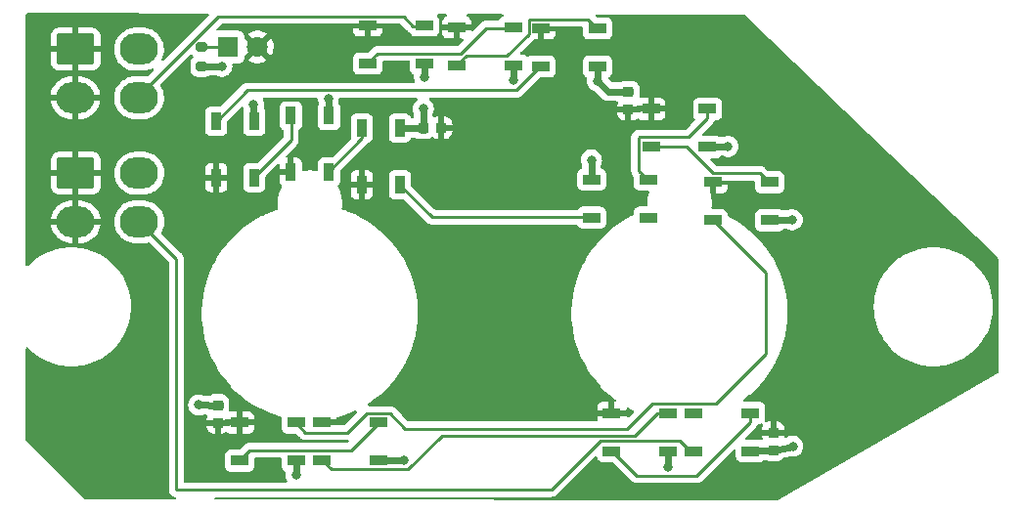
<source format=gbr>
%TF.GenerationSoftware,KiCad,Pcbnew,(6.0.9)*%
%TF.CreationDate,2023-01-06T08:23:56-09:00*%
%TF.ProjectId,ANT SEL PANEL,414e5420-5345-44c2-9050-414e454c2e6b,rev?*%
%TF.SameCoordinates,Original*%
%TF.FileFunction,Copper,L1,Top*%
%TF.FilePolarity,Positive*%
%FSLAX46Y46*%
G04 Gerber Fmt 4.6, Leading zero omitted, Abs format (unit mm)*
G04 Created by KiCad (PCBNEW (6.0.9)) date 2023-01-06 08:23:56*
%MOMM*%
%LPD*%
G01*
G04 APERTURE LIST*
G04 Aperture macros list*
%AMRoundRect*
0 Rectangle with rounded corners*
0 $1 Rounding radius*
0 $2 $3 $4 $5 $6 $7 $8 $9 X,Y pos of 4 corners*
0 Add a 4 corners polygon primitive as box body*
4,1,4,$2,$3,$4,$5,$6,$7,$8,$9,$2,$3,0*
0 Add four circle primitives for the rounded corners*
1,1,$1+$1,$2,$3*
1,1,$1+$1,$4,$5*
1,1,$1+$1,$6,$7*
1,1,$1+$1,$8,$9*
0 Add four rect primitives between the rounded corners*
20,1,$1+$1,$2,$3,$4,$5,0*
20,1,$1+$1,$4,$5,$6,$7,0*
20,1,$1+$1,$6,$7,$8,$9,0*
20,1,$1+$1,$8,$9,$2,$3,0*%
G04 Aperture macros list end*
%TA.AperFunction,SMDPad,CuDef*%
%ADD10R,1.500000X0.900000*%
%TD*%
%TA.AperFunction,SMDPad,CuDef*%
%ADD11R,0.900000X1.500000*%
%TD*%
%TA.AperFunction,SMDPad,CuDef*%
%ADD12RoundRect,0.200000X0.275000X-0.200000X0.275000X0.200000X-0.275000X0.200000X-0.275000X-0.200000X0*%
%TD*%
%TA.AperFunction,SMDPad,CuDef*%
%ADD13RoundRect,0.225000X0.225000X0.250000X-0.225000X0.250000X-0.225000X-0.250000X0.225000X-0.250000X0*%
%TD*%
%TA.AperFunction,SMDPad,CuDef*%
%ADD14RoundRect,0.225000X0.250000X-0.225000X0.250000X0.225000X-0.250000X0.225000X-0.250000X-0.225000X0*%
%TD*%
%TA.AperFunction,SMDPad,CuDef*%
%ADD15RoundRect,0.225000X-0.250000X0.225000X-0.250000X-0.225000X0.250000X-0.225000X0.250000X0.225000X0*%
%TD*%
%TA.AperFunction,ComponentPad*%
%ADD16RoundRect,0.250001X-1.399999X1.099999X-1.399999X-1.099999X1.399999X-1.099999X1.399999X1.099999X0*%
%TD*%
%TA.AperFunction,ComponentPad*%
%ADD17O,3.300000X2.700000*%
%TD*%
%TA.AperFunction,ComponentPad*%
%ADD18R,1.800000X1.800000*%
%TD*%
%TA.AperFunction,ComponentPad*%
%ADD19C,1.800000*%
%TD*%
%TA.AperFunction,ViaPad*%
%ADD20C,0.800000*%
%TD*%
%TA.AperFunction,ViaPad*%
%ADD21C,1.500000*%
%TD*%
%TA.AperFunction,Conductor*%
%ADD22C,0.250000*%
%TD*%
%TA.AperFunction,Conductor*%
%ADD23C,0.600000*%
%TD*%
G04 APERTURE END LIST*
D10*
%TO.P,D1,1,VDD*%
%TO.N,/LED+5V*%
X107723200Y-39879200D03*
%TO.P,D1,2,DOUT*%
%TO.N,Net-(D1-Pad2)*%
X107723200Y-43179200D03*
%TO.P,D1,3,VSS*%
%TO.N,/LEDGND*%
X112623200Y-43179200D03*
%TO.P,D1,4,DIN*%
%TO.N,/DATAIN*%
X112623200Y-39879200D03*
%TD*%
%TO.P,D2,1,VDD*%
%TO.N,/LED+5V*%
X115406200Y-40056800D03*
%TO.P,D2,2,DOUT*%
%TO.N,Net-(D2-Pad2)*%
X115406200Y-43356800D03*
%TO.P,D2,3,VSS*%
%TO.N,/LEDGND*%
X120306200Y-43356800D03*
%TO.P,D2,4,DIN*%
%TO.N,Net-(D1-Pad2)*%
X120306200Y-40056800D03*
%TD*%
%TO.P,D3,1,VDD*%
%TO.N,/LED+5V*%
X122709200Y-40132800D03*
%TO.P,D3,2,DOUT*%
%TO.N,Net-(D3-Pad2)*%
X122709200Y-43432800D03*
%TO.P,D3,3,VSS*%
%TO.N,/LEDGND*%
X127609200Y-43432800D03*
%TO.P,D3,4,DIN*%
%TO.N,Net-(D2-Pad2)*%
X127609200Y-40132800D03*
%TD*%
D11*
%TO.P,D4,1,VDD*%
%TO.N,/LED+5V*%
X94590800Y-53058400D03*
%TO.P,D4,2,DOUT*%
%TO.N,Net-(D4-Pad2)*%
X97890800Y-53058400D03*
%TO.P,D4,3,VSS*%
%TO.N,/LEDGND*%
X97890800Y-48158400D03*
%TO.P,D4,4,DIN*%
%TO.N,Net-(D3-Pad2)*%
X94590800Y-48158400D03*
%TD*%
%TO.P,D5,1,VDD*%
%TO.N,/LED+5V*%
X101042200Y-52601200D03*
%TO.P,D5,2,DOUT*%
%TO.N,Net-(D5-Pad2)*%
X104342200Y-52601200D03*
%TO.P,D5,3,VSS*%
%TO.N,/LEDGND*%
X104342200Y-47701200D03*
%TO.P,D5,4,DIN*%
%TO.N,Net-(D4-Pad2)*%
X101042200Y-47701200D03*
%TD*%
%TO.P,D6,1,VDD*%
%TO.N,/LED+5V*%
X107189200Y-53668000D03*
%TO.P,D6,2,DOUT*%
%TO.N,Net-(D6-Pad2)*%
X110489200Y-53668000D03*
%TO.P,D6,3,VSS*%
%TO.N,/LEDGND*%
X110489200Y-48768000D03*
%TO.P,D6,4,DIN*%
%TO.N,Net-(D5-Pad2)*%
X107189200Y-48768000D03*
%TD*%
D10*
%TO.P,D7,1,VDD*%
%TO.N,/LED+5V*%
X131978200Y-56539200D03*
%TO.P,D7,2,DOUT*%
%TO.N,Net-(D7-Pad2)*%
X131978200Y-53239200D03*
%TO.P,D7,3,VSS*%
%TO.N,/LEDGND*%
X127078200Y-53239200D03*
%TO.P,D7,4,DIN*%
%TO.N,Net-(D6-Pad2)*%
X127078200Y-56539200D03*
%TD*%
%TO.P,D8,1,VDD*%
%TO.N,/LED+5V*%
X132221200Y-47118000D03*
%TO.P,D8,2,DOUT*%
%TO.N,Net-(D8-Pad2)*%
X132221200Y-50418000D03*
%TO.P,D8,3,VSS*%
%TO.N,/LEDGND*%
X137121200Y-50418000D03*
%TO.P,D8,4,DIN*%
%TO.N,Net-(D7-Pad2)*%
X137121200Y-47118000D03*
%TD*%
%TO.P,D9,1,VDD*%
%TO.N,/LED+5V*%
X137605200Y-53468000D03*
%TO.P,D9,2,DOUT*%
%TO.N,Net-(D10-Pad4)*%
X137605200Y-56768000D03*
%TO.P,D9,3,VSS*%
%TO.N,/LEDGND*%
X142505200Y-56768000D03*
%TO.P,D9,4,DIN*%
%TO.N,Net-(D8-Pad2)*%
X142505200Y-53468000D03*
%TD*%
%TO.P,D10,1,VDD*%
%TO.N,/LED+5V*%
X96610200Y-74296000D03*
%TO.P,D10,2,DOUT*%
%TO.N,Net-(D10-Pad2)*%
X96610200Y-77596000D03*
%TO.P,D10,3,VSS*%
%TO.N,/LEDGND*%
X101510200Y-77596000D03*
%TO.P,D10,4,DIN*%
%TO.N,Net-(D10-Pad4)*%
X101510200Y-74296000D03*
%TD*%
%TO.P,D11,1,VDD*%
%TO.N,/LED+5V*%
X103710200Y-74270400D03*
%TO.P,D11,2,DOUT*%
%TO.N,Net-(D11-Pad2)*%
X103710200Y-77570400D03*
%TO.P,D11,3,VSS*%
%TO.N,/LEDGND*%
X108610200Y-77570400D03*
%TO.P,D11,4,DIN*%
%TO.N,Net-(D10-Pad2)*%
X108610200Y-74270400D03*
%TD*%
%TO.P,D12,1,VDD*%
%TO.N,/LED+5V*%
X128829200Y-73457600D03*
%TO.P,D12,2,DOUT*%
%TO.N,Net-(D12-Pad2)*%
X128829200Y-76757600D03*
%TO.P,D12,3,VSS*%
%TO.N,/LEDGND*%
X133729200Y-76757600D03*
%TO.P,D12,4,DIN*%
%TO.N,Net-(D11-Pad2)*%
X133729200Y-73457600D03*
%TD*%
%TO.P,D13,1,VDD*%
%TO.N,/LED+5V*%
X135941200Y-73457600D03*
%TO.P,D13,2,DOUT*%
%TO.N,/DATAOUT*%
X135941200Y-76757600D03*
%TO.P,D13,3,VSS*%
%TO.N,/LEDGND*%
X140841200Y-76757600D03*
%TO.P,D13,4,DIN*%
%TO.N,Net-(D12-Pad2)*%
X140841200Y-73457600D03*
%TD*%
D12*
%TO.P,R1,1*%
%TO.N,/LEDGND*%
X93327220Y-43420300D03*
%TO.P,R1,2*%
%TO.N,Net-(D14-Pad1)*%
X93327220Y-41770300D03*
%TD*%
D13*
%TO.P,C2,1*%
%TO.N,/LED+5V*%
X114074240Y-48745140D03*
%TO.P,C2,2*%
%TO.N,/LEDGND*%
X112524240Y-48745140D03*
%TD*%
D14*
%TO.P,C3,1*%
%TO.N,/LED+5V*%
X130263900Y-47172880D03*
%TO.P,C3,2*%
%TO.N,/LEDGND*%
X130263900Y-45622880D03*
%TD*%
D15*
%TO.P,C4,1*%
%TO.N,/LED+5V*%
X142816580Y-75152920D03*
%TO.P,C4,2*%
%TO.N,/LEDGND*%
X142816580Y-76702920D03*
%TD*%
D14*
%TO.P,C5,1*%
%TO.N,/LED+5V*%
X94724220Y-74322940D03*
%TO.P,C5,2*%
%TO.N,/LEDGND*%
X94724220Y-72772940D03*
%TD*%
D16*
%TO.P,J1,1,Pin_1*%
%TO.N,/LED+5V*%
X82405220Y-41937940D03*
D17*
%TO.P,J1,2,Pin_2*%
X82405220Y-46137940D03*
%TO.P,J1,3,Pin_3*%
%TO.N,/LEDGND*%
X87905220Y-41937940D03*
%TO.P,J1,4,Pin_4*%
%TO.N,/DATAIN*%
X87905220Y-46137940D03*
%TD*%
D16*
%TO.P,J2,1,Pin_1*%
%TO.N,/LED+5V*%
X82430620Y-52689760D03*
D17*
%TO.P,J2,2,Pin_2*%
X82430620Y-56889760D03*
%TO.P,J2,3,Pin_3*%
%TO.N,/LEDGND*%
X87930620Y-52689760D03*
%TO.P,J2,4,Pin_4*%
%TO.N,/DATAOUT*%
X87930620Y-56889760D03*
%TD*%
D18*
%TO.P,D14,1,K*%
%TO.N,Net-(D14-Pad1)*%
X95610000Y-41750000D03*
D19*
%TO.P,D14,2,A*%
%TO.N,/LED+5V*%
X98150000Y-41750000D03*
%TD*%
D20*
%TO.N,/LEDGND*%
X95074740Y-43426380D03*
X138897360Y-50360580D03*
X104294940Y-46222920D03*
X127589280Y-44663360D03*
X127073660Y-51531520D03*
X144447260Y-56715660D03*
X133728460Y-78181200D03*
X97840800Y-46743620D03*
X93078300Y-72771000D03*
X120291860Y-44602400D03*
X112623600Y-44361100D03*
X112524240Y-47086820D03*
X144505680Y-76344780D03*
X101510200Y-78842500D03*
X110837980Y-77518260D03*
D21*
%TO.N,/LED+5V*%
X113309400Y-52677060D03*
%TD*%
D22*
%TO.N,Net-(D1-Pad2)*%
X120306200Y-40106800D02*
X117965020Y-40106800D01*
X117965020Y-40106800D02*
X115767621Y-42304199D01*
X108548201Y-42304199D02*
X107723200Y-43129200D01*
X115767621Y-42304199D02*
X108548201Y-42304199D01*
%TO.N,Net-(D2-Pad2)*%
X115406200Y-43306800D02*
X116231201Y-42481799D01*
X126784199Y-39357799D02*
X127609200Y-40182800D01*
X119766203Y-42481799D02*
X121634199Y-40613803D01*
X121634199Y-39422799D02*
X121699199Y-39357799D01*
X116231201Y-42481799D02*
X119766203Y-42481799D01*
X121699199Y-39357799D02*
X126784199Y-39357799D01*
X121634199Y-40613803D02*
X121634199Y-39422799D01*
%TO.N,Net-(D3-Pad2)*%
X120594081Y-45497919D02*
X122709200Y-43382800D01*
X97301281Y-45497919D02*
X120594081Y-45497919D01*
X94640800Y-48158400D02*
X97301281Y-45497919D01*
%TO.N,Net-(D4-Pad2)*%
X101092200Y-49807000D02*
X97840800Y-53058400D01*
X101092200Y-47701200D02*
X101092200Y-49807000D01*
%TO.N,Net-(D5-Pad2)*%
X107239200Y-49654200D02*
X104292200Y-52601200D01*
X107239200Y-48768000D02*
X107239200Y-49654200D01*
%TO.N,Net-(D6-Pad2)*%
X113260400Y-56489200D02*
X127078200Y-56489200D01*
X110439200Y-53668000D02*
X113260400Y-56489200D01*
%TO.N,Net-(D7-Pad2)*%
X135496201Y-49542999D02*
X131211199Y-49542999D01*
X131146199Y-49607999D02*
X131146199Y-52457199D01*
X137121200Y-47918000D02*
X135496201Y-49542999D01*
X131211199Y-49542999D02*
X131146199Y-49607999D01*
X131146199Y-52457199D02*
X131978200Y-53289200D01*
X137121200Y-47168000D02*
X137121200Y-47918000D01*
%TO.N,Net-(D8-Pad2)*%
X141680199Y-52692999D02*
X142505200Y-53518000D01*
X135286198Y-50368000D02*
X137611197Y-52692999D01*
X132221200Y-50368000D02*
X135286198Y-50368000D01*
X137611197Y-52692999D02*
X141680199Y-52692999D01*
%TO.N,Net-(D10-Pad4)*%
X130175000Y-74815700D02*
X132308101Y-72682599D01*
X107600199Y-73495399D02*
X109620201Y-73495399D01*
X102309601Y-75145401D02*
X105950197Y-75145401D01*
X105950197Y-75145401D02*
X107600199Y-73495399D01*
X142177071Y-68351674D02*
X142177071Y-61289871D01*
X142177071Y-61289871D02*
X137605200Y-56718000D01*
X110940502Y-74815700D02*
X130175000Y-74815700D01*
X101510200Y-74346000D02*
X102309601Y-75145401D01*
X132308101Y-72682599D02*
X137846146Y-72682599D01*
X109620201Y-73495399D02*
X110940502Y-74815700D01*
X137846146Y-72682599D02*
X142177071Y-68351674D01*
%TO.N,Net-(D10-Pad2)*%
X96610200Y-77546000D02*
X97476140Y-76680060D01*
X97476140Y-76680060D02*
X106250540Y-76680060D01*
X106250540Y-76680060D02*
X108610200Y-74320400D01*
%TO.N,Net-(D11-Pad2)*%
X130804211Y-75432589D02*
X114127611Y-75432589D01*
X114127611Y-75432589D02*
X111214799Y-78345401D01*
X133729200Y-73507600D02*
X132729200Y-73507600D01*
X111214799Y-78345401D02*
X104535201Y-78345401D01*
X132729200Y-73507600D02*
X130804211Y-75432589D01*
X104535201Y-78345401D02*
X103710200Y-77520400D01*
%TO.N,Net-(D12-Pad2)*%
X140841200Y-74257600D02*
X136192599Y-78906201D01*
X131027801Y-78906201D02*
X128829200Y-76707600D01*
X140841200Y-73507600D02*
X140841200Y-74257600D01*
X136192599Y-78906201D02*
X131027801Y-78906201D01*
D23*
%TO.N,/LEDGND*%
X112524240Y-47086820D02*
X112524240Y-47086820D01*
X112623600Y-44361100D02*
X112623200Y-44360700D01*
X120291860Y-44602400D02*
X120306200Y-44588060D01*
X127589280Y-44663360D02*
X127609200Y-44643440D01*
X138897360Y-50360580D02*
X138889940Y-50368000D01*
X144447260Y-56715660D02*
X144444920Y-56718000D01*
X133728460Y-78181200D02*
X133729200Y-78180460D01*
X110837980Y-77518260D02*
X110835840Y-77520400D01*
X101510200Y-78842500D02*
X101510200Y-78842500D01*
X93078300Y-72771000D02*
X93080240Y-72772940D01*
X97840800Y-46743620D02*
X97840800Y-46743620D01*
X104294940Y-46222920D02*
X104292200Y-46225660D01*
X127073660Y-51531520D02*
X127078200Y-51536060D01*
X95074740Y-43426380D02*
X95068660Y-43420300D01*
X133729200Y-76707600D02*
X133728460Y-78181200D01*
X128548800Y-45622880D02*
X127589280Y-44663360D01*
X120306200Y-43306800D02*
X120291860Y-44602400D01*
X93327220Y-43420300D02*
X95074740Y-43426380D01*
X104292200Y-47701200D02*
X104294940Y-46222920D01*
X94724220Y-72772940D02*
X93078300Y-72771000D01*
X101510200Y-77546000D02*
X101510200Y-78842500D01*
X142816580Y-76702920D02*
X144505680Y-76344780D01*
X127609200Y-43382800D02*
X127589280Y-44663360D01*
X108610200Y-77520400D02*
X110837980Y-77518260D01*
X112524240Y-48745140D02*
X112524240Y-47086820D01*
X127078200Y-53289200D02*
X127073660Y-51531520D01*
X142505200Y-56718000D02*
X144447260Y-56715660D01*
X112623200Y-43129200D02*
X112623600Y-44361100D01*
X137121200Y-50368000D02*
X138897360Y-50360580D01*
X130263900Y-45622880D02*
X128548800Y-45622880D01*
X140841200Y-76707600D02*
X142811900Y-76707600D01*
X112501380Y-48768000D02*
X112524240Y-48745140D01*
X110439200Y-48768000D02*
X112501380Y-48768000D01*
X97840800Y-48158400D02*
X97840800Y-46743620D01*
X142811900Y-76707600D02*
X142816580Y-76702920D01*
D22*
%TO.N,Net-(D14-Pad1)*%
X93327220Y-41770300D02*
X95589700Y-41770300D01*
X95589700Y-41770300D02*
X95610000Y-41750000D01*
%TO.N,/DATAIN*%
X110798199Y-39104199D02*
X94775843Y-39104199D01*
X87950940Y-45929102D02*
X87950940Y-47062500D01*
X94775843Y-39104199D02*
X87905220Y-45974822D01*
X111623200Y-39929200D02*
X110798199Y-39104199D01*
X112623200Y-39929200D02*
X111623200Y-39929200D01*
X87905220Y-45974822D02*
X87905220Y-46137940D01*
%TO.N,/DATAOUT*%
X127819199Y-75882599D02*
X123602898Y-80098900D01*
X123602898Y-80098900D02*
X91117420Y-80098900D01*
X134739201Y-75882599D02*
X127819199Y-75882599D01*
X91117420Y-80098900D02*
X91117420Y-60076560D01*
X135941200Y-76707600D02*
X135941200Y-77084598D01*
X135941200Y-77084598D02*
X134739201Y-75882599D01*
X91117420Y-60076560D02*
X87930620Y-56889760D01*
%TD*%
%TA.AperFunction,Conductor*%
%TO.N,/LED+5V*%
G36*
X82081903Y-38817415D02*
G01*
X93839399Y-38840799D01*
X93907479Y-38860937D01*
X93953866Y-38914685D01*
X93963830Y-38984979D01*
X93934208Y-39049501D01*
X93928243Y-39055894D01*
X90070187Y-42913950D01*
X90007875Y-42947976D01*
X89937060Y-42942911D01*
X89880224Y-42900364D01*
X89855413Y-42833844D01*
X89869583Y-42766188D01*
X89910710Y-42688019D01*
X89910713Y-42688013D01*
X89912835Y-42683979D01*
X89915064Y-42677669D01*
X90001122Y-42433973D01*
X90001122Y-42433972D01*
X90002645Y-42429660D01*
X90039207Y-42244157D01*
X90053920Y-42169512D01*
X90053921Y-42169506D01*
X90054801Y-42165040D01*
X90056943Y-42122021D01*
X90067984Y-41900232D01*
X90067984Y-41900226D01*
X90068211Y-41895663D01*
X90042595Y-41627171D01*
X90017448Y-41524400D01*
X89979575Y-41369628D01*
X89978489Y-41365190D01*
X89877235Y-41115207D01*
X89740955Y-40882458D01*
X89620858Y-40732285D01*
X89575356Y-40675387D01*
X89575355Y-40675385D01*
X89572504Y-40671821D01*
X89375411Y-40487706D01*
X89153804Y-40333972D01*
X89149721Y-40331941D01*
X89149718Y-40331939D01*
X88984826Y-40249907D01*
X88912326Y-40213839D01*
X88907992Y-40212418D01*
X88907989Y-40212417D01*
X88660367Y-40131242D01*
X88660361Y-40131241D01*
X88656034Y-40129822D01*
X88636354Y-40126405D01*
X88394080Y-40084339D01*
X88394072Y-40084338D01*
X88390299Y-40083683D01*
X88372884Y-40082816D01*
X88306642Y-40079518D01*
X88306634Y-40079518D01*
X88305071Y-40079440D01*
X87536708Y-40079440D01*
X87534440Y-40079605D01*
X87534428Y-40079605D01*
X87403336Y-40089117D01*
X87336216Y-40093987D01*
X87331761Y-40094971D01*
X87331758Y-40094971D01*
X87077308Y-40151149D01*
X87077304Y-40151150D01*
X87072848Y-40152134D01*
X86952927Y-40197568D01*
X86824902Y-40246072D01*
X86824899Y-40246073D01*
X86820632Y-40247690D01*
X86704004Y-40312471D01*
X86593467Y-40373869D01*
X86584852Y-40378654D01*
X86515539Y-40431552D01*
X86390427Y-40527035D01*
X86370447Y-40542283D01*
X86367254Y-40545549D01*
X86367252Y-40545551D01*
X86305078Y-40609152D01*
X86181908Y-40735148D01*
X86023186Y-40953210D01*
X85979563Y-41036124D01*
X85899730Y-41187861D01*
X85899727Y-41187867D01*
X85897605Y-41191901D01*
X85896085Y-41196206D01*
X85896083Y-41196210D01*
X85829251Y-41385461D01*
X85807795Y-41446220D01*
X85806912Y-41450702D01*
X85756624Y-41705844D01*
X85755639Y-41710840D01*
X85755412Y-41715393D01*
X85755412Y-41715396D01*
X85746211Y-41900232D01*
X85742229Y-41980217D01*
X85767845Y-42248709D01*
X85768930Y-42253143D01*
X85768931Y-42253149D01*
X85830865Y-42506252D01*
X85831951Y-42510690D01*
X85933205Y-42760673D01*
X86019980Y-42908874D01*
X86048570Y-42957701D01*
X86069485Y-42993422D01*
X86155210Y-43100615D01*
X86225859Y-43188957D01*
X86237936Y-43204059D01*
X86435029Y-43388174D01*
X86656636Y-43541908D01*
X86660719Y-43543939D01*
X86660722Y-43543941D01*
X86756992Y-43591834D01*
X86898114Y-43662041D01*
X86902448Y-43663462D01*
X86902451Y-43663463D01*
X87150073Y-43744638D01*
X87150079Y-43744639D01*
X87154406Y-43746058D01*
X87158897Y-43746838D01*
X87158898Y-43746838D01*
X87416360Y-43791541D01*
X87416368Y-43791542D01*
X87420141Y-43792197D01*
X87423978Y-43792388D01*
X87503798Y-43796362D01*
X87503806Y-43796362D01*
X87505369Y-43796440D01*
X88273732Y-43796440D01*
X88276000Y-43796275D01*
X88276012Y-43796275D01*
X88407104Y-43786763D01*
X88474224Y-43781893D01*
X88478679Y-43780909D01*
X88478682Y-43780909D01*
X88733132Y-43724731D01*
X88733136Y-43724730D01*
X88737592Y-43723746D01*
X88872350Y-43672691D01*
X88985538Y-43629808D01*
X88985541Y-43629807D01*
X88989808Y-43628190D01*
X89027191Y-43607426D01*
X89096453Y-43591834D01*
X89163151Y-43616164D01*
X89206107Y-43672691D01*
X89211683Y-43743468D01*
X89177467Y-43806670D01*
X88700802Y-44283335D01*
X88638490Y-44317361D01*
X88590152Y-44318383D01*
X88394080Y-44284339D01*
X88394072Y-44284338D01*
X88390299Y-44283683D01*
X88372884Y-44282816D01*
X88306642Y-44279518D01*
X88306634Y-44279518D01*
X88305071Y-44279440D01*
X87536708Y-44279440D01*
X87534440Y-44279605D01*
X87534428Y-44279605D01*
X87403336Y-44289117D01*
X87336216Y-44293987D01*
X87331761Y-44294971D01*
X87331758Y-44294971D01*
X87077308Y-44351149D01*
X87077304Y-44351150D01*
X87072848Y-44352134D01*
X86970445Y-44390931D01*
X86824902Y-44446072D01*
X86824899Y-44446073D01*
X86820632Y-44447690D01*
X86584852Y-44578654D01*
X86482463Y-44656795D01*
X86399007Y-44720487D01*
X86370447Y-44742283D01*
X86367254Y-44745549D01*
X86367252Y-44745551D01*
X86276177Y-44838716D01*
X86181908Y-44935148D01*
X86023186Y-45153210D01*
X86021064Y-45157244D01*
X85899730Y-45387861D01*
X85899727Y-45387867D01*
X85897605Y-45391901D01*
X85896085Y-45396206D01*
X85896083Y-45396210D01*
X85834788Y-45569782D01*
X85807795Y-45646220D01*
X85806912Y-45650702D01*
X85761508Y-45881064D01*
X85755639Y-45910840D01*
X85755412Y-45915393D01*
X85755412Y-45915396D01*
X85742944Y-46165862D01*
X85742229Y-46180217D01*
X85767845Y-46448709D01*
X85768930Y-46453143D01*
X85768931Y-46453149D01*
X85814218Y-46638220D01*
X85831951Y-46710690D01*
X85933205Y-46960673D01*
X85935514Y-46964616D01*
X86046701Y-47154509D01*
X86069485Y-47193422D01*
X86159468Y-47305940D01*
X86189906Y-47344000D01*
X86237936Y-47404059D01*
X86435029Y-47588174D01*
X86656636Y-47741908D01*
X86660719Y-47743939D01*
X86660722Y-47743941D01*
X86700663Y-47763811D01*
X86898114Y-47862041D01*
X86902448Y-47863462D01*
X86902451Y-47863463D01*
X87150073Y-47944638D01*
X87150079Y-47944639D01*
X87154406Y-47946058D01*
X87158897Y-47946838D01*
X87158898Y-47946838D01*
X87416360Y-47991541D01*
X87416368Y-47991542D01*
X87420141Y-47992197D01*
X87423978Y-47992388D01*
X87503798Y-47996362D01*
X87503806Y-47996362D01*
X87505369Y-47996440D01*
X88273732Y-47996440D01*
X88276000Y-47996275D01*
X88276012Y-47996275D01*
X88407104Y-47986763D01*
X88474224Y-47981893D01*
X88478679Y-47980909D01*
X88478682Y-47980909D01*
X88733132Y-47924731D01*
X88733136Y-47924730D01*
X88737592Y-47923746D01*
X88863700Y-47875968D01*
X88985538Y-47829808D01*
X88985541Y-47829807D01*
X88989808Y-47828190D01*
X89225588Y-47697226D01*
X89439993Y-47533597D01*
X89443555Y-47529954D01*
X89625337Y-47344000D01*
X89628532Y-47340732D01*
X89787254Y-47122670D01*
X89871170Y-46963171D01*
X89910710Y-46888019D01*
X89910713Y-46888013D01*
X89912835Y-46883979D01*
X89919891Y-46864000D01*
X90001122Y-46633973D01*
X90001122Y-46633972D01*
X90002645Y-46629660D01*
X90037435Y-46453149D01*
X90053920Y-46369512D01*
X90053921Y-46369506D01*
X90054801Y-46365040D01*
X90056747Y-46325952D01*
X90067984Y-46100232D01*
X90067984Y-46100226D01*
X90068211Y-46095663D01*
X90042595Y-45827171D01*
X89997262Y-45641907D01*
X89979575Y-45569628D01*
X89978489Y-45565190D01*
X89877235Y-45315207D01*
X89772587Y-45136481D01*
X89755427Y-45067591D01*
X89778238Y-45000358D01*
X89792224Y-44983722D01*
X92338828Y-42437118D01*
X92401140Y-42403092D01*
X92471955Y-42408157D01*
X92517018Y-42437118D01*
X92586105Y-42506205D01*
X92620131Y-42568517D01*
X92615066Y-42639332D01*
X92586105Y-42684395D01*
X92490581Y-42779919D01*
X92401748Y-42926601D01*
X92399477Y-42933848D01*
X92399476Y-42933850D01*
X92395049Y-42947976D01*
X92350467Y-43090238D01*
X92343720Y-43163665D01*
X92343721Y-43676934D01*
X92343984Y-43679792D01*
X92343984Y-43679801D01*
X92347246Y-43715304D01*
X92350467Y-43750362D01*
X92352466Y-43756740D01*
X92352466Y-43756741D01*
X92384303Y-43858331D01*
X92401748Y-43913999D01*
X92490581Y-44060681D01*
X92611839Y-44181939D01*
X92758521Y-44270772D01*
X92765768Y-44273043D01*
X92765770Y-44273044D01*
X92803402Y-44284837D01*
X92922158Y-44322053D01*
X92995585Y-44328800D01*
X92998483Y-44328800D01*
X93328080Y-44328799D01*
X93658854Y-44328799D01*
X93661712Y-44328536D01*
X93661721Y-44328536D01*
X93697224Y-44325274D01*
X93732282Y-44322053D01*
X93753831Y-44315300D01*
X93888670Y-44273044D01*
X93888672Y-44273043D01*
X93895919Y-44270772D01*
X93931278Y-44249358D01*
X93996986Y-44231135D01*
X94219140Y-44231908D01*
X94627195Y-44233328D01*
X94678005Y-44244220D01*
X94786417Y-44292488D01*
X94786425Y-44292491D01*
X94792452Y-44295174D01*
X94885401Y-44314931D01*
X94972796Y-44333508D01*
X94972801Y-44333508D01*
X94979253Y-44334880D01*
X95170227Y-44334880D01*
X95176679Y-44333508D01*
X95176684Y-44333508D01*
X95264079Y-44314931D01*
X95357028Y-44295174D01*
X95363061Y-44292488D01*
X95525462Y-44220183D01*
X95525464Y-44220182D01*
X95531492Y-44217498D01*
X95561609Y-44195617D01*
X95596783Y-44170061D01*
X95685993Y-44105246D01*
X95694684Y-44095594D01*
X95809361Y-43968232D01*
X95809362Y-43968231D01*
X95813780Y-43963324D01*
X95878332Y-43851517D01*
X95905963Y-43803659D01*
X95905964Y-43803658D01*
X95909267Y-43797936D01*
X95968282Y-43616308D01*
X95980013Y-43504699D01*
X95987554Y-43432945D01*
X95988244Y-43426380D01*
X95974716Y-43297670D01*
X95987488Y-43227832D01*
X96035990Y-43175986D01*
X96100026Y-43158500D01*
X96558134Y-43158500D01*
X96620316Y-43151745D01*
X96756705Y-43100615D01*
X96873261Y-43013261D01*
X96949597Y-42911406D01*
X97353423Y-42911406D01*
X97358704Y-42918461D01*
X97535080Y-43021527D01*
X97544363Y-43025974D01*
X97751003Y-43104883D01*
X97760901Y-43107759D01*
X97977653Y-43151857D01*
X97987883Y-43153076D01*
X98208914Y-43161182D01*
X98219223Y-43160714D01*
X98438623Y-43132608D01*
X98448688Y-43130468D01*
X98660557Y-43066905D01*
X98670152Y-43063144D01*
X98868778Y-42965838D01*
X98877636Y-42960559D01*
X98935097Y-42919572D01*
X98943497Y-42908874D01*
X98936510Y-42895721D01*
X98162811Y-42122021D01*
X98148868Y-42114408D01*
X98147034Y-42114539D01*
X98140420Y-42118790D01*
X97360180Y-42899031D01*
X97353423Y-42911406D01*
X96949597Y-42911406D01*
X96960615Y-42896705D01*
X97011745Y-42760316D01*
X97018500Y-42698134D01*
X97018500Y-42574480D01*
X97038502Y-42506359D01*
X97055405Y-42485384D01*
X97777979Y-41762811D01*
X97784356Y-41751132D01*
X98514408Y-41751132D01*
X98514539Y-41752966D01*
X98518790Y-41759580D01*
X99296307Y-42537096D01*
X99308313Y-42543652D01*
X99320052Y-42534684D01*
X99358010Y-42481859D01*
X99363321Y-42473020D01*
X99461318Y-42274737D01*
X99465117Y-42265142D01*
X99529415Y-42053517D01*
X99531594Y-42043436D01*
X99560702Y-41822338D01*
X99561221Y-41815663D01*
X99562744Y-41753364D01*
X99562550Y-41746646D01*
X99544279Y-41524400D01*
X99542596Y-41514238D01*
X99488710Y-41299708D01*
X99485389Y-41289953D01*
X99397193Y-41087118D01*
X99392315Y-41078020D01*
X99319224Y-40965038D01*
X99308538Y-40955835D01*
X99298973Y-40960238D01*
X98522021Y-41737189D01*
X98514408Y-41751132D01*
X97784356Y-41751132D01*
X97785592Y-41748868D01*
X97785461Y-41747034D01*
X97781210Y-41740420D01*
X97055405Y-41014616D01*
X97021380Y-40952303D01*
X97018500Y-40925520D01*
X97018500Y-40801866D01*
X97011745Y-40739684D01*
X96960615Y-40603295D01*
X96951184Y-40590711D01*
X97355508Y-40590711D01*
X97362251Y-40603040D01*
X98137189Y-41377979D01*
X98151132Y-41385592D01*
X98152966Y-41385461D01*
X98159580Y-41381210D01*
X98938994Y-40601795D01*
X98946011Y-40588944D01*
X98938237Y-40578274D01*
X98935902Y-40576430D01*
X98927320Y-40570729D01*
X98733678Y-40463833D01*
X98724272Y-40459606D01*
X98515772Y-40385772D01*
X98505809Y-40383140D01*
X98453763Y-40373869D01*
X106465201Y-40373869D01*
X106465571Y-40380690D01*
X106471095Y-40431552D01*
X106474721Y-40446804D01*
X106519876Y-40567254D01*
X106528414Y-40582849D01*
X106604915Y-40684924D01*
X106617476Y-40697485D01*
X106719551Y-40773986D01*
X106735146Y-40782524D01*
X106855594Y-40827678D01*
X106870849Y-40831305D01*
X106921714Y-40836831D01*
X106928528Y-40837200D01*
X107451085Y-40837200D01*
X107466324Y-40832725D01*
X107467529Y-40831335D01*
X107469200Y-40823652D01*
X107469200Y-40819084D01*
X107977200Y-40819084D01*
X107981675Y-40834323D01*
X107983065Y-40835528D01*
X107990748Y-40837199D01*
X108517869Y-40837199D01*
X108524690Y-40836829D01*
X108575552Y-40831305D01*
X108590804Y-40827679D01*
X108711254Y-40782524D01*
X108726849Y-40773986D01*
X108828924Y-40697485D01*
X108841485Y-40684924D01*
X108917986Y-40582849D01*
X108926524Y-40567254D01*
X108971678Y-40446806D01*
X108975305Y-40431551D01*
X108980831Y-40380686D01*
X108981200Y-40373872D01*
X108981200Y-40151315D01*
X108976725Y-40136076D01*
X108975335Y-40134871D01*
X108967652Y-40133200D01*
X107995315Y-40133200D01*
X107980076Y-40137675D01*
X107978871Y-40139065D01*
X107977200Y-40146748D01*
X107977200Y-40819084D01*
X107469200Y-40819084D01*
X107469200Y-40151315D01*
X107464725Y-40136076D01*
X107463335Y-40134871D01*
X107455652Y-40133200D01*
X106483316Y-40133200D01*
X106468077Y-40137675D01*
X106466872Y-40139065D01*
X106465201Y-40146748D01*
X106465201Y-40373869D01*
X98453763Y-40373869D01*
X98288047Y-40344350D01*
X98277796Y-40343381D01*
X98056616Y-40340679D01*
X98046332Y-40341399D01*
X97827693Y-40374855D01*
X97817666Y-40377244D01*
X97607426Y-40445961D01*
X97597916Y-40449958D01*
X97401725Y-40552089D01*
X97393007Y-40557578D01*
X97363961Y-40579386D01*
X97355508Y-40590711D01*
X96951184Y-40590711D01*
X96873261Y-40486739D01*
X96756705Y-40399385D01*
X96620316Y-40348255D01*
X96558134Y-40341500D01*
X94738636Y-40341500D01*
X94670515Y-40321498D01*
X94624022Y-40267842D01*
X94613918Y-40197568D01*
X94643412Y-40132988D01*
X94649541Y-40126405D01*
X95001342Y-39774604D01*
X95063654Y-39740578D01*
X95090437Y-39737699D01*
X110483605Y-39737699D01*
X110551726Y-39757701D01*
X110572700Y-39774604D01*
X111119543Y-40321447D01*
X111127087Y-40329737D01*
X111131200Y-40336218D01*
X111136977Y-40341643D01*
X111180867Y-40382858D01*
X111183709Y-40385613D01*
X111203431Y-40405335D01*
X111206555Y-40407758D01*
X111206559Y-40407762D01*
X111206624Y-40407812D01*
X111215645Y-40415517D01*
X111247879Y-40445786D01*
X111254827Y-40449605D01*
X111254829Y-40449607D01*
X111265632Y-40455546D01*
X111282159Y-40466402D01*
X111291898Y-40473957D01*
X111291900Y-40473958D01*
X111298160Y-40478814D01*
X111338740Y-40496374D01*
X111349383Y-40501588D01*
X111361006Y-40507978D01*
X111365792Y-40510609D01*
X111415608Y-40560513D01*
X111419435Y-40567503D01*
X111422585Y-40575905D01*
X111509939Y-40692461D01*
X111626495Y-40779815D01*
X111762884Y-40830945D01*
X111825066Y-40837700D01*
X113421334Y-40837700D01*
X113483516Y-40830945D01*
X113619905Y-40779815D01*
X113736461Y-40692461D01*
X113823815Y-40575905D01*
X113832976Y-40551469D01*
X114148201Y-40551469D01*
X114148571Y-40558290D01*
X114154095Y-40609152D01*
X114157721Y-40624404D01*
X114202876Y-40744854D01*
X114211414Y-40760449D01*
X114287915Y-40862524D01*
X114300476Y-40875085D01*
X114402551Y-40951586D01*
X114418146Y-40960124D01*
X114538594Y-41005278D01*
X114553849Y-41008905D01*
X114604714Y-41014431D01*
X114611528Y-41014800D01*
X115134085Y-41014800D01*
X115149324Y-41010325D01*
X115150529Y-41008935D01*
X115152200Y-41001252D01*
X115152200Y-40328915D01*
X115147725Y-40313676D01*
X115146335Y-40312471D01*
X115138652Y-40310800D01*
X114166316Y-40310800D01*
X114151077Y-40315275D01*
X114149872Y-40316665D01*
X114148201Y-40324348D01*
X114148201Y-40551469D01*
X113832976Y-40551469D01*
X113874945Y-40439516D01*
X113881700Y-40377334D01*
X113881700Y-39381066D01*
X113874945Y-39318884D01*
X113823815Y-39182495D01*
X113817674Y-39174300D01*
X113748619Y-39082161D01*
X113723771Y-39015654D01*
X113738824Y-38946272D01*
X113788998Y-38896042D01*
X113849694Y-38880596D01*
X114132431Y-38881159D01*
X114448076Y-38881787D01*
X114516157Y-38901925D01*
X114562543Y-38955673D01*
X114572507Y-39025967D01*
X114542885Y-39090489D01*
X114492054Y-39125769D01*
X114418148Y-39153475D01*
X114402551Y-39162014D01*
X114300476Y-39238515D01*
X114287915Y-39251076D01*
X114211414Y-39353151D01*
X114202876Y-39368746D01*
X114157722Y-39489194D01*
X114154095Y-39504449D01*
X114148569Y-39555314D01*
X114148200Y-39562128D01*
X114148200Y-39784685D01*
X114152675Y-39799924D01*
X114154065Y-39801129D01*
X114161748Y-39802800D01*
X116646084Y-39802800D01*
X116661323Y-39798325D01*
X116662528Y-39796935D01*
X116664199Y-39789252D01*
X116664199Y-39562131D01*
X116663829Y-39555310D01*
X116658305Y-39504448D01*
X116654679Y-39489196D01*
X116609524Y-39368746D01*
X116600986Y-39353151D01*
X116524485Y-39251076D01*
X116511924Y-39238515D01*
X116409849Y-39162014D01*
X116394254Y-39153476D01*
X116330568Y-39129601D01*
X116273804Y-39086959D01*
X116249104Y-39020398D01*
X116264312Y-38951049D01*
X116314598Y-38900931D01*
X116375049Y-38885619D01*
X117885349Y-38888623D01*
X119320800Y-38891478D01*
X119388880Y-38911616D01*
X119435267Y-38965364D01*
X119445231Y-39035658D01*
X119415609Y-39100180D01*
X119364778Y-39135460D01*
X119317905Y-39153032D01*
X119317904Y-39153033D01*
X119309495Y-39156185D01*
X119192939Y-39243539D01*
X119105585Y-39360095D01*
X119102432Y-39368504D01*
X119102431Y-39368507D01*
X119093799Y-39391531D01*
X119051157Y-39448295D01*
X118984595Y-39472994D01*
X118975818Y-39473300D01*
X118043783Y-39473300D01*
X118032599Y-39472773D01*
X118025111Y-39471099D01*
X118017188Y-39471348D01*
X117957053Y-39473238D01*
X117953095Y-39473300D01*
X117925164Y-39473300D01*
X117921249Y-39473795D01*
X117921245Y-39473795D01*
X117921187Y-39473803D01*
X117921158Y-39473806D01*
X117909316Y-39474739D01*
X117865130Y-39476127D01*
X117847764Y-39481172D01*
X117845678Y-39481778D01*
X117826326Y-39485786D01*
X117814088Y-39487332D01*
X117814086Y-39487333D01*
X117806223Y-39488326D01*
X117765106Y-39504606D01*
X117753905Y-39508441D01*
X117711426Y-39520782D01*
X117704607Y-39524815D01*
X117704602Y-39524817D01*
X117693991Y-39531093D01*
X117676241Y-39539790D01*
X117657403Y-39547248D01*
X117650987Y-39551909D01*
X117650986Y-39551910D01*
X117621645Y-39573228D01*
X117611721Y-39579747D01*
X117580480Y-39598222D01*
X117580475Y-39598226D01*
X117573657Y-39602258D01*
X117559333Y-39616582D01*
X117544301Y-39629421D01*
X117527913Y-39641328D01*
X117499732Y-39675393D01*
X117491742Y-39684173D01*
X116851175Y-40324740D01*
X116788863Y-40358766D01*
X116718048Y-40353701D01*
X116679567Y-40330869D01*
X116658335Y-40312471D01*
X116650652Y-40310800D01*
X115678315Y-40310800D01*
X115663076Y-40315275D01*
X115661871Y-40316665D01*
X115660200Y-40324348D01*
X115660200Y-40996684D01*
X115664675Y-41011923D01*
X115666065Y-41013128D01*
X115673748Y-41014799D01*
X115856926Y-41014799D01*
X115925047Y-41034801D01*
X115971540Y-41088457D01*
X115981644Y-41158731D01*
X115952150Y-41223311D01*
X115946021Y-41229894D01*
X115542121Y-41633794D01*
X115479809Y-41667820D01*
X115453026Y-41670699D01*
X108626969Y-41670699D01*
X108615786Y-41670172D01*
X108608293Y-41668497D01*
X108600367Y-41668746D01*
X108600366Y-41668746D01*
X108540203Y-41670637D01*
X108536245Y-41670699D01*
X108508345Y-41670699D01*
X108504355Y-41671203D01*
X108492521Y-41672135D01*
X108448312Y-41673525D01*
X108440696Y-41675738D01*
X108440694Y-41675738D01*
X108428853Y-41679178D01*
X108409494Y-41683187D01*
X108408184Y-41683353D01*
X108389404Y-41685725D01*
X108382038Y-41688641D01*
X108382032Y-41688643D01*
X108348299Y-41701999D01*
X108337069Y-41705844D01*
X108302218Y-41715969D01*
X108294608Y-41718180D01*
X108287785Y-41722215D01*
X108277167Y-41728494D01*
X108259414Y-41737191D01*
X108251769Y-41740218D01*
X108240584Y-41744647D01*
X108216076Y-41762453D01*
X108204813Y-41770636D01*
X108194896Y-41777150D01*
X108156839Y-41799657D01*
X108142518Y-41813978D01*
X108127485Y-41826818D01*
X108111094Y-41838727D01*
X108106043Y-41844832D01*
X108106038Y-41844837D01*
X108082907Y-41872797D01*
X108074920Y-41881575D01*
X107913060Y-42043436D01*
X107772701Y-42183795D01*
X107710388Y-42217820D01*
X107683605Y-42220700D01*
X106925066Y-42220700D01*
X106862884Y-42227455D01*
X106726495Y-42278585D01*
X106609939Y-42365939D01*
X106522585Y-42482495D01*
X106471455Y-42618884D01*
X106464700Y-42681066D01*
X106464700Y-43677334D01*
X106471455Y-43739516D01*
X106522585Y-43875905D01*
X106609939Y-43992461D01*
X106726495Y-44079815D01*
X106862884Y-44130945D01*
X106925066Y-44137700D01*
X108521334Y-44137700D01*
X108583516Y-44130945D01*
X108719905Y-44079815D01*
X108836461Y-43992461D01*
X108923815Y-43875905D01*
X108974945Y-43739516D01*
X108981700Y-43677334D01*
X108981700Y-43063699D01*
X109001702Y-42995578D01*
X109055358Y-42949085D01*
X109107700Y-42937699D01*
X111238700Y-42937699D01*
X111306821Y-42957701D01*
X111353314Y-43011357D01*
X111364700Y-43063699D01*
X111364700Y-43677334D01*
X111371455Y-43739516D01*
X111422585Y-43875905D01*
X111509939Y-43992461D01*
X111533633Y-44010219D01*
X111619313Y-44074433D01*
X111619316Y-44074435D01*
X111626495Y-44079815D01*
X111634899Y-44082966D01*
X111634900Y-44082966D01*
X111644100Y-44086415D01*
X111700865Y-44129056D01*
X111725566Y-44195617D01*
X111725182Y-44217564D01*
X111710096Y-44361100D01*
X111710786Y-44367665D01*
X111719478Y-44450361D01*
X111730058Y-44551028D01*
X111732098Y-44557306D01*
X111778294Y-44699483D01*
X111780322Y-44770450D01*
X111743659Y-44831248D01*
X111679947Y-44862574D01*
X111658461Y-44864419D01*
X97380048Y-44864419D01*
X97368865Y-44863892D01*
X97361372Y-44862217D01*
X97353446Y-44862466D01*
X97353445Y-44862466D01*
X97293295Y-44864357D01*
X97289336Y-44864419D01*
X97261425Y-44864419D01*
X97257491Y-44864916D01*
X97257490Y-44864916D01*
X97257425Y-44864924D01*
X97245588Y-44865857D01*
X97213771Y-44866857D01*
X97209310Y-44866997D01*
X97201391Y-44867246D01*
X97183735Y-44872375D01*
X97181939Y-44872897D01*
X97162587Y-44876905D01*
X97155516Y-44877799D01*
X97142484Y-44879445D01*
X97135115Y-44882362D01*
X97135113Y-44882363D01*
X97101378Y-44895719D01*
X97090150Y-44899564D01*
X97047688Y-44911901D01*
X97040866Y-44915935D01*
X97040860Y-44915938D01*
X97030249Y-44922213D01*
X97012499Y-44930909D01*
X97001037Y-44935447D01*
X97001032Y-44935450D01*
X96993664Y-44938367D01*
X96987249Y-44943028D01*
X96957906Y-44964346D01*
X96947988Y-44970862D01*
X96929300Y-44981914D01*
X96909918Y-44993377D01*
X96895594Y-45007701D01*
X96880562Y-45020540D01*
X96864174Y-45032447D01*
X96844621Y-45056083D01*
X96835993Y-45066512D01*
X96828003Y-45075292D01*
X95040300Y-46862995D01*
X94977988Y-46897021D01*
X94951205Y-46899900D01*
X94092666Y-46899900D01*
X94030484Y-46906655D01*
X93894095Y-46957785D01*
X93777539Y-47045139D01*
X93690185Y-47161695D01*
X93639055Y-47298084D01*
X93632300Y-47360266D01*
X93632300Y-48956534D01*
X93639055Y-49018716D01*
X93690185Y-49155105D01*
X93777539Y-49271661D01*
X93894095Y-49359015D01*
X94030484Y-49410145D01*
X94092666Y-49416900D01*
X95088934Y-49416900D01*
X95151116Y-49410145D01*
X95287505Y-49359015D01*
X95404061Y-49271661D01*
X95491415Y-49155105D01*
X95542545Y-49018716D01*
X95549300Y-48956534D01*
X95549300Y-48197994D01*
X95569302Y-48129873D01*
X95586205Y-48108899D01*
X96756327Y-46938777D01*
X96818639Y-46904751D01*
X96889454Y-46909816D01*
X96946290Y-46952363D01*
X96965255Y-46988936D01*
X96993498Y-47075859D01*
X96995526Y-47146827D01*
X96989680Y-47161506D01*
X96990185Y-47161695D01*
X96939055Y-47298084D01*
X96932300Y-47360266D01*
X96932300Y-48956534D01*
X96939055Y-49018716D01*
X96990185Y-49155105D01*
X97077539Y-49271661D01*
X97194095Y-49359015D01*
X97330484Y-49410145D01*
X97392666Y-49416900D01*
X98388934Y-49416900D01*
X98451116Y-49410145D01*
X98587505Y-49359015D01*
X98704061Y-49271661D01*
X98791415Y-49155105D01*
X98842545Y-49018716D01*
X98849300Y-48956534D01*
X98849300Y-47360266D01*
X98842545Y-47298084D01*
X98791415Y-47161695D01*
X98786030Y-47154510D01*
X98786029Y-47154508D01*
X98739103Y-47091895D01*
X98714255Y-47025388D01*
X98720096Y-46977394D01*
X98732300Y-46939834D01*
X98732301Y-46939830D01*
X98734342Y-46933548D01*
X98736060Y-46917209D01*
X98753614Y-46750185D01*
X98754304Y-46743620D01*
X98749437Y-46697309D01*
X98735032Y-46560255D01*
X98735032Y-46560253D01*
X98734342Y-46553692D01*
X98675327Y-46372064D01*
X98668641Y-46360484D01*
X98645510Y-46320419D01*
X98628772Y-46251423D01*
X98651993Y-46184331D01*
X98707800Y-46140444D01*
X98754629Y-46131419D01*
X103258368Y-46131419D01*
X103326489Y-46151421D01*
X103372982Y-46205077D01*
X103383678Y-46244247D01*
X103390124Y-46305582D01*
X103400476Y-46404071D01*
X103401398Y-46412848D01*
X103459566Y-46591869D01*
X103461594Y-46662835D01*
X103450253Y-46691314D01*
X103446971Y-46697309D01*
X103441585Y-46704495D01*
X103390455Y-46840884D01*
X103383700Y-46903066D01*
X103383700Y-48499334D01*
X103390455Y-48561516D01*
X103441585Y-48697905D01*
X103528939Y-48814461D01*
X103645495Y-48901815D01*
X103781884Y-48952945D01*
X103844066Y-48959700D01*
X104840334Y-48959700D01*
X104902516Y-48952945D01*
X105038905Y-48901815D01*
X105155461Y-48814461D01*
X105242815Y-48697905D01*
X105293945Y-48561516D01*
X105300700Y-48499334D01*
X105300700Y-46903066D01*
X105293945Y-46840884D01*
X105242815Y-46704495D01*
X105178021Y-46618040D01*
X105153173Y-46551535D01*
X105159014Y-46503539D01*
X105186441Y-46419131D01*
X105186442Y-46419127D01*
X105188482Y-46412848D01*
X105189405Y-46404071D01*
X105205448Y-46251423D01*
X105206202Y-46244248D01*
X105233215Y-46178592D01*
X105291437Y-46137962D01*
X105331512Y-46131419D01*
X111905817Y-46131419D01*
X111973938Y-46151421D01*
X112020431Y-46205077D01*
X112030535Y-46275351D01*
X112001041Y-46339931D01*
X111979880Y-46359353D01*
X111965898Y-46369512D01*
X111924516Y-46399578D01*
X111912987Y-46407954D01*
X111908566Y-46412864D01*
X111908565Y-46412865D01*
X111881702Y-46442700D01*
X111785200Y-46549876D01*
X111731469Y-46642941D01*
X111703541Y-46691314D01*
X111689713Y-46715264D01*
X111630698Y-46896892D01*
X111630008Y-46903453D01*
X111630008Y-46903455D01*
X111628387Y-46918880D01*
X111610736Y-47086820D01*
X111611426Y-47093385D01*
X111621526Y-47189477D01*
X111630698Y-47276748D01*
X111689713Y-47458376D01*
X111698860Y-47474218D01*
X111715740Y-47537217D01*
X111715740Y-47833500D01*
X111695738Y-47901621D01*
X111642082Y-47948114D01*
X111589740Y-47959500D01*
X111547698Y-47959500D01*
X111479577Y-47939498D01*
X111433084Y-47885842D01*
X111429716Y-47877730D01*
X111392967Y-47779703D01*
X111389815Y-47771295D01*
X111302461Y-47654739D01*
X111185905Y-47567385D01*
X111049516Y-47516255D01*
X110987334Y-47509500D01*
X109991066Y-47509500D01*
X109928884Y-47516255D01*
X109792495Y-47567385D01*
X109675939Y-47654739D01*
X109588585Y-47771295D01*
X109537455Y-47907684D01*
X109530700Y-47969866D01*
X109530700Y-49566134D01*
X109537455Y-49628316D01*
X109588585Y-49764705D01*
X109675939Y-49881261D01*
X109792495Y-49968615D01*
X109928884Y-50019745D01*
X109991066Y-50026500D01*
X110987334Y-50026500D01*
X111049516Y-50019745D01*
X111185905Y-49968615D01*
X111302461Y-49881261D01*
X111389815Y-49764705D01*
X111429716Y-49658270D01*
X111472358Y-49601506D01*
X111538919Y-49576806D01*
X111547698Y-49576500D01*
X111808757Y-49576500D01*
X111874873Y-49595240D01*
X111885038Y-49601506D01*
X111979260Y-49659585D01*
X111987139Y-49664442D01*
X112149483Y-49718289D01*
X112156320Y-49718989D01*
X112156322Y-49718990D01*
X112197641Y-49723223D01*
X112250508Y-49728640D01*
X112797972Y-49728640D01*
X112801218Y-49728303D01*
X112801222Y-49728303D01*
X112841506Y-49724123D01*
X112900259Y-49718027D01*
X112934977Y-49706444D01*
X113055564Y-49666213D01*
X113055566Y-49666212D01*
X113062508Y-49663896D01*
X113207953Y-49573892D01*
X113213126Y-49568710D01*
X113218863Y-49564163D01*
X113220295Y-49565970D01*
X113272815Y-49537238D01*
X113343635Y-49542248D01*
X113380093Y-49565639D01*
X113380923Y-49564588D01*
X113398080Y-49578138D01*
X113531120Y-49660144D01*
X113544301Y-49666291D01*
X113693054Y-49715631D01*
X113706430Y-49718498D01*
X113797337Y-49727812D01*
X113802366Y-49728069D01*
X113817364Y-49723665D01*
X113818569Y-49722275D01*
X113820240Y-49714592D01*
X113820240Y-49710025D01*
X114328240Y-49710025D01*
X114332715Y-49725264D01*
X114334105Y-49726469D01*
X114341788Y-49728140D01*
X114344678Y-49728140D01*
X114351193Y-49727803D01*
X114443297Y-49718246D01*
X114456696Y-49715352D01*
X114605347Y-49665759D01*
X114618526Y-49659585D01*
X114751413Y-49577352D01*
X114762814Y-49568316D01*
X114873226Y-49457711D01*
X114882238Y-49446300D01*
X114964244Y-49313260D01*
X114970391Y-49300079D01*
X115019731Y-49151326D01*
X115022598Y-49137950D01*
X115031912Y-49047043D01*
X115032240Y-49040627D01*
X115032240Y-49017255D01*
X115027765Y-49002016D01*
X115026375Y-49000811D01*
X115018692Y-48999140D01*
X114346355Y-48999140D01*
X114331116Y-49003615D01*
X114329911Y-49005005D01*
X114328240Y-49012688D01*
X114328240Y-49710025D01*
X113820240Y-49710025D01*
X113820240Y-48473025D01*
X114328240Y-48473025D01*
X114332715Y-48488264D01*
X114334105Y-48489469D01*
X114341788Y-48491140D01*
X115014125Y-48491140D01*
X115029364Y-48486665D01*
X115030569Y-48485275D01*
X115032240Y-48477592D01*
X115032240Y-48449702D01*
X115031903Y-48443187D01*
X115022346Y-48351083D01*
X115019452Y-48337684D01*
X114969859Y-48189033D01*
X114963685Y-48175854D01*
X114881452Y-48042967D01*
X114872416Y-48031566D01*
X114761811Y-47921154D01*
X114750400Y-47912142D01*
X114617360Y-47830136D01*
X114604179Y-47823989D01*
X114455426Y-47774649D01*
X114442050Y-47771782D01*
X114351143Y-47762468D01*
X114346114Y-47762211D01*
X114331116Y-47766615D01*
X114329911Y-47768005D01*
X114328240Y-47775688D01*
X114328240Y-48473025D01*
X113820240Y-48473025D01*
X113820240Y-47780255D01*
X113815765Y-47765016D01*
X113814375Y-47763811D01*
X113806692Y-47762140D01*
X113803802Y-47762140D01*
X113797287Y-47762477D01*
X113705183Y-47772034D01*
X113691784Y-47774928D01*
X113543133Y-47824521D01*
X113529959Y-47830692D01*
X113525044Y-47833734D01*
X113456592Y-47852572D01*
X113388822Y-47831411D01*
X113343251Y-47776971D01*
X113332740Y-47726590D01*
X113332740Y-47537217D01*
X113349620Y-47474218D01*
X113358767Y-47458376D01*
X113363660Y-47443318D01*
X129280900Y-47443318D01*
X129281237Y-47449833D01*
X129290794Y-47541937D01*
X129293688Y-47555336D01*
X129343281Y-47703987D01*
X129349455Y-47717166D01*
X129431688Y-47850053D01*
X129440724Y-47861454D01*
X129551329Y-47971866D01*
X129562740Y-47980878D01*
X129695780Y-48062884D01*
X129708961Y-48069031D01*
X129857714Y-48118371D01*
X129871090Y-48121238D01*
X129961997Y-48130552D01*
X129968413Y-48130880D01*
X129991785Y-48130880D01*
X130007024Y-48126405D01*
X130008229Y-48125015D01*
X130009900Y-48117332D01*
X130009900Y-48112765D01*
X130517900Y-48112765D01*
X130522375Y-48128004D01*
X130523765Y-48129209D01*
X130531448Y-48130880D01*
X130559338Y-48130880D01*
X130565853Y-48130543D01*
X130657957Y-48120986D01*
X130671356Y-48118092D01*
X130820007Y-48068499D01*
X130833186Y-48062325D01*
X130966073Y-47980092D01*
X130977478Y-47971053D01*
X130979151Y-47969377D01*
X130980576Y-47968597D01*
X130983211Y-47966509D01*
X130983569Y-47966960D01*
X131041436Y-47935302D01*
X131112256Y-47940310D01*
X131143883Y-47957575D01*
X131217551Y-48012786D01*
X131233146Y-48021324D01*
X131353594Y-48066478D01*
X131368849Y-48070105D01*
X131419714Y-48075631D01*
X131426528Y-48076000D01*
X131949085Y-48076000D01*
X131964324Y-48071525D01*
X131965529Y-48070135D01*
X131967200Y-48062452D01*
X131967200Y-48057884D01*
X132475200Y-48057884D01*
X132479675Y-48073123D01*
X132481065Y-48074328D01*
X132488748Y-48075999D01*
X133015869Y-48075999D01*
X133022690Y-48075629D01*
X133073552Y-48070105D01*
X133088804Y-48066479D01*
X133209254Y-48021324D01*
X133224849Y-48012786D01*
X133326924Y-47936285D01*
X133339485Y-47923724D01*
X133415986Y-47821649D01*
X133424524Y-47806054D01*
X133469678Y-47685606D01*
X133473305Y-47670351D01*
X133478831Y-47619486D01*
X133479200Y-47612672D01*
X133479200Y-47390115D01*
X133474725Y-47374876D01*
X133473335Y-47373671D01*
X133465652Y-47372000D01*
X132493315Y-47372000D01*
X132478076Y-47376475D01*
X132476871Y-47377865D01*
X132475200Y-47385548D01*
X132475200Y-48057884D01*
X131967200Y-48057884D01*
X131967200Y-47390115D01*
X131962725Y-47374876D01*
X131961335Y-47373671D01*
X131953652Y-47372000D01*
X131305015Y-47372000D01*
X131289776Y-47376475D01*
X131283781Y-47383393D01*
X131224055Y-47421776D01*
X131188557Y-47426880D01*
X130536015Y-47426880D01*
X130520776Y-47431355D01*
X130519571Y-47432745D01*
X130517900Y-47440428D01*
X130517900Y-48112765D01*
X130009900Y-48112765D01*
X130009900Y-47444995D01*
X130005425Y-47429756D01*
X130004035Y-47428551D01*
X129996352Y-47426880D01*
X129299015Y-47426880D01*
X129283776Y-47431355D01*
X129282571Y-47432745D01*
X129280900Y-47440428D01*
X129280900Y-47443318D01*
X113363660Y-47443318D01*
X113417782Y-47276748D01*
X113426955Y-47189477D01*
X113437054Y-47093385D01*
X113437744Y-47086820D01*
X113420093Y-46918880D01*
X113418472Y-46903455D01*
X113418472Y-46903453D01*
X113417782Y-46896892D01*
X113358767Y-46715264D01*
X113344940Y-46691314D01*
X113317011Y-46642941D01*
X113263280Y-46549876D01*
X113166779Y-46442700D01*
X113139915Y-46412865D01*
X113139914Y-46412864D01*
X113135493Y-46407954D01*
X113123965Y-46399578D01*
X113082582Y-46369512D01*
X113068601Y-46359354D01*
X113025248Y-46303133D01*
X113019173Y-46232397D01*
X113052304Y-46169605D01*
X113114124Y-46134694D01*
X113142663Y-46131419D01*
X120515314Y-46131419D01*
X120526497Y-46131946D01*
X120533990Y-46133621D01*
X120541916Y-46133372D01*
X120541917Y-46133372D01*
X120602067Y-46131481D01*
X120606026Y-46131419D01*
X120633937Y-46131419D01*
X120637872Y-46130922D01*
X120637937Y-46130914D01*
X120649774Y-46129981D01*
X120682032Y-46128967D01*
X120686051Y-46128841D01*
X120693970Y-46128592D01*
X120713424Y-46122940D01*
X120732781Y-46118932D01*
X120745011Y-46117387D01*
X120745012Y-46117387D01*
X120752878Y-46116393D01*
X120760249Y-46113474D01*
X120760251Y-46113474D01*
X120793993Y-46100115D01*
X120805223Y-46096270D01*
X120840064Y-46086148D01*
X120840065Y-46086148D01*
X120847674Y-46083937D01*
X120854493Y-46079904D01*
X120854498Y-46079902D01*
X120865109Y-46073626D01*
X120882857Y-46064931D01*
X120901698Y-46057471D01*
X120937468Y-46031483D01*
X120947388Y-46024967D01*
X120978616Y-46006499D01*
X120978619Y-46006497D01*
X120985443Y-46002461D01*
X120999764Y-45988140D01*
X121014798Y-45975299D01*
X121024775Y-45968050D01*
X121031188Y-45963391D01*
X121059379Y-45929314D01*
X121067369Y-45920535D01*
X122559700Y-44428205D01*
X122622012Y-44394179D01*
X122648795Y-44391300D01*
X123507334Y-44391300D01*
X123569516Y-44384545D01*
X123705905Y-44333415D01*
X123822461Y-44246061D01*
X123909815Y-44129505D01*
X123960945Y-43993116D01*
X123967700Y-43930934D01*
X126350700Y-43930934D01*
X126357455Y-43993116D01*
X126408585Y-44129505D01*
X126495939Y-44246061D01*
X126503119Y-44251442D01*
X126605313Y-44328033D01*
X126605316Y-44328035D01*
X126612495Y-44333415D01*
X126620898Y-44336565D01*
X126628774Y-44340877D01*
X126627472Y-44343255D01*
X126673007Y-44377460D01*
X126697708Y-44444021D01*
X126695650Y-44473423D01*
X126695738Y-44473432D01*
X126695048Y-44479995D01*
X126695048Y-44479996D01*
X126684343Y-44581845D01*
X126675776Y-44663360D01*
X126676466Y-44669925D01*
X126694806Y-44844417D01*
X126695738Y-44853288D01*
X126754753Y-45034916D01*
X126850240Y-45200304D01*
X126978027Y-45342226D01*
X127132528Y-45454478D01*
X127138556Y-45457162D01*
X127138558Y-45457163D01*
X127299522Y-45528828D01*
X127337368Y-45554840D01*
X127970566Y-46188038D01*
X127971494Y-46188975D01*
X128004590Y-46222771D01*
X128034571Y-46253387D01*
X128071021Y-46276878D01*
X128081346Y-46284297D01*
X128115243Y-46311356D01*
X128121584Y-46314421D01*
X128121585Y-46314422D01*
X128145437Y-46325952D01*
X128158854Y-46333481D01*
X128187038Y-46351645D01*
X128193655Y-46354053D01*
X128193660Y-46354056D01*
X128227773Y-46366472D01*
X128239516Y-46371433D01*
X128272203Y-46387234D01*
X128272208Y-46387236D01*
X128278549Y-46390301D01*
X128285407Y-46391884D01*
X128285409Y-46391885D01*
X128303692Y-46396106D01*
X128311053Y-46397805D01*
X128311226Y-46397845D01*
X128325969Y-46402212D01*
X128357485Y-46413683D01*
X128364475Y-46414566D01*
X128364483Y-46414568D01*
X128400501Y-46419118D01*
X128413053Y-46421354D01*
X128448414Y-46429518D01*
X128448417Y-46429518D01*
X128455285Y-46431104D01*
X128462331Y-46431129D01*
X128462334Y-46431129D01*
X128495856Y-46431246D01*
X128496738Y-46431275D01*
X128497569Y-46431380D01*
X128534219Y-46431380D01*
X128534659Y-46431381D01*
X128633143Y-46431725D01*
X128633148Y-46431725D01*
X128636670Y-46431737D01*
X128637870Y-46431469D01*
X128639507Y-46431380D01*
X129245497Y-46431380D01*
X129313618Y-46451382D01*
X129360111Y-46505038D01*
X129370215Y-46575312D01*
X129352756Y-46623498D01*
X129348894Y-46629763D01*
X129342749Y-46642941D01*
X129293409Y-46791694D01*
X129290542Y-46805070D01*
X129281228Y-46895977D01*
X129280971Y-46901006D01*
X129285375Y-46916004D01*
X129286765Y-46917209D01*
X129294448Y-46918880D01*
X130905085Y-46918880D01*
X130920324Y-46914405D01*
X130926319Y-46907487D01*
X130986045Y-46869104D01*
X131021543Y-46864000D01*
X131949085Y-46864000D01*
X131964324Y-46859525D01*
X131965529Y-46858135D01*
X131967200Y-46850452D01*
X131967200Y-46845885D01*
X132475200Y-46845885D01*
X132479675Y-46861124D01*
X132481065Y-46862329D01*
X132488748Y-46864000D01*
X133461084Y-46864000D01*
X133476323Y-46859525D01*
X133477528Y-46858135D01*
X133479199Y-46850452D01*
X133479199Y-46623331D01*
X133478829Y-46616510D01*
X133473305Y-46565648D01*
X133469679Y-46550396D01*
X133424524Y-46429946D01*
X133415986Y-46414351D01*
X133339485Y-46312276D01*
X133326924Y-46299715D01*
X133224849Y-46223214D01*
X133209254Y-46214676D01*
X133088806Y-46169522D01*
X133073551Y-46165895D01*
X133022686Y-46160369D01*
X133015872Y-46160000D01*
X132493315Y-46160000D01*
X132478076Y-46164475D01*
X132476871Y-46165865D01*
X132475200Y-46173548D01*
X132475200Y-46845885D01*
X131967200Y-46845885D01*
X131967200Y-46178116D01*
X131962725Y-46162877D01*
X131961335Y-46161672D01*
X131953652Y-46160001D01*
X131426531Y-46160001D01*
X131419712Y-46160370D01*
X131369155Y-46165862D01*
X131299273Y-46153333D01*
X131247258Y-46105012D01*
X131229624Y-46036240D01*
X131234144Y-46011040D01*
X131233442Y-46010890D01*
X131234884Y-46004164D01*
X131237049Y-45997637D01*
X131240081Y-45968050D01*
X131247072Y-45899810D01*
X131247400Y-45896612D01*
X131247400Y-45349148D01*
X131236787Y-45246861D01*
X131204313Y-45149526D01*
X131184973Y-45091556D01*
X131184972Y-45091554D01*
X131182656Y-45084612D01*
X131171456Y-45066512D01*
X131096506Y-44945395D01*
X131092652Y-44939167D01*
X130971602Y-44818328D01*
X130934607Y-44795524D01*
X130832231Y-44732418D01*
X130832229Y-44732417D01*
X130826001Y-44728578D01*
X130663657Y-44674731D01*
X130656820Y-44674031D01*
X130656818Y-44674030D01*
X130615499Y-44669797D01*
X130562632Y-44664380D01*
X129965168Y-44664380D01*
X129961922Y-44664717D01*
X129961918Y-44664717D01*
X129927817Y-44668255D01*
X129862881Y-44674993D01*
X129856340Y-44677175D01*
X129856341Y-44677175D01*
X129707576Y-44726807D01*
X129707574Y-44726808D01*
X129700632Y-44729124D01*
X129694408Y-44732976D01*
X129694407Y-44732976D01*
X129593331Y-44795524D01*
X129527028Y-44814380D01*
X128935882Y-44814380D01*
X128867761Y-44794378D01*
X128846787Y-44777475D01*
X128592531Y-44523219D01*
X128558505Y-44460907D01*
X128563570Y-44390092D01*
X128606061Y-44333298D01*
X128613086Y-44328033D01*
X128722461Y-44246061D01*
X128809815Y-44129505D01*
X128860945Y-43993116D01*
X128867700Y-43930934D01*
X128867700Y-42934666D01*
X128860945Y-42872484D01*
X128809815Y-42736095D01*
X128722461Y-42619539D01*
X128605905Y-42532185D01*
X128469516Y-42481055D01*
X128407334Y-42474300D01*
X126811066Y-42474300D01*
X126748884Y-42481055D01*
X126612495Y-42532185D01*
X126495939Y-42619539D01*
X126408585Y-42736095D01*
X126357455Y-42872484D01*
X126350700Y-42934666D01*
X126350700Y-43930934D01*
X123967700Y-43930934D01*
X123967700Y-42934666D01*
X123960945Y-42872484D01*
X123909815Y-42736095D01*
X123822461Y-42619539D01*
X123705905Y-42532185D01*
X123569516Y-42481055D01*
X123507334Y-42474300D01*
X121911066Y-42474300D01*
X121848884Y-42481055D01*
X121712495Y-42532185D01*
X121628281Y-42595300D01*
X121620233Y-42601332D01*
X121553727Y-42626180D01*
X121484344Y-42611127D01*
X121443843Y-42576072D01*
X121419461Y-42543539D01*
X121302905Y-42456185D01*
X121166516Y-42405055D01*
X121104334Y-42398300D01*
X121049796Y-42398300D01*
X120981675Y-42378298D01*
X120935182Y-42324642D01*
X120925078Y-42254368D01*
X120954572Y-42189788D01*
X120960701Y-42183205D01*
X122016201Y-41127705D01*
X122078513Y-41093679D01*
X122105296Y-41090800D01*
X122437085Y-41090800D01*
X122452324Y-41086325D01*
X122453529Y-41084935D01*
X122455200Y-41077252D01*
X122455200Y-41072684D01*
X122963200Y-41072684D01*
X122967675Y-41087923D01*
X122969065Y-41089128D01*
X122976748Y-41090799D01*
X123503869Y-41090799D01*
X123510690Y-41090429D01*
X123561552Y-41084905D01*
X123576804Y-41081279D01*
X123697254Y-41036124D01*
X123712849Y-41027586D01*
X123814924Y-40951085D01*
X123827485Y-40938524D01*
X123903986Y-40836449D01*
X123912524Y-40820854D01*
X123957678Y-40700406D01*
X123961305Y-40685151D01*
X123966831Y-40634286D01*
X123967200Y-40627472D01*
X123967200Y-40404915D01*
X123962725Y-40389676D01*
X123961335Y-40388471D01*
X123953652Y-40386800D01*
X122981315Y-40386800D01*
X122966076Y-40391275D01*
X122964871Y-40392665D01*
X122963200Y-40400348D01*
X122963200Y-41072684D01*
X122455200Y-41072684D01*
X122455200Y-40117299D01*
X122475202Y-40049178D01*
X122528858Y-40002685D01*
X122581200Y-39991299D01*
X126224700Y-39991299D01*
X126292821Y-40011301D01*
X126339314Y-40064957D01*
X126350700Y-40117299D01*
X126350700Y-40630934D01*
X126357455Y-40693116D01*
X126408585Y-40829505D01*
X126495939Y-40946061D01*
X126612495Y-41033415D01*
X126748884Y-41084545D01*
X126811066Y-41091300D01*
X128407334Y-41091300D01*
X128469516Y-41084545D01*
X128605905Y-41033415D01*
X128722461Y-40946061D01*
X128809815Y-40829505D01*
X128860945Y-40693116D01*
X128867700Y-40630934D01*
X128867700Y-39634666D01*
X128860945Y-39572484D01*
X128809815Y-39436095D01*
X128722461Y-39319539D01*
X128605905Y-39232185D01*
X128469516Y-39181055D01*
X128407334Y-39174300D01*
X127548795Y-39174300D01*
X127480674Y-39154298D01*
X127459700Y-39137395D01*
X127445214Y-39122909D01*
X127411188Y-39060597D01*
X127416253Y-38989782D01*
X127458800Y-38932946D01*
X127525320Y-38908135D01*
X127534557Y-38907814D01*
X130874735Y-38914457D01*
X140194902Y-38932994D01*
X140262982Y-38953132D01*
X140281800Y-38967993D01*
X151052663Y-49282958D01*
X162219014Y-59976671D01*
X162266649Y-60022290D01*
X162302013Y-60083853D01*
X162305500Y-60113291D01*
X162305500Y-69939814D01*
X162285498Y-70007935D01*
X162242227Y-70049090D01*
X153191439Y-75244478D01*
X143149810Y-81008634D01*
X143086979Y-81025358D01*
X94552757Y-80984400D01*
X94484653Y-80964340D01*
X94438205Y-80910646D01*
X94428161Y-80840363D01*
X94457708Y-80775807D01*
X94517467Y-80737474D01*
X94552863Y-80732400D01*
X123524131Y-80732400D01*
X123535314Y-80732927D01*
X123542807Y-80734602D01*
X123550733Y-80734353D01*
X123550734Y-80734353D01*
X123610884Y-80732462D01*
X123614843Y-80732400D01*
X123642754Y-80732400D01*
X123646689Y-80731903D01*
X123646754Y-80731895D01*
X123658591Y-80730962D01*
X123690849Y-80729948D01*
X123694868Y-80729822D01*
X123702787Y-80729573D01*
X123722241Y-80723921D01*
X123741598Y-80719913D01*
X123753828Y-80718368D01*
X123753829Y-80718368D01*
X123761695Y-80717374D01*
X123769066Y-80714455D01*
X123769068Y-80714455D01*
X123802810Y-80701096D01*
X123814040Y-80697251D01*
X123848881Y-80687129D01*
X123848882Y-80687129D01*
X123856491Y-80684918D01*
X123863310Y-80680885D01*
X123863315Y-80680883D01*
X123873926Y-80674607D01*
X123891674Y-80665912D01*
X123910515Y-80658452D01*
X123946285Y-80632464D01*
X123956205Y-80625948D01*
X123987433Y-80607480D01*
X123987436Y-80607478D01*
X123994260Y-80603442D01*
X124008581Y-80589121D01*
X124023615Y-80576280D01*
X124033592Y-80569031D01*
X124040005Y-80564372D01*
X124068196Y-80530295D01*
X124076186Y-80521516D01*
X127362330Y-77235373D01*
X127424642Y-77201347D01*
X127495458Y-77206412D01*
X127552293Y-77248959D01*
X127573469Y-77302688D01*
X127574775Y-77302378D01*
X127576602Y-77310060D01*
X127577455Y-77317916D01*
X127628585Y-77454305D01*
X127715939Y-77570861D01*
X127832495Y-77658215D01*
X127968884Y-77709345D01*
X128031066Y-77716100D01*
X128889606Y-77716100D01*
X128957727Y-77736102D01*
X128978701Y-77753005D01*
X130524144Y-79298448D01*
X130531688Y-79306738D01*
X130535801Y-79313219D01*
X130541578Y-79318644D01*
X130585468Y-79359859D01*
X130588310Y-79362614D01*
X130608031Y-79382335D01*
X130611226Y-79384813D01*
X130620248Y-79392519D01*
X130652480Y-79422787D01*
X130659429Y-79426607D01*
X130670233Y-79432547D01*
X130686757Y-79443400D01*
X130702760Y-79455814D01*
X130743344Y-79473377D01*
X130753974Y-79478584D01*
X130792741Y-79499896D01*
X130800418Y-79501867D01*
X130800423Y-79501869D01*
X130812359Y-79504933D01*
X130831067Y-79511338D01*
X130849656Y-79519382D01*
X130857481Y-79520621D01*
X130857483Y-79520622D01*
X130893320Y-79526298D01*
X130904941Y-79528705D01*
X130936760Y-79536874D01*
X130947771Y-79539701D01*
X130968032Y-79539701D01*
X130987741Y-79541252D01*
X131007744Y-79544420D01*
X131015636Y-79543674D01*
X131020863Y-79543180D01*
X131051755Y-79540260D01*
X131063612Y-79539701D01*
X136113832Y-79539701D01*
X136125015Y-79540228D01*
X136132508Y-79541903D01*
X136140434Y-79541654D01*
X136140435Y-79541654D01*
X136200585Y-79539763D01*
X136204544Y-79539701D01*
X136232455Y-79539701D01*
X136236390Y-79539204D01*
X136236455Y-79539196D01*
X136248292Y-79538263D01*
X136280550Y-79537249D01*
X136284569Y-79537123D01*
X136292488Y-79536874D01*
X136311942Y-79531222D01*
X136331299Y-79527214D01*
X136343529Y-79525669D01*
X136343530Y-79525669D01*
X136351396Y-79524675D01*
X136358767Y-79521756D01*
X136358769Y-79521756D01*
X136392511Y-79508397D01*
X136403741Y-79504552D01*
X136438582Y-79494430D01*
X136438583Y-79494430D01*
X136446192Y-79492219D01*
X136453011Y-79488186D01*
X136453016Y-79488184D01*
X136463627Y-79481908D01*
X136481375Y-79473213D01*
X136500216Y-79465753D01*
X136520586Y-79450954D01*
X136535986Y-79439765D01*
X136545906Y-79433249D01*
X136577134Y-79414781D01*
X136577137Y-79414779D01*
X136583961Y-79410743D01*
X136598282Y-79396422D01*
X136613316Y-79383581D01*
X136615031Y-79382335D01*
X136629706Y-79371673D01*
X136657897Y-79337596D01*
X136665887Y-79328817D01*
X139367605Y-76627099D01*
X139429917Y-76593073D01*
X139500732Y-76598138D01*
X139557568Y-76640685D01*
X139582379Y-76707205D01*
X139582700Y-76716194D01*
X139582700Y-77255734D01*
X139589455Y-77317916D01*
X139640585Y-77454305D01*
X139727939Y-77570861D01*
X139844495Y-77658215D01*
X139980884Y-77709345D01*
X140043066Y-77716100D01*
X141639334Y-77716100D01*
X141701516Y-77709345D01*
X141837905Y-77658215D01*
X141954461Y-77570861D01*
X141959842Y-77563681D01*
X141966192Y-77557331D01*
X141967827Y-77558966D01*
X142014559Y-77524021D01*
X142058529Y-77516100D01*
X142087161Y-77516100D01*
X142153277Y-77534840D01*
X142211714Y-77570861D01*
X142254479Y-77597222D01*
X142416823Y-77651069D01*
X142423660Y-77651769D01*
X142423662Y-77651770D01*
X142464981Y-77656003D01*
X142517848Y-77661420D01*
X143115312Y-77661420D01*
X143118558Y-77661083D01*
X143118562Y-77661083D01*
X143152663Y-77657545D01*
X143217599Y-77650807D01*
X143255258Y-77638243D01*
X143372904Y-77598993D01*
X143372906Y-77598992D01*
X143379848Y-77596676D01*
X143412771Y-77576303D01*
X143519065Y-77510526D01*
X143525293Y-77506672D01*
X143646132Y-77385622D01*
X143648212Y-77382247D01*
X143705004Y-77341982D01*
X143719834Y-77337877D01*
X143992470Y-77280070D01*
X144238522Y-77227900D01*
X144290850Y-77227913D01*
X144323957Y-77234950D01*
X144403736Y-77251908D01*
X144403740Y-77251908D01*
X144410193Y-77253280D01*
X144601167Y-77253280D01*
X144607619Y-77251908D01*
X144607624Y-77251908D01*
X144694568Y-77233427D01*
X144787968Y-77213574D01*
X144802491Y-77207108D01*
X144956402Y-77138583D01*
X144956404Y-77138582D01*
X144962432Y-77135898D01*
X145116933Y-77023646D01*
X145193688Y-76938401D01*
X145240301Y-76886632D01*
X145240302Y-76886631D01*
X145244720Y-76881724D01*
X145319756Y-76751758D01*
X145336903Y-76722059D01*
X145336904Y-76722058D01*
X145340207Y-76716336D01*
X145399222Y-76534708D01*
X145419184Y-76344780D01*
X145409081Y-76248658D01*
X145399912Y-76161415D01*
X145399912Y-76161413D01*
X145399222Y-76154852D01*
X145340207Y-75973224D01*
X145320424Y-75938958D01*
X145248021Y-75813554D01*
X145244720Y-75807836D01*
X145237187Y-75799469D01*
X145121355Y-75670825D01*
X145121354Y-75670824D01*
X145116933Y-75665914D01*
X144962432Y-75553662D01*
X144956404Y-75550978D01*
X144956402Y-75550977D01*
X144793999Y-75478671D01*
X144793998Y-75478671D01*
X144787968Y-75475986D01*
X144678323Y-75452680D01*
X144607624Y-75437652D01*
X144607619Y-75437652D01*
X144601167Y-75436280D01*
X144410193Y-75436280D01*
X144403741Y-75437652D01*
X144403736Y-75437652D01*
X144333037Y-75452680D01*
X144223392Y-75475986D01*
X144217362Y-75478671D01*
X144217361Y-75478671D01*
X144054958Y-75550977D01*
X144054956Y-75550978D01*
X144048928Y-75553662D01*
X144043587Y-75557542D01*
X144043586Y-75557543D01*
X143993611Y-75593852D01*
X143926743Y-75617711D01*
X143857591Y-75601630D01*
X143808111Y-75550716D01*
X143794206Y-75479073D01*
X143799252Y-75429821D01*
X143799509Y-75424794D01*
X143795105Y-75409796D01*
X143793715Y-75408591D01*
X143786032Y-75406920D01*
X141851695Y-75406920D01*
X141836456Y-75411395D01*
X141835251Y-75412785D01*
X141833580Y-75420468D01*
X141833580Y-75423358D01*
X141833917Y-75429873D01*
X141843474Y-75521977D01*
X141846368Y-75535376D01*
X141886610Y-75655997D01*
X141889194Y-75726947D01*
X141853010Y-75788030D01*
X141789546Y-75819855D01*
X141722857Y-75813855D01*
X141708918Y-75808629D01*
X141708912Y-75808627D01*
X141701516Y-75805855D01*
X141639334Y-75799100D01*
X140499794Y-75799100D01*
X140431673Y-75779098D01*
X140385180Y-75725442D01*
X140375076Y-75655168D01*
X140404570Y-75590588D01*
X140410699Y-75584005D01*
X141233447Y-74761257D01*
X141241737Y-74753713D01*
X141248218Y-74749600D01*
X141294859Y-74699932D01*
X141297613Y-74697091D01*
X141317335Y-74677369D01*
X141319812Y-74674176D01*
X141327517Y-74665155D01*
X141352359Y-74638700D01*
X141357786Y-74632921D01*
X141361607Y-74625971D01*
X141367546Y-74615168D01*
X141378402Y-74598641D01*
X141385957Y-74588902D01*
X141385958Y-74588900D01*
X141390814Y-74582640D01*
X141408374Y-74542060D01*
X141413591Y-74531412D01*
X141431074Y-74499611D01*
X141431075Y-74499609D01*
X141434639Y-74493125D01*
X141434641Y-74493123D01*
X141434896Y-74492659D01*
X141434971Y-74492700D01*
X141476286Y-74439746D01*
X141549768Y-74416100D01*
X141639334Y-74416100D01*
X141701516Y-74409345D01*
X141777796Y-74380749D01*
X141848601Y-74375566D01*
X141910970Y-74409486D01*
X141945099Y-74471741D01*
X141940153Y-74542565D01*
X141929285Y-74564846D01*
X141901575Y-74609802D01*
X141895429Y-74622981D01*
X141846089Y-74771734D01*
X141843222Y-74785110D01*
X141833908Y-74876017D01*
X141833651Y-74881046D01*
X141838055Y-74896044D01*
X141839445Y-74897249D01*
X141847128Y-74898920D01*
X142544465Y-74898920D01*
X142559704Y-74894445D01*
X142560909Y-74893055D01*
X142562580Y-74885372D01*
X142562580Y-74880805D01*
X143070580Y-74880805D01*
X143075055Y-74896044D01*
X143076445Y-74897249D01*
X143084128Y-74898920D01*
X143781465Y-74898920D01*
X143796704Y-74894445D01*
X143797909Y-74893055D01*
X143799580Y-74885372D01*
X143799580Y-74882482D01*
X143799243Y-74875967D01*
X143789686Y-74783863D01*
X143786792Y-74770464D01*
X143737199Y-74621813D01*
X143731025Y-74608634D01*
X143648792Y-74475747D01*
X143639756Y-74464346D01*
X143529151Y-74353934D01*
X143517740Y-74344922D01*
X143384700Y-74262916D01*
X143371519Y-74256769D01*
X143222766Y-74207429D01*
X143209390Y-74204562D01*
X143118483Y-74195248D01*
X143112066Y-74194920D01*
X143088695Y-74194920D01*
X143073456Y-74199395D01*
X143072251Y-74200785D01*
X143070580Y-74208468D01*
X143070580Y-74880805D01*
X142562580Y-74880805D01*
X142562580Y-74213035D01*
X142558105Y-74197796D01*
X142556715Y-74196591D01*
X142549032Y-74194920D01*
X142521142Y-74194920D01*
X142514627Y-74195257D01*
X142422523Y-74204814D01*
X142409124Y-74207708D01*
X142260473Y-74257301D01*
X142247302Y-74263471D01*
X142240302Y-74267803D01*
X142171850Y-74286642D01*
X142104080Y-74265483D01*
X142058508Y-74211043D01*
X142049602Y-74140607D01*
X142056014Y-74116431D01*
X142090171Y-74025318D01*
X142090173Y-74025312D01*
X142092945Y-74017916D01*
X142099700Y-73955734D01*
X142099700Y-72959466D01*
X142092945Y-72897284D01*
X142041815Y-72760895D01*
X141954461Y-72644339D01*
X141837905Y-72556985D01*
X141701516Y-72505855D01*
X141639334Y-72499100D01*
X140355528Y-72499100D01*
X140287407Y-72479098D01*
X140240914Y-72425442D01*
X140230810Y-72355168D01*
X140260304Y-72290588D01*
X140282987Y-72270077D01*
X140330696Y-72236484D01*
X140330699Y-72236481D01*
X140332356Y-72235315D01*
X140333919Y-72234056D01*
X140333926Y-72234051D01*
X140742584Y-71904893D01*
X140802782Y-71856406D01*
X141247777Y-71447929D01*
X141665483Y-71011586D01*
X141666793Y-71010028D01*
X142052861Y-70550745D01*
X142052867Y-70550738D01*
X142054161Y-70549198D01*
X142412190Y-70062692D01*
X142738077Y-69554095D01*
X142989101Y-69100302D01*
X143029478Y-69027310D01*
X143029482Y-69027303D01*
X143030464Y-69025527D01*
X143031333Y-69023685D01*
X143287257Y-68481050D01*
X143287261Y-68481041D01*
X143288132Y-68479194D01*
X143510006Y-67917371D01*
X143629673Y-67545766D01*
X143694545Y-67344318D01*
X143694548Y-67344309D01*
X143695162Y-67342401D01*
X143695656Y-67340443D01*
X143842334Y-66758646D01*
X143842337Y-66758634D01*
X143842829Y-66756681D01*
X143952389Y-66162652D01*
X143969395Y-66018974D01*
X144023151Y-65564788D01*
X144023152Y-65564781D01*
X144023387Y-65562792D01*
X144055527Y-64959600D01*
X144048675Y-64355591D01*
X144041284Y-64258422D01*
X144041075Y-64255673D01*
X151517524Y-64255673D01*
X151537142Y-64705008D01*
X151537503Y-64707747D01*
X151570924Y-64961604D01*
X151595848Y-65150924D01*
X151693195Y-65590026D01*
X151828441Y-66018974D01*
X152000559Y-66434501D01*
X152208236Y-66833446D01*
X152449894Y-67212773D01*
X152451558Y-67214941D01*
X152451566Y-67214953D01*
X152549361Y-67342401D01*
X152723693Y-67569594D01*
X152725551Y-67571622D01*
X152725558Y-67571630D01*
X152912874Y-67776050D01*
X153027548Y-67901195D01*
X153029568Y-67903046D01*
X153357113Y-68203185D01*
X153357121Y-68203192D01*
X153359149Y-68205050D01*
X153361341Y-68206732D01*
X153713790Y-68477177D01*
X153713802Y-68477185D01*
X153715970Y-68478849D01*
X154095297Y-68720507D01*
X154494242Y-68928184D01*
X154909769Y-69100302D01*
X155183132Y-69186493D01*
X155336093Y-69234721D01*
X155336100Y-69234723D01*
X155338717Y-69235548D01*
X155341402Y-69236143D01*
X155341401Y-69236143D01*
X155775121Y-69332297D01*
X155775124Y-69332298D01*
X155777819Y-69332895D01*
X155780549Y-69333254D01*
X155780558Y-69333256D01*
X156000777Y-69362248D01*
X156223735Y-69391601D01*
X156492526Y-69403336D01*
X156556118Y-69406113D01*
X156556123Y-69406113D01*
X156557495Y-69406173D01*
X156788645Y-69406173D01*
X156790017Y-69406113D01*
X156790022Y-69406113D01*
X156853614Y-69403336D01*
X157122405Y-69391601D01*
X157345363Y-69362248D01*
X157565582Y-69333256D01*
X157565591Y-69333254D01*
X157568321Y-69332895D01*
X157571016Y-69332298D01*
X157571019Y-69332297D01*
X158004739Y-69236143D01*
X158004738Y-69236143D01*
X158007423Y-69235548D01*
X158010040Y-69234723D01*
X158010047Y-69234721D01*
X158163008Y-69186493D01*
X158436371Y-69100302D01*
X158851898Y-68928184D01*
X159250843Y-68720507D01*
X159630170Y-68478849D01*
X159632338Y-68477185D01*
X159632350Y-68477177D01*
X159984799Y-68206732D01*
X159986991Y-68205050D01*
X159989019Y-68203192D01*
X159989027Y-68203185D01*
X160316572Y-67903046D01*
X160318592Y-67901195D01*
X160433266Y-67776050D01*
X160620582Y-67571630D01*
X160620589Y-67571622D01*
X160622447Y-67569594D01*
X160796779Y-67342401D01*
X160894574Y-67214953D01*
X160894582Y-67214941D01*
X160896246Y-67212773D01*
X161137904Y-66833446D01*
X161345581Y-66434501D01*
X161517699Y-66018974D01*
X161652945Y-65590026D01*
X161750292Y-65150924D01*
X161775217Y-64961604D01*
X161808637Y-64707747D01*
X161808998Y-64705008D01*
X161828616Y-64255673D01*
X161808998Y-63806338D01*
X161751120Y-63366710D01*
X161750653Y-63363161D01*
X161750651Y-63363152D01*
X161750292Y-63360422D01*
X161652945Y-62921320D01*
X161517699Y-62492372D01*
X161345581Y-62076845D01*
X161137904Y-61677900D01*
X160896246Y-61298573D01*
X160894582Y-61296405D01*
X160894574Y-61296393D01*
X160624129Y-60943944D01*
X160622447Y-60941752D01*
X160620589Y-60939724D01*
X160620582Y-60939716D01*
X160320443Y-60612171D01*
X160318592Y-60610151D01*
X160079599Y-60391155D01*
X159989027Y-60308161D01*
X159989019Y-60308154D01*
X159986991Y-60306296D01*
X159981471Y-60302060D01*
X159632350Y-60034169D01*
X159632338Y-60034161D01*
X159630170Y-60032497D01*
X159621239Y-60026807D01*
X159385542Y-59876652D01*
X159250843Y-59790839D01*
X158851898Y-59583162D01*
X158436371Y-59411044D01*
X158163008Y-59324853D01*
X158010047Y-59276625D01*
X158010040Y-59276623D01*
X158007423Y-59275798D01*
X157923445Y-59257180D01*
X157571019Y-59179049D01*
X157571016Y-59179048D01*
X157568321Y-59178451D01*
X157565591Y-59178092D01*
X157565582Y-59178090D01*
X157345363Y-59149098D01*
X157122405Y-59119745D01*
X156853614Y-59108010D01*
X156790022Y-59105233D01*
X156790017Y-59105233D01*
X156788645Y-59105173D01*
X156557495Y-59105173D01*
X156556123Y-59105233D01*
X156556118Y-59105233D01*
X156492526Y-59108010D01*
X156223735Y-59119745D01*
X156000777Y-59149098D01*
X155780558Y-59178090D01*
X155780549Y-59178092D01*
X155777819Y-59178451D01*
X155775124Y-59179048D01*
X155775121Y-59179049D01*
X155422695Y-59257180D01*
X155338717Y-59275798D01*
X155336100Y-59276623D01*
X155336093Y-59276625D01*
X155183132Y-59324853D01*
X154909769Y-59411044D01*
X154494242Y-59583162D01*
X154095297Y-59790839D01*
X153960598Y-59876652D01*
X153724902Y-60026807D01*
X153715970Y-60032497D01*
X153713802Y-60034161D01*
X153713790Y-60034169D01*
X153364669Y-60302060D01*
X153359149Y-60306296D01*
X153357121Y-60308154D01*
X153357113Y-60308161D01*
X153266541Y-60391155D01*
X153027548Y-60610151D01*
X153025697Y-60612171D01*
X152725558Y-60939716D01*
X152725551Y-60939724D01*
X152723693Y-60941752D01*
X152722011Y-60943944D01*
X152451566Y-61296393D01*
X152451558Y-61296405D01*
X152449894Y-61298573D01*
X152208236Y-61677900D01*
X152000559Y-62076845D01*
X151828441Y-62492372D01*
X151693195Y-62921320D01*
X151595848Y-63360422D01*
X151595489Y-63363152D01*
X151595487Y-63363161D01*
X151595020Y-63366710D01*
X151537142Y-63806338D01*
X151517524Y-64255673D01*
X144041075Y-64255673D01*
X144018777Y-63962558D01*
X144002858Y-63753284D01*
X143948185Y-63366710D01*
X143918557Y-63157224D01*
X143918556Y-63157218D01*
X143918269Y-63155189D01*
X143869625Y-62921320D01*
X143795674Y-62565788D01*
X143795672Y-62565780D01*
X143795260Y-62563799D01*
X143690020Y-62183028D01*
X143634887Y-61983547D01*
X143634884Y-61983537D01*
X143634343Y-61981580D01*
X143505300Y-61609975D01*
X143436854Y-61412869D01*
X143436850Y-61412858D01*
X143436190Y-61410958D01*
X143201626Y-60854314D01*
X142931630Y-60313966D01*
X142833969Y-60146503D01*
X142628344Y-59793913D01*
X142627327Y-59792169D01*
X142289985Y-59291096D01*
X141921011Y-58812837D01*
X141919672Y-58811316D01*
X141919665Y-58811307D01*
X141523278Y-58360903D01*
X141521943Y-58359386D01*
X141094444Y-57932633D01*
X140760347Y-57639638D01*
X140641816Y-57535689D01*
X140641814Y-57535687D01*
X140640297Y-57534357D01*
X140638708Y-57533136D01*
X140638694Y-57533124D01*
X140291373Y-57266134D01*
X141246700Y-57266134D01*
X141253455Y-57328316D01*
X141304585Y-57464705D01*
X141391939Y-57581261D01*
X141508495Y-57668615D01*
X141644884Y-57719745D01*
X141707066Y-57726500D01*
X143303334Y-57726500D01*
X143365516Y-57719745D01*
X143501905Y-57668615D01*
X143618461Y-57581261D01*
X143623842Y-57574081D01*
X143630192Y-57567731D01*
X143631458Y-57568997D01*
X143679657Y-57532954D01*
X143723476Y-57525032D01*
X144003817Y-57524694D01*
X144055214Y-57535587D01*
X144164972Y-57584454D01*
X144258373Y-57604307D01*
X144345316Y-57622788D01*
X144345321Y-57622788D01*
X144351773Y-57624160D01*
X144542747Y-57624160D01*
X144549199Y-57622788D01*
X144549204Y-57622788D01*
X144636147Y-57604307D01*
X144729548Y-57584454D01*
X144736720Y-57581261D01*
X144897982Y-57509463D01*
X144897984Y-57509462D01*
X144904012Y-57506778D01*
X145058513Y-57394526D01*
X145074414Y-57376866D01*
X145181881Y-57257512D01*
X145181882Y-57257511D01*
X145186300Y-57252604D01*
X145247481Y-57146636D01*
X145278483Y-57092939D01*
X145278484Y-57092938D01*
X145281787Y-57087216D01*
X145340802Y-56905588D01*
X145360764Y-56715660D01*
X145352064Y-56632884D01*
X145341492Y-56532295D01*
X145341492Y-56532293D01*
X145340802Y-56525732D01*
X145281787Y-56344104D01*
X145268796Y-56321602D01*
X145236964Y-56266469D01*
X145186300Y-56178716D01*
X145154791Y-56143721D01*
X145062935Y-56041705D01*
X145062934Y-56041704D01*
X145058513Y-56036794D01*
X144955457Y-55961919D01*
X144909354Y-55928423D01*
X144909353Y-55928422D01*
X144904012Y-55924542D01*
X144897984Y-55921858D01*
X144897982Y-55921857D01*
X144735579Y-55849551D01*
X144735578Y-55849551D01*
X144729548Y-55846866D01*
X144600313Y-55819396D01*
X144549204Y-55808532D01*
X144549199Y-55808532D01*
X144542747Y-55807160D01*
X144351773Y-55807160D01*
X144345321Y-55808532D01*
X144345316Y-55808532D01*
X144217513Y-55835698D01*
X144164972Y-55846866D01*
X144158939Y-55849552D01*
X144158936Y-55849553D01*
X144052810Y-55896803D01*
X144001714Y-55907696D01*
X143598468Y-55908182D01*
X143530323Y-55888262D01*
X143522752Y-55883009D01*
X143509091Y-55872770D01*
X143509088Y-55872768D01*
X143501905Y-55867385D01*
X143365516Y-55816255D01*
X143303334Y-55809500D01*
X141707066Y-55809500D01*
X141644884Y-55816255D01*
X141508495Y-55867385D01*
X141391939Y-55954739D01*
X141304585Y-56071295D01*
X141253455Y-56207684D01*
X141246700Y-56269866D01*
X141246700Y-57266134D01*
X140291373Y-57266134D01*
X140211805Y-57204969D01*
X140161395Y-57166218D01*
X139659734Y-56829751D01*
X139657996Y-56828741D01*
X139657984Y-56828734D01*
X139139162Y-56527378D01*
X139139153Y-56527373D01*
X139137407Y-56526359D01*
X138933577Y-56424955D01*
X138881497Y-56376705D01*
X138863700Y-56312145D01*
X138863700Y-56269866D01*
X138856945Y-56207684D01*
X138805815Y-56071295D01*
X138718461Y-55954739D01*
X138601905Y-55867385D01*
X138465516Y-55816255D01*
X138403334Y-55809500D01*
X137582004Y-55809500D01*
X137513883Y-55789498D01*
X137467390Y-55735842D01*
X137458174Y-55660214D01*
X137461145Y-55644414D01*
X137471650Y-55588552D01*
X137493625Y-55253290D01*
X137475162Y-54917815D01*
X137466443Y-54868615D01*
X137417192Y-54590720D01*
X137416531Y-54586989D01*
X137383185Y-54477578D01*
X137361945Y-54407884D01*
X137859200Y-54407884D01*
X137863675Y-54423123D01*
X137865065Y-54424328D01*
X137872748Y-54425999D01*
X138399869Y-54425999D01*
X138406690Y-54425629D01*
X138457552Y-54420105D01*
X138472804Y-54416479D01*
X138593254Y-54371324D01*
X138608849Y-54362786D01*
X138710924Y-54286285D01*
X138723485Y-54273724D01*
X138799986Y-54171649D01*
X138808524Y-54156054D01*
X138853678Y-54035606D01*
X138857305Y-54020351D01*
X138862831Y-53969486D01*
X138863200Y-53962672D01*
X138863200Y-53740115D01*
X138858725Y-53724876D01*
X138857335Y-53723671D01*
X138849652Y-53722000D01*
X137877315Y-53722000D01*
X137862076Y-53726475D01*
X137860871Y-53727865D01*
X137859200Y-53735548D01*
X137859200Y-54407884D01*
X137361945Y-54407884D01*
X137356673Y-54390587D01*
X137351200Y-54353854D01*
X137351200Y-53442730D01*
X137371202Y-53374609D01*
X137424858Y-53328116D01*
X137495132Y-53318012D01*
X137508534Y-53320688D01*
X137523488Y-53324528D01*
X137523492Y-53324529D01*
X137531167Y-53326499D01*
X137551421Y-53326499D01*
X137571131Y-53328050D01*
X137591140Y-53331219D01*
X137599032Y-53330473D01*
X137635158Y-53327058D01*
X137647016Y-53326499D01*
X141120700Y-53326499D01*
X141188821Y-53346501D01*
X141235314Y-53400157D01*
X141246700Y-53452499D01*
X141246700Y-53966134D01*
X141253455Y-54028316D01*
X141304585Y-54164705D01*
X141391939Y-54281261D01*
X141508495Y-54368615D01*
X141644884Y-54419745D01*
X141707066Y-54426500D01*
X143303334Y-54426500D01*
X143365516Y-54419745D01*
X143501905Y-54368615D01*
X143618461Y-54281261D01*
X143705815Y-54164705D01*
X143756945Y-54028316D01*
X143763700Y-53966134D01*
X143763700Y-52969866D01*
X143756945Y-52907684D01*
X143705815Y-52771295D01*
X143618461Y-52654739D01*
X143501905Y-52567385D01*
X143365516Y-52516255D01*
X143303334Y-52509500D01*
X142444795Y-52509500D01*
X142376674Y-52489498D01*
X142355700Y-52472595D01*
X142183851Y-52300746D01*
X142176311Y-52292460D01*
X142172199Y-52285981D01*
X142122547Y-52239355D01*
X142119706Y-52236601D01*
X142099969Y-52216864D01*
X142096772Y-52214384D01*
X142087750Y-52206679D01*
X142078597Y-52198084D01*
X142055520Y-52176413D01*
X142048574Y-52172594D01*
X142048571Y-52172592D01*
X142037765Y-52166651D01*
X142021246Y-52155800D01*
X142020782Y-52155440D01*
X142005240Y-52143385D01*
X141997971Y-52140240D01*
X141997967Y-52140237D01*
X141964662Y-52125825D01*
X141954012Y-52120608D01*
X141915259Y-52099304D01*
X141895636Y-52094266D01*
X141876933Y-52087862D01*
X141865619Y-52082966D01*
X141865618Y-52082966D01*
X141858344Y-52079818D01*
X141850521Y-52078579D01*
X141850511Y-52078576D01*
X141814675Y-52072900D01*
X141803055Y-52070494D01*
X141767910Y-52061471D01*
X141767909Y-52061471D01*
X141760229Y-52059499D01*
X141739975Y-52059499D01*
X141720264Y-52057948D01*
X141708085Y-52056019D01*
X141700256Y-52054779D01*
X141692364Y-52055525D01*
X141656238Y-52058940D01*
X141644380Y-52059499D01*
X137925791Y-52059499D01*
X137857670Y-52039497D01*
X137836696Y-52022594D01*
X137405697Y-51591595D01*
X137371671Y-51529283D01*
X137376736Y-51458468D01*
X137419283Y-51401632D01*
X137485803Y-51376821D01*
X137494792Y-51376500D01*
X137919334Y-51376500D01*
X137981516Y-51369745D01*
X138117905Y-51318615D01*
X138234461Y-51231261D01*
X138241520Y-51221842D01*
X138243743Y-51220180D01*
X138246192Y-51217731D01*
X138246545Y-51218084D01*
X138298378Y-51179327D01*
X138341819Y-51171408D01*
X138407647Y-51171132D01*
X138456490Y-51170928D01*
X138508264Y-51181820D01*
X138562456Y-51205948D01*
X138603184Y-51224081D01*
X138615072Y-51229374D01*
X138708473Y-51249227D01*
X138795416Y-51267708D01*
X138795421Y-51267708D01*
X138801873Y-51269080D01*
X138992847Y-51269080D01*
X138999299Y-51267708D01*
X138999304Y-51267708D01*
X139086247Y-51249227D01*
X139179648Y-51229374D01*
X139191534Y-51224082D01*
X139348082Y-51154383D01*
X139348084Y-51154382D01*
X139354112Y-51151698D01*
X139386584Y-51128106D01*
X139444823Y-51085792D01*
X139508613Y-51039446D01*
X139543866Y-51000294D01*
X139631981Y-50902432D01*
X139631982Y-50902431D01*
X139636400Y-50897524D01*
X139731887Y-50732136D01*
X139790902Y-50550508D01*
X139810864Y-50360580D01*
X139792736Y-50188100D01*
X139791592Y-50177215D01*
X139791592Y-50177213D01*
X139790902Y-50170652D01*
X139731887Y-49989024D01*
X139636400Y-49823636D01*
X139599847Y-49783039D01*
X139513035Y-49686625D01*
X139513034Y-49686624D01*
X139508613Y-49681714D01*
X139389592Y-49595240D01*
X139359454Y-49573343D01*
X139359453Y-49573342D01*
X139354112Y-49569462D01*
X139348084Y-49566778D01*
X139348082Y-49566777D01*
X139185679Y-49494471D01*
X139185678Y-49494471D01*
X139179648Y-49491786D01*
X139086248Y-49471933D01*
X138999304Y-49453452D01*
X138999299Y-49453452D01*
X138992847Y-49452080D01*
X138801873Y-49452080D01*
X138795421Y-49453452D01*
X138795416Y-49453452D01*
X138656700Y-49482938D01*
X138615072Y-49491786D01*
X138609039Y-49494472D01*
X138609036Y-49494473D01*
X138499923Y-49543053D01*
X138449202Y-49553945D01*
X138357839Y-49554327D01*
X138210520Y-49554942D01*
X138142317Y-49535225D01*
X138134429Y-49529769D01*
X138125092Y-49522771D01*
X138125090Y-49522770D01*
X138117905Y-49517385D01*
X137981516Y-49466255D01*
X137919334Y-49459500D01*
X136779794Y-49459500D01*
X136711673Y-49439498D01*
X136665180Y-49385842D01*
X136655076Y-49315568D01*
X136684570Y-49250988D01*
X136690699Y-49244405D01*
X137513447Y-48421657D01*
X137521737Y-48414113D01*
X137528218Y-48410000D01*
X137574859Y-48360332D01*
X137577613Y-48357491D01*
X137597335Y-48337769D01*
X137599812Y-48334576D01*
X137607517Y-48325555D01*
X137632359Y-48299100D01*
X137637786Y-48293321D01*
X137641607Y-48286371D01*
X137647546Y-48275568D01*
X137658402Y-48259041D01*
X137665957Y-48249302D01*
X137665958Y-48249300D01*
X137670814Y-48243040D01*
X137688374Y-48202460D01*
X137693591Y-48191812D01*
X137711074Y-48160011D01*
X137711075Y-48160009D01*
X137714639Y-48153525D01*
X137714641Y-48153523D01*
X137714896Y-48153059D01*
X137714971Y-48153100D01*
X137756286Y-48100146D01*
X137829768Y-48076500D01*
X137919334Y-48076500D01*
X137981516Y-48069745D01*
X138117905Y-48018615D01*
X138234461Y-47931261D01*
X138321815Y-47814705D01*
X138372945Y-47678316D01*
X138379700Y-47616134D01*
X138379700Y-46619866D01*
X138372945Y-46557684D01*
X138321815Y-46421295D01*
X138234461Y-46304739D01*
X138117905Y-46217385D01*
X137981516Y-46166255D01*
X137919334Y-46159500D01*
X136323066Y-46159500D01*
X136260884Y-46166255D01*
X136124495Y-46217385D01*
X136007939Y-46304739D01*
X135920585Y-46421295D01*
X135869455Y-46557684D01*
X135862700Y-46619866D01*
X135862700Y-47616134D01*
X135869455Y-47678316D01*
X135920585Y-47814705D01*
X136007939Y-47931261D01*
X136015119Y-47936642D01*
X136021469Y-47942992D01*
X136018843Y-47945618D01*
X136050837Y-47988437D01*
X136055838Y-48059257D01*
X136021837Y-48121459D01*
X135643961Y-48499334D01*
X135270700Y-48872595D01*
X135208388Y-48906620D01*
X135181605Y-48909499D01*
X131289966Y-48909499D01*
X131278783Y-48908972D01*
X131271290Y-48907297D01*
X131263364Y-48907546D01*
X131263363Y-48907546D01*
X131203200Y-48909437D01*
X131199242Y-48909499D01*
X131171343Y-48909499D01*
X131167353Y-48910003D01*
X131155519Y-48910935D01*
X131111310Y-48912325D01*
X131103696Y-48914537D01*
X131103691Y-48914538D01*
X131091858Y-48917976D01*
X131072495Y-48921987D01*
X131052402Y-48924525D01*
X131045035Y-48927442D01*
X131045030Y-48927443D01*
X131011291Y-48940801D01*
X131000064Y-48944645D01*
X130957606Y-48956981D01*
X130950780Y-48961018D01*
X130940171Y-48967292D01*
X130922423Y-48975987D01*
X130903582Y-48983447D01*
X130897166Y-48988109D01*
X130897165Y-48988109D01*
X130867812Y-49009435D01*
X130857892Y-49015951D01*
X130826664Y-49034419D01*
X130826661Y-49034421D01*
X130819837Y-49038457D01*
X130805513Y-49052781D01*
X130790486Y-49065616D01*
X130774092Y-49077527D01*
X130769038Y-49083636D01*
X130769037Y-49083637D01*
X130753165Y-49102823D01*
X130741395Y-49114594D01*
X130739181Y-49115999D01*
X130733755Y-49121777D01*
X130733754Y-49121778D01*
X130692554Y-49165652D01*
X130689799Y-49168494D01*
X130670064Y-49188229D01*
X130667584Y-49191426D01*
X130659881Y-49200446D01*
X130629613Y-49232678D01*
X130625794Y-49239624D01*
X130625792Y-49239627D01*
X130619851Y-49250433D01*
X130609000Y-49266952D01*
X130596585Y-49282958D01*
X130593440Y-49290227D01*
X130593437Y-49290231D01*
X130579025Y-49323536D01*
X130573808Y-49334186D01*
X130552504Y-49372939D01*
X130550533Y-49380614D01*
X130550533Y-49380615D01*
X130547466Y-49392561D01*
X130541062Y-49411265D01*
X130533018Y-49429854D01*
X130531779Y-49437677D01*
X130531776Y-49437687D01*
X130526100Y-49473523D01*
X130523694Y-49485143D01*
X130521299Y-49494471D01*
X130512699Y-49527969D01*
X130512699Y-49548223D01*
X130511148Y-49567933D01*
X130507979Y-49587942D01*
X130511796Y-49628316D01*
X130512140Y-49631960D01*
X130512699Y-49643818D01*
X130512699Y-52378432D01*
X130512172Y-52389615D01*
X130510497Y-52397108D01*
X130510746Y-52405034D01*
X130510746Y-52405035D01*
X130512637Y-52465185D01*
X130512699Y-52469144D01*
X130512699Y-52497055D01*
X130513196Y-52500989D01*
X130513196Y-52500990D01*
X130513204Y-52501055D01*
X130514137Y-52512892D01*
X130515526Y-52557088D01*
X130521177Y-52576538D01*
X130525186Y-52595899D01*
X130527725Y-52615996D01*
X130530644Y-52623367D01*
X130530644Y-52623369D01*
X130544003Y-52657111D01*
X130547848Y-52668341D01*
X130551689Y-52681562D01*
X130560181Y-52710792D01*
X130564214Y-52717611D01*
X130564216Y-52717616D01*
X130570492Y-52728227D01*
X130579187Y-52745975D01*
X130586647Y-52764816D01*
X130591309Y-52771232D01*
X130591309Y-52771233D01*
X130612635Y-52800586D01*
X130619151Y-52810506D01*
X130641657Y-52848561D01*
X130655978Y-52862882D01*
X130668818Y-52877915D01*
X130680727Y-52894306D01*
X130685815Y-52898516D01*
X130717601Y-52961343D01*
X130719700Y-52984244D01*
X130719700Y-53737334D01*
X130720069Y-53740731D01*
X130720385Y-53743640D01*
X130726455Y-53799516D01*
X130777585Y-53935905D01*
X130864939Y-54052461D01*
X130981495Y-54139815D01*
X131117884Y-54190945D01*
X131180066Y-54197700D01*
X131936720Y-54197700D01*
X132004841Y-54217702D01*
X132051334Y-54271358D01*
X132061438Y-54341632D01*
X132056856Y-54361691D01*
X131994582Y-54558599D01*
X131988542Y-54590720D01*
X131936285Y-54868615D01*
X131932490Y-54888794D01*
X131910515Y-55224056D01*
X131910723Y-55227836D01*
X131910723Y-55227837D01*
X131922855Y-55448277D01*
X131906626Y-55517394D01*
X131855606Y-55566765D01*
X131797045Y-55581201D01*
X131183531Y-55581201D01*
X131176710Y-55581571D01*
X131125848Y-55587095D01*
X131110596Y-55590721D01*
X130990146Y-55635876D01*
X130974551Y-55644414D01*
X130872476Y-55720915D01*
X130859915Y-55733476D01*
X130783414Y-55835551D01*
X130774876Y-55851146D01*
X130729722Y-55971594D01*
X130726095Y-55986849D01*
X130720569Y-56037714D01*
X130720200Y-56044528D01*
X130720200Y-56219410D01*
X130700198Y-56287531D01*
X130645550Y-56334472D01*
X130632062Y-56340491D01*
X130617433Y-56347019D01*
X130617427Y-56347022D01*
X130615567Y-56347852D01*
X130613762Y-56348802D01*
X130613751Y-56348807D01*
X130520175Y-56398040D01*
X130080992Y-56629105D01*
X130079253Y-56630168D01*
X130079254Y-56630168D01*
X129567991Y-56942858D01*
X129565682Y-56944270D01*
X129071784Y-57292031D01*
X128601358Y-57670940D01*
X128156363Y-58079417D01*
X127738657Y-58515760D01*
X127737353Y-58517312D01*
X127737347Y-58517318D01*
X127487572Y-58814462D01*
X127349979Y-58978148D01*
X126991950Y-59464654D01*
X126666063Y-59973251D01*
X126665069Y-59975048D01*
X126463762Y-60338965D01*
X126373676Y-60501819D01*
X126372810Y-60503655D01*
X126372807Y-60503661D01*
X126165156Y-60943944D01*
X126116008Y-61048152D01*
X125894134Y-61609975D01*
X125893512Y-61611907D01*
X125742971Y-62079387D01*
X125708978Y-62184945D01*
X125708487Y-62186892D01*
X125708484Y-62186903D01*
X125632113Y-62489831D01*
X125561311Y-62770665D01*
X125451751Y-63364694D01*
X125451514Y-63366698D01*
X125451512Y-63366710D01*
X125399803Y-63803599D01*
X125380753Y-63964554D01*
X125348613Y-64567746D01*
X125355465Y-65171755D01*
X125401282Y-65774062D01*
X125401566Y-65776067D01*
X125401566Y-65776071D01*
X125456241Y-66162652D01*
X125485871Y-66372157D01*
X125486285Y-66374147D01*
X125486287Y-66374159D01*
X125581310Y-66830998D01*
X125608880Y-66963547D01*
X125769797Y-67545766D01*
X125846256Y-67765946D01*
X125899499Y-67919268D01*
X125967950Y-68116388D01*
X126202514Y-68673032D01*
X126472510Y-69213380D01*
X126473525Y-69215120D01*
X126473528Y-69215126D01*
X126670161Y-69552298D01*
X126776813Y-69735177D01*
X127114155Y-70236250D01*
X127115391Y-70237852D01*
X127115396Y-70237859D01*
X127236362Y-70394653D01*
X127483129Y-70714509D01*
X127484468Y-70716030D01*
X127484475Y-70716039D01*
X127836209Y-71115705D01*
X127882197Y-71167960D01*
X128309696Y-71594713D01*
X128311215Y-71596045D01*
X128638466Y-71883036D01*
X128763843Y-71992989D01*
X128765459Y-71994231D01*
X128765466Y-71994237D01*
X129137578Y-72280286D01*
X129179395Y-72337660D01*
X129183555Y-72408535D01*
X129148737Y-72470407D01*
X129096285Y-72501077D01*
X129086076Y-72504075D01*
X129084871Y-72505465D01*
X129083200Y-72513148D01*
X129083200Y-73185485D01*
X129087675Y-73200724D01*
X129089065Y-73201929D01*
X129096748Y-73203600D01*
X130069084Y-73203600D01*
X130084323Y-73199125D01*
X130085528Y-73197735D01*
X130087199Y-73190052D01*
X130087199Y-73115086D01*
X130107201Y-73046965D01*
X130160857Y-73000472D01*
X130231131Y-72990368D01*
X130269322Y-73002275D01*
X130662192Y-73197725D01*
X130714272Y-73245976D01*
X130731999Y-73314724D01*
X130709744Y-73382142D01*
X130695164Y-73399631D01*
X130300435Y-73794360D01*
X130238123Y-73828386D01*
X130167308Y-73823321D01*
X130110472Y-73780774D01*
X130090444Y-73740763D01*
X130082725Y-73714476D01*
X130081335Y-73713271D01*
X130073652Y-73711600D01*
X127589316Y-73711600D01*
X127574077Y-73716075D01*
X127572872Y-73717465D01*
X127571201Y-73725148D01*
X127571201Y-73952269D01*
X127571571Y-73959090D01*
X127577095Y-74009954D01*
X127581161Y-74027057D01*
X127577457Y-74097957D01*
X127536010Y-74155600D01*
X127469978Y-74181683D01*
X127458578Y-74182200D01*
X111255096Y-74182200D01*
X111186975Y-74162198D01*
X111166001Y-74145295D01*
X110657816Y-73637109D01*
X110206192Y-73185485D01*
X127571200Y-73185485D01*
X127575675Y-73200724D01*
X127577065Y-73201929D01*
X127584748Y-73203600D01*
X128557085Y-73203600D01*
X128572324Y-73199125D01*
X128573529Y-73197735D01*
X128575200Y-73190052D01*
X128575200Y-72517716D01*
X128570725Y-72502477D01*
X128569335Y-72501272D01*
X128561652Y-72499601D01*
X128034531Y-72499601D01*
X128027710Y-72499971D01*
X127976848Y-72505495D01*
X127961596Y-72509121D01*
X127841146Y-72554276D01*
X127825551Y-72562814D01*
X127723476Y-72639315D01*
X127710915Y-72651876D01*
X127634414Y-72753951D01*
X127625876Y-72769546D01*
X127580722Y-72889994D01*
X127577095Y-72905249D01*
X127571569Y-72956114D01*
X127571200Y-72962928D01*
X127571200Y-73185485D01*
X110206192Y-73185485D01*
X110123853Y-73103146D01*
X110116313Y-73094860D01*
X110112201Y-73088381D01*
X110062549Y-73041755D01*
X110059708Y-73039001D01*
X110039971Y-73019264D01*
X110036774Y-73016784D01*
X110027752Y-73009079D01*
X109995522Y-72978813D01*
X109988576Y-72974994D01*
X109988573Y-72974992D01*
X109977767Y-72969051D01*
X109961248Y-72958200D01*
X109960784Y-72957840D01*
X109945242Y-72945785D01*
X109937973Y-72942640D01*
X109937969Y-72942637D01*
X109904664Y-72928225D01*
X109894014Y-72923008D01*
X109855261Y-72901704D01*
X109845482Y-72899193D01*
X109835639Y-72896666D01*
X109816935Y-72890262D01*
X109805621Y-72885366D01*
X109805620Y-72885366D01*
X109798346Y-72882218D01*
X109790523Y-72880979D01*
X109790513Y-72880976D01*
X109754677Y-72875300D01*
X109743057Y-72872894D01*
X109707912Y-72863871D01*
X109707911Y-72863871D01*
X109700231Y-72861899D01*
X109679977Y-72861899D01*
X109660266Y-72860348D01*
X109648087Y-72858419D01*
X109640258Y-72857179D01*
X109632366Y-72857925D01*
X109596240Y-72861340D01*
X109584382Y-72861899D01*
X107826077Y-72861899D01*
X107757956Y-72841897D01*
X107711463Y-72788241D01*
X107701359Y-72717967D01*
X107730853Y-72653387D01*
X107760336Y-72628409D01*
X107832722Y-72584138D01*
X107832728Y-72584134D01*
X107834458Y-72583076D01*
X108328356Y-72235315D01*
X108798782Y-71856406D01*
X109243777Y-71447929D01*
X109661483Y-71011586D01*
X109662793Y-71010028D01*
X110048861Y-70550745D01*
X110048867Y-70550738D01*
X110050161Y-70549198D01*
X110408190Y-70062692D01*
X110734077Y-69554095D01*
X110985101Y-69100302D01*
X111025478Y-69027310D01*
X111025482Y-69027303D01*
X111026464Y-69025527D01*
X111027333Y-69023685D01*
X111283257Y-68481050D01*
X111283261Y-68481041D01*
X111284132Y-68479194D01*
X111506006Y-67917371D01*
X111625673Y-67545766D01*
X111690545Y-67344318D01*
X111690548Y-67344309D01*
X111691162Y-67342401D01*
X111691656Y-67340443D01*
X111838334Y-66758646D01*
X111838337Y-66758634D01*
X111838829Y-66756681D01*
X111948389Y-66162652D01*
X111965395Y-66018974D01*
X112019151Y-65564788D01*
X112019152Y-65564781D01*
X112019387Y-65562792D01*
X112051527Y-64959600D01*
X112044675Y-64355591D01*
X112037284Y-64258422D01*
X112014777Y-63962558D01*
X111998858Y-63753284D01*
X111944185Y-63366710D01*
X111914557Y-63157224D01*
X111914556Y-63157218D01*
X111914269Y-63155189D01*
X111865625Y-62921320D01*
X111791674Y-62565788D01*
X111791672Y-62565780D01*
X111791260Y-62563799D01*
X111686020Y-62183028D01*
X111630887Y-61983547D01*
X111630884Y-61983537D01*
X111630343Y-61981580D01*
X111501300Y-61609975D01*
X111432854Y-61412869D01*
X111432850Y-61412858D01*
X111432190Y-61410958D01*
X111197626Y-60854314D01*
X110927630Y-60313966D01*
X110829969Y-60146503D01*
X110624344Y-59793913D01*
X110623327Y-59792169D01*
X110285985Y-59291096D01*
X109917011Y-58812837D01*
X109915672Y-58811316D01*
X109915665Y-58811307D01*
X109519278Y-58360903D01*
X109517943Y-58359386D01*
X109090444Y-57932633D01*
X108756347Y-57639638D01*
X108637816Y-57535689D01*
X108637814Y-57535687D01*
X108636297Y-57534357D01*
X108634708Y-57533136D01*
X108634694Y-57533124D01*
X108207805Y-57204969D01*
X108157395Y-57166218D01*
X107655734Y-56829751D01*
X107653996Y-56828741D01*
X107653984Y-56828734D01*
X107135153Y-56527373D01*
X107135149Y-56527371D01*
X107133407Y-56526359D01*
X107131614Y-56525467D01*
X107131601Y-56525460D01*
X106594408Y-56258211D01*
X106592589Y-56257306D01*
X106590709Y-56256518D01*
X106590701Y-56256514D01*
X106037406Y-56024499D01*
X106037402Y-56024497D01*
X106035536Y-56023715D01*
X106033636Y-56023059D01*
X106033631Y-56023057D01*
X105740555Y-55921857D01*
X105528240Y-55848544D01*
X105470378Y-55807403D01*
X105443944Y-55741511D01*
X105445535Y-55706159D01*
X105466949Y-55592280D01*
X105466950Y-55592276D01*
X105467650Y-55588552D01*
X105489625Y-55253290D01*
X105471162Y-54917815D01*
X105462443Y-54868615D01*
X105413192Y-54590720D01*
X105412531Y-54586989D01*
X105411429Y-54583373D01*
X105411427Y-54583365D01*
X105374642Y-54462669D01*
X106231201Y-54462669D01*
X106231571Y-54469490D01*
X106237095Y-54520352D01*
X106240721Y-54535604D01*
X106285876Y-54656054D01*
X106294414Y-54671649D01*
X106370915Y-54773724D01*
X106383476Y-54786285D01*
X106485551Y-54862786D01*
X106501146Y-54871324D01*
X106621594Y-54916478D01*
X106636849Y-54920105D01*
X106687714Y-54925631D01*
X106694528Y-54926000D01*
X106917085Y-54926000D01*
X106932324Y-54921525D01*
X106933529Y-54920135D01*
X106935200Y-54912452D01*
X106935200Y-54907884D01*
X107443200Y-54907884D01*
X107447675Y-54923123D01*
X107449065Y-54924328D01*
X107456748Y-54925999D01*
X107683869Y-54925999D01*
X107690690Y-54925629D01*
X107741552Y-54920105D01*
X107756804Y-54916479D01*
X107877254Y-54871324D01*
X107892849Y-54862786D01*
X107994924Y-54786285D01*
X108007485Y-54773724D01*
X108083986Y-54671649D01*
X108092524Y-54656054D01*
X108137678Y-54535606D01*
X108141305Y-54520351D01*
X108146831Y-54469486D01*
X108147013Y-54466134D01*
X109530700Y-54466134D01*
X109537455Y-54528316D01*
X109588585Y-54664705D01*
X109675939Y-54781261D01*
X109792495Y-54868615D01*
X109928884Y-54919745D01*
X109991066Y-54926500D01*
X110749606Y-54926500D01*
X110817727Y-54946502D01*
X110838701Y-54963405D01*
X112756743Y-56881447D01*
X112764287Y-56889737D01*
X112768400Y-56896218D01*
X112774177Y-56901643D01*
X112818067Y-56942858D01*
X112820909Y-56945613D01*
X112840630Y-56965334D01*
X112843825Y-56967812D01*
X112852847Y-56975518D01*
X112885079Y-57005786D01*
X112892028Y-57009606D01*
X112902832Y-57015546D01*
X112919356Y-57026399D01*
X112935359Y-57038813D01*
X112975943Y-57056376D01*
X112986573Y-57061583D01*
X113025340Y-57082895D01*
X113033017Y-57084866D01*
X113033022Y-57084868D01*
X113044958Y-57087932D01*
X113063666Y-57094337D01*
X113082255Y-57102381D01*
X113090083Y-57103621D01*
X113090090Y-57103623D01*
X113125924Y-57109299D01*
X113137544Y-57111705D01*
X113172689Y-57120728D01*
X113180370Y-57122700D01*
X113200624Y-57122700D01*
X113220334Y-57124251D01*
X113240343Y-57127420D01*
X113248235Y-57126674D01*
X113284361Y-57123259D01*
X113296219Y-57122700D01*
X125747818Y-57122700D01*
X125815939Y-57142702D01*
X125862432Y-57196358D01*
X125865799Y-57204469D01*
X125874431Y-57227493D01*
X125877585Y-57235905D01*
X125964939Y-57352461D01*
X126081495Y-57439815D01*
X126217884Y-57490945D01*
X126280066Y-57497700D01*
X127876334Y-57497700D01*
X127938516Y-57490945D01*
X128074905Y-57439815D01*
X128191461Y-57352461D01*
X128278815Y-57235905D01*
X128329945Y-57099516D01*
X128336700Y-57037334D01*
X128336700Y-56041066D01*
X128329945Y-55978884D01*
X128278815Y-55842495D01*
X128191461Y-55725939D01*
X128074905Y-55638585D01*
X127938516Y-55587455D01*
X127876334Y-55580700D01*
X126280066Y-55580700D01*
X126217884Y-55587455D01*
X126081495Y-55638585D01*
X125964939Y-55725939D01*
X125959558Y-55733119D01*
X125959557Y-55733120D01*
X125905487Y-55805265D01*
X125848627Y-55847780D01*
X125804661Y-55855700D01*
X113574995Y-55855700D01*
X113506874Y-55835698D01*
X113485900Y-55818795D01*
X111484605Y-53817500D01*
X111450579Y-53755188D01*
X111448660Y-53737334D01*
X125819700Y-53737334D01*
X125820069Y-53740731D01*
X125820385Y-53743640D01*
X125826455Y-53799516D01*
X125877585Y-53935905D01*
X125964939Y-54052461D01*
X126081495Y-54139815D01*
X126217884Y-54190945D01*
X126280066Y-54197700D01*
X127876334Y-54197700D01*
X127938516Y-54190945D01*
X128074905Y-54139815D01*
X128191461Y-54052461D01*
X128278815Y-53935905D01*
X128329945Y-53799516D01*
X128336015Y-53743640D01*
X128336331Y-53740731D01*
X128336700Y-53737334D01*
X128336700Y-52741066D01*
X128329945Y-52678884D01*
X128278815Y-52542495D01*
X128191461Y-52425939D01*
X128074905Y-52338585D01*
X128049564Y-52329085D01*
X127965608Y-52297611D01*
X127908844Y-52254969D01*
X127884144Y-52188408D01*
X127883838Y-52179955D01*
X127883322Y-51980231D01*
X127900202Y-51916906D01*
X127908187Y-51903076D01*
X127967202Y-51721448D01*
X127987164Y-51531520D01*
X127982138Y-51483700D01*
X127967892Y-51348155D01*
X127967892Y-51348153D01*
X127967202Y-51341592D01*
X127908187Y-51159964D01*
X127893595Y-51134689D01*
X127863907Y-51083269D01*
X127812700Y-50994576D01*
X127788495Y-50967693D01*
X127689335Y-50857565D01*
X127689334Y-50857564D01*
X127684913Y-50852654D01*
X127530412Y-50740402D01*
X127524384Y-50737718D01*
X127524382Y-50737717D01*
X127361979Y-50665411D01*
X127361978Y-50665411D01*
X127355948Y-50662726D01*
X127262548Y-50642873D01*
X127175604Y-50624392D01*
X127175599Y-50624392D01*
X127169147Y-50623020D01*
X126978173Y-50623020D01*
X126971721Y-50624392D01*
X126971716Y-50624392D01*
X126884772Y-50642873D01*
X126791372Y-50662726D01*
X126785342Y-50665411D01*
X126785341Y-50665411D01*
X126622938Y-50737717D01*
X126622936Y-50737718D01*
X126616908Y-50740402D01*
X126462407Y-50852654D01*
X126457986Y-50857564D01*
X126457985Y-50857565D01*
X126358826Y-50967693D01*
X126334620Y-50994576D01*
X126283413Y-51083269D01*
X126253726Y-51134689D01*
X126239133Y-51159964D01*
X126180118Y-51341592D01*
X126179428Y-51348153D01*
X126179428Y-51348155D01*
X126165182Y-51483700D01*
X126160156Y-51531520D01*
X126180118Y-51721448D01*
X126239133Y-51903076D01*
X126242436Y-51908798D01*
X126242437Y-51908799D01*
X126249444Y-51920935D01*
X126266325Y-51983609D01*
X126266736Y-52142604D01*
X126266836Y-52181451D01*
X126247010Y-52249623D01*
X126193474Y-52296254D01*
X126185065Y-52299758D01*
X126089905Y-52335432D01*
X126089904Y-52335433D01*
X126081495Y-52338585D01*
X125964939Y-52425939D01*
X125877585Y-52542495D01*
X125826455Y-52678884D01*
X125819700Y-52741066D01*
X125819700Y-53737334D01*
X111448660Y-53737334D01*
X111447700Y-53728405D01*
X111447700Y-52869866D01*
X111440945Y-52807684D01*
X111389815Y-52671295D01*
X111302461Y-52554739D01*
X111185905Y-52467385D01*
X111049516Y-52416255D01*
X110987334Y-52409500D01*
X109991066Y-52409500D01*
X109928884Y-52416255D01*
X109792495Y-52467385D01*
X109675939Y-52554739D01*
X109588585Y-52671295D01*
X109537455Y-52807684D01*
X109530700Y-52869866D01*
X109530700Y-54466134D01*
X108147013Y-54466134D01*
X108147200Y-54462672D01*
X108147200Y-53940115D01*
X108142725Y-53924876D01*
X108141335Y-53923671D01*
X108133652Y-53922000D01*
X107461315Y-53922000D01*
X107446076Y-53926475D01*
X107444871Y-53927865D01*
X107443200Y-53935548D01*
X107443200Y-54907884D01*
X106935200Y-54907884D01*
X106935200Y-53940115D01*
X106930725Y-53924876D01*
X106929335Y-53923671D01*
X106921652Y-53922000D01*
X106249316Y-53922000D01*
X106234077Y-53926475D01*
X106232872Y-53927865D01*
X106231201Y-53935548D01*
X106231201Y-54462669D01*
X105374642Y-54462669D01*
X105315685Y-54269226D01*
X105315682Y-54269219D01*
X105314580Y-54265602D01*
X105178728Y-53958310D01*
X105176792Y-53955056D01*
X105176789Y-53955050D01*
X105128525Y-53873926D01*
X105110885Y-53805155D01*
X105133226Y-53737765D01*
X105147715Y-53720408D01*
X105148281Y-53719842D01*
X105155461Y-53714461D01*
X105242815Y-53597905D01*
X105293945Y-53461516D01*
X105300700Y-53399334D01*
X105300700Y-53395885D01*
X106231200Y-53395885D01*
X106235675Y-53411124D01*
X106237065Y-53412329D01*
X106244748Y-53414000D01*
X106917085Y-53414000D01*
X106932324Y-53409525D01*
X106933529Y-53408135D01*
X106935200Y-53400452D01*
X106935200Y-53395885D01*
X107443200Y-53395885D01*
X107447675Y-53411124D01*
X107449065Y-53412329D01*
X107456748Y-53414000D01*
X108129084Y-53414000D01*
X108144323Y-53409525D01*
X108145528Y-53408135D01*
X108147199Y-53400452D01*
X108147199Y-52873331D01*
X108146829Y-52866510D01*
X108141305Y-52815648D01*
X108137679Y-52800396D01*
X108092524Y-52679946D01*
X108083986Y-52664351D01*
X108007485Y-52562276D01*
X107994924Y-52549715D01*
X107892849Y-52473214D01*
X107877254Y-52464676D01*
X107756806Y-52419522D01*
X107741551Y-52415895D01*
X107690686Y-52410369D01*
X107683872Y-52410000D01*
X107461315Y-52410000D01*
X107446076Y-52414475D01*
X107444871Y-52415865D01*
X107443200Y-52423548D01*
X107443200Y-53395885D01*
X106935200Y-53395885D01*
X106935200Y-52428116D01*
X106930725Y-52412877D01*
X106929335Y-52411672D01*
X106921652Y-52410001D01*
X106694531Y-52410001D01*
X106687710Y-52410371D01*
X106636848Y-52415895D01*
X106621596Y-52419521D01*
X106501146Y-52464676D01*
X106485551Y-52473214D01*
X106383476Y-52549715D01*
X106370915Y-52562276D01*
X106294414Y-52664351D01*
X106285876Y-52679946D01*
X106240722Y-52800394D01*
X106237095Y-52815649D01*
X106231569Y-52866514D01*
X106231200Y-52873328D01*
X106231200Y-53395885D01*
X105300700Y-53395885D01*
X105300700Y-52540794D01*
X105320702Y-52472673D01*
X105337605Y-52451699D01*
X107631447Y-50157857D01*
X107639737Y-50150313D01*
X107646218Y-50146200D01*
X107692859Y-50096532D01*
X107695613Y-50093691D01*
X107715334Y-50073970D01*
X107717812Y-50070775D01*
X107725519Y-50061752D01*
X107753250Y-50032222D01*
X107800869Y-50000494D01*
X107877497Y-49971767D01*
X107885905Y-49968615D01*
X108002461Y-49881261D01*
X108089815Y-49764705D01*
X108140945Y-49628316D01*
X108147700Y-49566134D01*
X108147700Y-47969866D01*
X108140945Y-47907684D01*
X108089815Y-47771295D01*
X108002461Y-47654739D01*
X107885905Y-47567385D01*
X107749516Y-47516255D01*
X107687334Y-47509500D01*
X106691066Y-47509500D01*
X106628884Y-47516255D01*
X106492495Y-47567385D01*
X106375939Y-47654739D01*
X106288585Y-47771295D01*
X106237455Y-47907684D01*
X106230700Y-47969866D01*
X106230700Y-49566134D01*
X106237455Y-49628316D01*
X106240229Y-49635715D01*
X106244895Y-49648162D01*
X106250078Y-49718969D01*
X106216008Y-49781487D01*
X104691700Y-51305795D01*
X104629388Y-51339821D01*
X104602605Y-51342700D01*
X103844066Y-51342700D01*
X103781884Y-51349455D01*
X103645495Y-51400585D01*
X103528939Y-51487939D01*
X103441585Y-51604495D01*
X103390455Y-51740884D01*
X103383700Y-51803066D01*
X103383700Y-52380402D01*
X103363698Y-52448523D01*
X103310042Y-52495016D01*
X103233766Y-52504108D01*
X103066165Y-52471681D01*
X103066156Y-52471680D01*
X103062446Y-52470962D01*
X103058670Y-52470695D01*
X103058665Y-52470694D01*
X102945190Y-52462660D01*
X102797074Y-52452173D01*
X102613592Y-52452173D01*
X102611725Y-52452286D01*
X102611710Y-52452286D01*
X102366475Y-52467071D01*
X102366471Y-52467071D01*
X102362697Y-52467299D01*
X102358979Y-52467978D01*
X102358971Y-52467979D01*
X102148836Y-52506356D01*
X102078230Y-52498918D01*
X102022854Y-52454488D01*
X102000199Y-52382406D01*
X102000199Y-51806531D01*
X101999829Y-51799710D01*
X101994305Y-51748848D01*
X101990679Y-51733596D01*
X101945524Y-51613146D01*
X101936986Y-51597551D01*
X101860485Y-51495476D01*
X101847924Y-51482915D01*
X101745849Y-51406414D01*
X101730254Y-51397876D01*
X101609806Y-51352722D01*
X101594551Y-51349095D01*
X101543686Y-51343569D01*
X101536872Y-51343200D01*
X101314315Y-51343200D01*
X101299076Y-51347675D01*
X101297871Y-51349065D01*
X101296200Y-51356748D01*
X101296200Y-52729200D01*
X101276198Y-52797321D01*
X101222542Y-52843814D01*
X101170200Y-52855200D01*
X100102316Y-52855200D01*
X100087077Y-52859675D01*
X100085872Y-52861065D01*
X100084201Y-52868748D01*
X100084201Y-53395869D01*
X100084571Y-53402690D01*
X100090095Y-53453552D01*
X100093721Y-53468804D01*
X100138876Y-53589254D01*
X100147414Y-53604849D01*
X100223915Y-53706924D01*
X100242826Y-53725835D01*
X100240321Y-53728340D01*
X100272677Y-53771626D01*
X100277691Y-53842445D01*
X100262197Y-53881122D01*
X100230956Y-53932403D01*
X100167779Y-54071353D01*
X100093462Y-54234804D01*
X100093459Y-54234811D01*
X100091893Y-54238256D01*
X99990582Y-54558599D01*
X99984542Y-54590720D01*
X99932285Y-54868615D01*
X99928490Y-54888794D01*
X99906515Y-55224056D01*
X99924978Y-55559531D01*
X99950965Y-55706159D01*
X99951443Y-55708857D01*
X99943635Y-55779423D01*
X99898916Y-55834566D01*
X99863479Y-55851562D01*
X99729523Y-55891623D01*
X99727607Y-55892334D01*
X99727606Y-55892334D01*
X99165069Y-56100980D01*
X99165062Y-56100983D01*
X99163177Y-56101682D01*
X98935337Y-56203361D01*
X98613433Y-56347019D01*
X98613427Y-56347022D01*
X98611567Y-56347852D01*
X98609762Y-56348802D01*
X98609751Y-56348807D01*
X98516175Y-56398040D01*
X98076992Y-56629105D01*
X98075253Y-56630168D01*
X98075254Y-56630168D01*
X97563991Y-56942858D01*
X97561682Y-56944270D01*
X97067784Y-57292031D01*
X96597358Y-57670940D01*
X96152363Y-58079417D01*
X95734657Y-58515760D01*
X95733353Y-58517312D01*
X95733347Y-58517318D01*
X95483572Y-58814462D01*
X95345979Y-58978148D01*
X94987950Y-59464654D01*
X94662063Y-59973251D01*
X94661069Y-59975048D01*
X94459762Y-60338965D01*
X94369676Y-60501819D01*
X94368810Y-60503655D01*
X94368807Y-60503661D01*
X94161156Y-60943944D01*
X94112008Y-61048152D01*
X93890134Y-61609975D01*
X93889512Y-61611907D01*
X93738971Y-62079387D01*
X93704978Y-62184945D01*
X93704487Y-62186892D01*
X93704484Y-62186903D01*
X93628113Y-62489831D01*
X93557311Y-62770665D01*
X93447751Y-63364694D01*
X93447514Y-63366698D01*
X93447512Y-63366710D01*
X93395803Y-63803599D01*
X93376753Y-63964554D01*
X93344613Y-64567746D01*
X93351465Y-65171755D01*
X93397282Y-65774062D01*
X93397566Y-65776067D01*
X93397566Y-65776071D01*
X93452241Y-66162652D01*
X93481871Y-66372157D01*
X93482285Y-66374147D01*
X93482287Y-66374159D01*
X93577310Y-66830998D01*
X93604880Y-66963547D01*
X93765797Y-67545766D01*
X93842256Y-67765946D01*
X93895499Y-67919268D01*
X93963950Y-68116388D01*
X94198514Y-68673032D01*
X94468510Y-69213380D01*
X94469525Y-69215120D01*
X94469528Y-69215126D01*
X94666161Y-69552298D01*
X94772813Y-69735177D01*
X95110155Y-70236250D01*
X95111391Y-70237852D01*
X95111396Y-70237859D01*
X95232362Y-70394653D01*
X95479129Y-70714509D01*
X95480468Y-70716030D01*
X95480475Y-70716039D01*
X95832209Y-71115705D01*
X95878197Y-71167960D01*
X96305696Y-71594713D01*
X96307215Y-71596045D01*
X96634466Y-71883036D01*
X96759843Y-71992989D01*
X96761432Y-71994210D01*
X96761446Y-71994222D01*
X97060247Y-72223914D01*
X97238745Y-72361128D01*
X97740406Y-72697595D01*
X97742144Y-72698605D01*
X97742156Y-72698612D01*
X98233901Y-72984240D01*
X98262733Y-73000987D01*
X98264526Y-73001879D01*
X98264539Y-73001886D01*
X98642769Y-73190052D01*
X98803551Y-73270040D01*
X98805431Y-73270828D01*
X98805439Y-73270832D01*
X99358734Y-73502847D01*
X99360604Y-73503631D01*
X99362504Y-73504287D01*
X99362509Y-73504289D01*
X99929662Y-73700129D01*
X99929667Y-73700131D01*
X99931571Y-73700788D01*
X99933517Y-73701322D01*
X99933526Y-73701325D01*
X100004570Y-73720827D01*
X100159055Y-73763235D01*
X100219450Y-73800555D01*
X100250081Y-73864604D01*
X100251700Y-73884739D01*
X100251700Y-74794134D01*
X100258455Y-74856316D01*
X100309585Y-74992705D01*
X100396939Y-75109261D01*
X100513495Y-75196615D01*
X100649884Y-75247745D01*
X100712066Y-75254500D01*
X101470605Y-75254500D01*
X101538726Y-75274502D01*
X101559700Y-75291405D01*
X101805949Y-75537654D01*
X101813489Y-75545940D01*
X101817601Y-75552419D01*
X101823378Y-75557844D01*
X101867252Y-75599044D01*
X101870094Y-75601799D01*
X101889831Y-75621536D01*
X101893028Y-75624016D01*
X101902048Y-75631719D01*
X101934280Y-75661987D01*
X101941226Y-75665806D01*
X101941229Y-75665808D01*
X101952035Y-75671749D01*
X101968554Y-75682600D01*
X101984560Y-75695015D01*
X101991829Y-75698160D01*
X101991833Y-75698163D01*
X102025138Y-75712575D01*
X102035788Y-75717792D01*
X102074541Y-75739096D01*
X102082216Y-75741067D01*
X102082217Y-75741067D01*
X102094163Y-75744134D01*
X102112867Y-75750538D01*
X102123255Y-75755033D01*
X102131456Y-75758582D01*
X102139279Y-75759821D01*
X102139289Y-75759824D01*
X102175125Y-75765500D01*
X102186745Y-75767906D01*
X102218560Y-75776074D01*
X102229571Y-75778901D01*
X102249825Y-75778901D01*
X102269535Y-75780452D01*
X102289544Y-75783621D01*
X102297436Y-75782875D01*
X102316181Y-75781103D01*
X102333563Y-75779460D01*
X102345420Y-75778901D01*
X105871430Y-75778901D01*
X105882613Y-75779428D01*
X105890106Y-75781103D01*
X105898032Y-75780854D01*
X105898033Y-75780854D01*
X105947303Y-75779305D01*
X106016019Y-75797157D01*
X106064174Y-75849325D01*
X106076481Y-75919247D01*
X106049032Y-75984723D01*
X106040357Y-75994338D01*
X106025040Y-76009655D01*
X105962728Y-76043681D01*
X105935945Y-76046560D01*
X97554907Y-76046560D01*
X97543724Y-76046033D01*
X97536231Y-76044358D01*
X97528305Y-76044607D01*
X97528304Y-76044607D01*
X97468154Y-76046498D01*
X97464195Y-76046560D01*
X97436284Y-76046560D01*
X97432350Y-76047057D01*
X97432349Y-76047057D01*
X97432284Y-76047065D01*
X97420447Y-76047998D01*
X97388630Y-76048998D01*
X97384169Y-76049138D01*
X97376250Y-76049387D01*
X97361373Y-76053709D01*
X97356798Y-76055038D01*
X97337446Y-76059046D01*
X97330375Y-76059940D01*
X97317343Y-76061586D01*
X97309974Y-76064503D01*
X97309972Y-76064504D01*
X97276237Y-76077860D01*
X97265009Y-76081705D01*
X97222547Y-76094042D01*
X97215724Y-76098077D01*
X97215722Y-76098078D01*
X97205112Y-76104353D01*
X97187364Y-76113048D01*
X97168523Y-76120508D01*
X97162107Y-76125170D01*
X97162106Y-76125170D01*
X97132753Y-76146496D01*
X97122833Y-76153012D01*
X97091605Y-76171480D01*
X97091602Y-76171482D01*
X97084778Y-76175518D01*
X97070457Y-76189839D01*
X97055424Y-76202679D01*
X97039033Y-76214588D01*
X97033982Y-76220693D01*
X97033977Y-76220698D01*
X97010846Y-76248658D01*
X97002859Y-76257436D01*
X96823169Y-76437127D01*
X96659701Y-76600595D01*
X96597388Y-76634620D01*
X96570605Y-76637500D01*
X95812066Y-76637500D01*
X95749884Y-76644255D01*
X95613495Y-76695385D01*
X95496939Y-76782739D01*
X95409585Y-76899295D01*
X95358455Y-77035684D01*
X95351700Y-77097866D01*
X95351700Y-78094134D01*
X95358455Y-78156316D01*
X95409585Y-78292705D01*
X95496939Y-78409261D01*
X95613495Y-78496615D01*
X95749884Y-78547745D01*
X95812066Y-78554500D01*
X97408334Y-78554500D01*
X97470516Y-78547745D01*
X97606905Y-78496615D01*
X97723461Y-78409261D01*
X97810815Y-78292705D01*
X97861945Y-78156316D01*
X97868700Y-78094134D01*
X97868700Y-77439560D01*
X97888702Y-77371439D01*
X97942358Y-77324946D01*
X97994700Y-77313560D01*
X100125700Y-77313560D01*
X100193821Y-77333562D01*
X100240314Y-77387218D01*
X100251700Y-77439560D01*
X100251700Y-78094134D01*
X100258455Y-78156316D01*
X100309585Y-78292705D01*
X100396939Y-78409261D01*
X100513495Y-78496615D01*
X100538832Y-78506113D01*
X100595595Y-78548753D01*
X100620296Y-78615314D01*
X100617972Y-78648529D01*
X100616658Y-78652572D01*
X100596696Y-78842500D01*
X100597386Y-78849065D01*
X100611264Y-78981103D01*
X100616658Y-79032428D01*
X100675673Y-79214056D01*
X100678976Y-79219778D01*
X100678977Y-79219779D01*
X100711667Y-79276400D01*
X100728405Y-79345396D01*
X100705184Y-79412488D01*
X100649377Y-79456375D01*
X100602548Y-79465400D01*
X91876920Y-79465400D01*
X91808799Y-79445398D01*
X91762306Y-79391742D01*
X91750920Y-79339400D01*
X91750920Y-74593378D01*
X93741220Y-74593378D01*
X93741557Y-74599893D01*
X93751114Y-74691997D01*
X93754008Y-74705396D01*
X93803601Y-74854047D01*
X93809775Y-74867226D01*
X93892008Y-75000113D01*
X93901044Y-75011514D01*
X94011649Y-75121926D01*
X94023060Y-75130938D01*
X94156100Y-75212944D01*
X94169281Y-75219091D01*
X94318034Y-75268431D01*
X94331410Y-75271298D01*
X94422317Y-75280612D01*
X94428733Y-75280940D01*
X94452105Y-75280940D01*
X94467344Y-75276465D01*
X94468549Y-75275075D01*
X94470220Y-75267392D01*
X94470220Y-75262825D01*
X94978220Y-75262825D01*
X94982695Y-75278064D01*
X94984085Y-75279269D01*
X94991768Y-75280940D01*
X95019658Y-75280940D01*
X95026173Y-75280603D01*
X95118277Y-75271046D01*
X95131676Y-75268152D01*
X95280327Y-75218559D01*
X95293506Y-75212385D01*
X95407669Y-75141739D01*
X95476121Y-75122901D01*
X95549536Y-75148056D01*
X95606552Y-75190786D01*
X95622146Y-75199324D01*
X95742594Y-75244478D01*
X95757849Y-75248105D01*
X95808714Y-75253631D01*
X95815528Y-75254000D01*
X96338085Y-75254000D01*
X96353324Y-75249525D01*
X96354529Y-75248135D01*
X96356200Y-75240452D01*
X96356200Y-75235884D01*
X96864200Y-75235884D01*
X96868675Y-75251123D01*
X96870065Y-75252328D01*
X96877748Y-75253999D01*
X97404869Y-75253999D01*
X97411690Y-75253629D01*
X97462552Y-75248105D01*
X97477804Y-75244479D01*
X97598254Y-75199324D01*
X97613849Y-75190786D01*
X97715924Y-75114285D01*
X97728485Y-75101724D01*
X97804986Y-74999649D01*
X97813524Y-74984054D01*
X97858678Y-74863606D01*
X97862305Y-74848351D01*
X97867831Y-74797486D01*
X97868200Y-74790672D01*
X97868200Y-74568115D01*
X97863725Y-74552876D01*
X97862335Y-74551671D01*
X97854652Y-74550000D01*
X96882315Y-74550000D01*
X96867076Y-74554475D01*
X96865871Y-74555865D01*
X96864200Y-74563548D01*
X96864200Y-75235884D01*
X96356200Y-75235884D01*
X96356200Y-74568115D01*
X96351725Y-74552876D01*
X96350335Y-74551671D01*
X96342652Y-74550000D01*
X95765335Y-74550000D01*
X95723405Y-74562312D01*
X95708583Y-74571837D01*
X95673087Y-74576940D01*
X94996335Y-74576940D01*
X94981096Y-74581415D01*
X94979891Y-74582805D01*
X94978220Y-74590488D01*
X94978220Y-75262825D01*
X94470220Y-75262825D01*
X94470220Y-74595055D01*
X94465745Y-74579816D01*
X94464355Y-74578611D01*
X94456672Y-74576940D01*
X93759335Y-74576940D01*
X93744096Y-74581415D01*
X93742891Y-74582805D01*
X93741220Y-74590488D01*
X93741220Y-74593378D01*
X91750920Y-74593378D01*
X91750920Y-72771000D01*
X92164796Y-72771000D01*
X92165486Y-72777565D01*
X92182836Y-72942637D01*
X92184758Y-72960928D01*
X92243773Y-73142556D01*
X92339260Y-73307944D01*
X92343678Y-73312851D01*
X92343679Y-73312852D01*
X92462625Y-73444955D01*
X92467047Y-73449866D01*
X92621548Y-73562118D01*
X92627576Y-73564802D01*
X92627578Y-73564803D01*
X92789977Y-73637107D01*
X92796012Y-73639794D01*
X92889413Y-73659647D01*
X92976356Y-73678128D01*
X92976361Y-73678128D01*
X92982813Y-73679500D01*
X93173787Y-73679500D01*
X93180239Y-73678128D01*
X93180244Y-73678128D01*
X93318960Y-73648642D01*
X93360588Y-73639794D01*
X93366621Y-73637108D01*
X93366624Y-73637107D01*
X93470370Y-73590917D01*
X93521767Y-73580024D01*
X93706704Y-73580242D01*
X93774801Y-73600324D01*
X93821230Y-73654035D01*
X93831251Y-73724321D01*
X93813815Y-73772357D01*
X93809218Y-73779815D01*
X93803069Y-73793001D01*
X93753729Y-73941754D01*
X93750862Y-73955130D01*
X93741548Y-74046037D01*
X93741291Y-74051066D01*
X93745695Y-74066064D01*
X93747085Y-74067269D01*
X93754768Y-74068940D01*
X95294085Y-74068940D01*
X95336015Y-74056628D01*
X95350837Y-74047103D01*
X95386333Y-74042000D01*
X96338085Y-74042000D01*
X96353324Y-74037525D01*
X96354529Y-74036135D01*
X96356200Y-74028452D01*
X96356200Y-74023885D01*
X96864200Y-74023885D01*
X96868675Y-74039124D01*
X96870065Y-74040329D01*
X96877748Y-74042000D01*
X97850084Y-74042000D01*
X97865323Y-74037525D01*
X97866528Y-74036135D01*
X97868199Y-74028452D01*
X97868199Y-73801331D01*
X97867829Y-73794510D01*
X97862305Y-73743648D01*
X97858679Y-73728396D01*
X97813524Y-73607946D01*
X97804986Y-73592351D01*
X97728485Y-73490276D01*
X97715924Y-73477715D01*
X97613849Y-73401214D01*
X97598254Y-73392676D01*
X97477806Y-73347522D01*
X97462551Y-73343895D01*
X97411686Y-73338369D01*
X97404872Y-73338000D01*
X96882315Y-73338000D01*
X96867076Y-73342475D01*
X96865871Y-73343865D01*
X96864200Y-73351548D01*
X96864200Y-74023885D01*
X96356200Y-74023885D01*
X96356200Y-73356116D01*
X96351725Y-73340877D01*
X96350335Y-73339672D01*
X96342652Y-73338001D01*
X95812112Y-73338001D01*
X95812112Y-73337192D01*
X95746436Y-73321708D01*
X95697112Y-73270643D01*
X95683226Y-73201017D01*
X95689136Y-73172519D01*
X95695204Y-73154223D01*
X95697369Y-73147697D01*
X95707720Y-73046672D01*
X95707720Y-72499208D01*
X95705634Y-72479098D01*
X95697818Y-72403777D01*
X95697107Y-72396921D01*
X95642976Y-72234672D01*
X95552972Y-72089227D01*
X95431922Y-71968388D01*
X95423170Y-71962993D01*
X95292551Y-71882478D01*
X95292549Y-71882477D01*
X95286321Y-71878638D01*
X95123977Y-71824791D01*
X95117140Y-71824091D01*
X95117138Y-71824090D01*
X95075819Y-71819857D01*
X95022952Y-71814440D01*
X94425488Y-71814440D01*
X94422242Y-71814777D01*
X94422238Y-71814777D01*
X94388137Y-71818315D01*
X94323201Y-71825053D01*
X94316660Y-71827235D01*
X94316661Y-71827235D01*
X94167896Y-71876867D01*
X94167894Y-71876868D01*
X94160952Y-71879184D01*
X94154728Y-71883036D01*
X94154727Y-71883036D01*
X94055052Y-71944717D01*
X93988601Y-71963573D01*
X93793981Y-71963343D01*
X93523822Y-71963024D01*
X93472723Y-71952131D01*
X93366624Y-71904893D01*
X93366621Y-71904892D01*
X93360588Y-71902206D01*
X93318960Y-71893358D01*
X93180244Y-71863872D01*
X93180239Y-71863872D01*
X93173787Y-71862500D01*
X92982813Y-71862500D01*
X92976361Y-71863872D01*
X92976356Y-71863872D01*
X92906890Y-71878638D01*
X92796012Y-71902206D01*
X92789982Y-71904891D01*
X92789981Y-71904891D01*
X92627578Y-71977197D01*
X92627576Y-71977198D01*
X92621548Y-71979882D01*
X92467047Y-72092134D01*
X92339260Y-72234056D01*
X92318463Y-72270077D01*
X92249006Y-72390381D01*
X92243773Y-72399444D01*
X92184758Y-72581072D01*
X92164796Y-72771000D01*
X91750920Y-72771000D01*
X91750920Y-60155328D01*
X91751447Y-60144145D01*
X91753122Y-60136652D01*
X91750982Y-60068561D01*
X91750920Y-60064604D01*
X91750920Y-60036704D01*
X91750416Y-60032713D01*
X91749483Y-60020871D01*
X91748343Y-59984596D01*
X91748094Y-59976671D01*
X91745882Y-59969057D01*
X91745881Y-59969052D01*
X91742443Y-59957219D01*
X91738432Y-59937855D01*
X91736887Y-59925624D01*
X91735894Y-59917763D01*
X91732977Y-59910396D01*
X91732976Y-59910391D01*
X91719618Y-59876652D01*
X91715774Y-59865425D01*
X91705650Y-59830582D01*
X91703438Y-59822967D01*
X91693127Y-59805532D01*
X91684432Y-59787784D01*
X91676972Y-59768943D01*
X91650984Y-59733173D01*
X91644468Y-59723253D01*
X91626000Y-59692025D01*
X91625998Y-59692022D01*
X91621962Y-59685198D01*
X91607641Y-59670877D01*
X91594800Y-59655843D01*
X91587551Y-59645866D01*
X91582892Y-59639453D01*
X91548815Y-59611262D01*
X91540036Y-59603272D01*
X89877798Y-57941034D01*
X89843772Y-57878722D01*
X89848837Y-57807907D01*
X89855385Y-57793271D01*
X89936107Y-57639844D01*
X89936108Y-57639842D01*
X89938235Y-57635799D01*
X89942346Y-57624160D01*
X90026522Y-57385793D01*
X90026522Y-57385792D01*
X90028045Y-57381480D01*
X90058395Y-57227497D01*
X90079320Y-57121332D01*
X90079321Y-57121326D01*
X90080201Y-57116860D01*
X90080531Y-57110227D01*
X90093384Y-56852052D01*
X90093384Y-56852046D01*
X90093611Y-56847483D01*
X90067995Y-56578991D01*
X90055366Y-56527378D01*
X90004975Y-56321448D01*
X90003889Y-56317010D01*
X89902635Y-56067027D01*
X89766355Y-55834278D01*
X89646194Y-55684024D01*
X89600756Y-55627207D01*
X89600755Y-55627205D01*
X89597904Y-55623641D01*
X89400811Y-55439526D01*
X89179204Y-55285792D01*
X89175121Y-55283761D01*
X89175118Y-55283759D01*
X89010226Y-55201727D01*
X88937726Y-55165659D01*
X88933392Y-55164238D01*
X88933389Y-55164237D01*
X88685767Y-55083062D01*
X88685761Y-55083061D01*
X88681434Y-55081642D01*
X88676942Y-55080862D01*
X88419480Y-55036159D01*
X88419472Y-55036158D01*
X88415699Y-55035503D01*
X88398284Y-55034636D01*
X88332042Y-55031338D01*
X88332034Y-55031338D01*
X88330471Y-55031260D01*
X87562108Y-55031260D01*
X87559840Y-55031425D01*
X87559828Y-55031425D01*
X87428736Y-55040937D01*
X87361616Y-55045807D01*
X87357161Y-55046791D01*
X87357158Y-55046791D01*
X87102708Y-55102969D01*
X87102704Y-55102970D01*
X87098248Y-55103954D01*
X86972140Y-55151732D01*
X86850302Y-55197892D01*
X86850299Y-55197893D01*
X86846032Y-55199510D01*
X86610252Y-55330474D01*
X86395847Y-55494103D01*
X86392654Y-55497369D01*
X86392652Y-55497371D01*
X86328240Y-55563261D01*
X86207308Y-55686968D01*
X86048586Y-55905030D01*
X86005539Y-55986849D01*
X85925130Y-56139681D01*
X85925127Y-56139687D01*
X85923005Y-56143721D01*
X85921485Y-56148026D01*
X85921483Y-56148030D01*
X85850918Y-56347852D01*
X85833195Y-56398040D01*
X85832312Y-56402522D01*
X85786908Y-56632884D01*
X85781039Y-56662660D01*
X85780812Y-56667213D01*
X85780812Y-56667216D01*
X85768946Y-56905588D01*
X85767629Y-56932037D01*
X85793245Y-57200529D01*
X85794330Y-57204963D01*
X85794331Y-57204969D01*
X85841666Y-57398409D01*
X85857351Y-57462510D01*
X85958605Y-57712493D01*
X86094885Y-57945242D01*
X86263336Y-58155879D01*
X86460429Y-58339994D01*
X86682036Y-58493728D01*
X86686119Y-58495759D01*
X86686122Y-58495761D01*
X86723363Y-58514288D01*
X86923514Y-58613861D01*
X86927848Y-58615282D01*
X86927851Y-58615283D01*
X87175473Y-58696458D01*
X87175479Y-58696459D01*
X87179806Y-58697878D01*
X87184297Y-58698658D01*
X87184298Y-58698658D01*
X87441760Y-58743361D01*
X87441768Y-58743362D01*
X87445541Y-58744017D01*
X87449378Y-58744208D01*
X87529198Y-58748182D01*
X87529206Y-58748182D01*
X87530769Y-58748260D01*
X88299132Y-58748260D01*
X88301400Y-58748095D01*
X88301412Y-58748095D01*
X88432504Y-58738583D01*
X88499624Y-58733713D01*
X88504079Y-58732729D01*
X88504082Y-58732729D01*
X88742687Y-58680049D01*
X88813518Y-58684895D01*
X88858946Y-58713991D01*
X90447015Y-60302060D01*
X90481041Y-60364372D01*
X90483920Y-60391155D01*
X90483920Y-80027107D01*
X90481688Y-80050716D01*
X90480145Y-80058806D01*
X90480643Y-80066717D01*
X90483671Y-80114851D01*
X90483920Y-80122762D01*
X90483920Y-80138756D01*
X90485926Y-80154630D01*
X90486668Y-80162490D01*
X90490195Y-80218550D01*
X90492645Y-80226091D01*
X90492741Y-80226387D01*
X90497914Y-80249531D01*
X90497952Y-80249835D01*
X90497953Y-80249840D01*
X90498946Y-80257697D01*
X90501862Y-80265062D01*
X90501863Y-80265066D01*
X90519619Y-80309911D01*
X90522291Y-80317330D01*
X90539656Y-80370775D01*
X90543906Y-80377471D01*
X90543906Y-80377472D01*
X90544070Y-80377731D01*
X90554835Y-80398858D01*
X90554949Y-80399146D01*
X90554952Y-80399151D01*
X90557868Y-80406517D01*
X90562524Y-80412925D01*
X90562527Y-80412931D01*
X90590878Y-80451952D01*
X90595321Y-80458489D01*
X90625420Y-80505918D01*
X90631198Y-80511344D01*
X90631199Y-80511345D01*
X90631427Y-80511559D01*
X90647108Y-80529346D01*
X90651948Y-80536007D01*
X90658057Y-80541061D01*
X90658058Y-80541062D01*
X90695216Y-80571803D01*
X90701150Y-80577034D01*
X90736318Y-80610058D01*
X90736321Y-80610060D01*
X90742099Y-80615486D01*
X90749323Y-80619458D01*
X90768926Y-80632781D01*
X90769166Y-80632980D01*
X90769173Y-80632984D01*
X90775276Y-80638033D01*
X90808762Y-80653790D01*
X90826096Y-80661947D01*
X90833128Y-80665529D01*
X90882360Y-80692595D01*
X90890035Y-80694565D01*
X90890041Y-80694568D01*
X90890339Y-80694644D01*
X90912648Y-80702676D01*
X90912923Y-80702806D01*
X90912931Y-80702809D01*
X90920102Y-80706183D01*
X90975269Y-80716706D01*
X90982978Y-80718429D01*
X91032518Y-80731149D01*
X91037390Y-80732400D01*
X91037060Y-80733686D01*
X91094616Y-80758786D01*
X91134019Y-80817845D01*
X91135238Y-80888831D01*
X91097885Y-80949207D01*
X91033820Y-80979804D01*
X91013644Y-80981413D01*
X85528854Y-80976785D01*
X83320087Y-80974921D01*
X83251984Y-80954861D01*
X83231302Y-80938219D01*
X78145608Y-75875633D01*
X78111441Y-75813399D01*
X78108500Y-75786335D01*
X78108500Y-67890664D01*
X78128502Y-67822543D01*
X78182158Y-67776050D01*
X78252432Y-67765946D01*
X78317012Y-67795440D01*
X78327394Y-67805538D01*
X78415048Y-67901195D01*
X78417068Y-67903046D01*
X78744613Y-68203185D01*
X78744621Y-68203192D01*
X78746649Y-68205050D01*
X78748841Y-68206732D01*
X79101290Y-68477177D01*
X79101302Y-68477185D01*
X79103470Y-68478849D01*
X79482797Y-68720507D01*
X79881742Y-68928184D01*
X80297269Y-69100302D01*
X80570632Y-69186493D01*
X80723593Y-69234721D01*
X80723600Y-69234723D01*
X80726217Y-69235548D01*
X80728902Y-69236143D01*
X80728901Y-69236143D01*
X81162621Y-69332297D01*
X81162624Y-69332298D01*
X81165319Y-69332895D01*
X81168049Y-69333254D01*
X81168058Y-69333256D01*
X81388277Y-69362248D01*
X81611235Y-69391601D01*
X81880026Y-69403336D01*
X81943618Y-69406113D01*
X81943623Y-69406113D01*
X81944995Y-69406173D01*
X82176145Y-69406173D01*
X82177517Y-69406113D01*
X82177522Y-69406113D01*
X82241114Y-69403336D01*
X82509905Y-69391601D01*
X82732863Y-69362248D01*
X82953082Y-69333256D01*
X82953091Y-69333254D01*
X82955821Y-69332895D01*
X82958516Y-69332298D01*
X82958519Y-69332297D01*
X83392239Y-69236143D01*
X83392238Y-69236143D01*
X83394923Y-69235548D01*
X83397540Y-69234723D01*
X83397547Y-69234721D01*
X83550508Y-69186493D01*
X83823871Y-69100302D01*
X84239398Y-68928184D01*
X84638343Y-68720507D01*
X85017670Y-68478849D01*
X85019838Y-68477185D01*
X85019850Y-68477177D01*
X85372299Y-68206732D01*
X85374491Y-68205050D01*
X85376519Y-68203192D01*
X85376527Y-68203185D01*
X85704072Y-67903046D01*
X85706092Y-67901195D01*
X85820766Y-67776050D01*
X86008082Y-67571630D01*
X86008089Y-67571622D01*
X86009947Y-67569594D01*
X86184279Y-67342401D01*
X86282074Y-67214953D01*
X86282082Y-67214941D01*
X86283746Y-67212773D01*
X86525404Y-66833446D01*
X86733081Y-66434501D01*
X86905199Y-66018974D01*
X87040445Y-65590026D01*
X87137792Y-65150924D01*
X87162717Y-64961604D01*
X87196137Y-64707747D01*
X87196498Y-64705008D01*
X87216116Y-64255673D01*
X87196498Y-63806338D01*
X87138620Y-63366710D01*
X87138153Y-63363161D01*
X87138151Y-63363152D01*
X87137792Y-63360422D01*
X87040445Y-62921320D01*
X86905199Y-62492372D01*
X86733081Y-62076845D01*
X86525404Y-61677900D01*
X86283746Y-61298573D01*
X86282082Y-61296405D01*
X86282074Y-61296393D01*
X86011629Y-60943944D01*
X86009947Y-60941752D01*
X86008089Y-60939724D01*
X86008082Y-60939716D01*
X85707943Y-60612171D01*
X85706092Y-60610151D01*
X85467099Y-60391155D01*
X85376527Y-60308161D01*
X85376519Y-60308154D01*
X85374491Y-60306296D01*
X85368971Y-60302060D01*
X85019850Y-60034169D01*
X85019838Y-60034161D01*
X85017670Y-60032497D01*
X85008739Y-60026807D01*
X84773042Y-59876652D01*
X84638343Y-59790839D01*
X84239398Y-59583162D01*
X83823871Y-59411044D01*
X83550508Y-59324853D01*
X83397547Y-59276625D01*
X83397540Y-59276623D01*
X83394923Y-59275798D01*
X83310945Y-59257180D01*
X82958519Y-59179049D01*
X82958516Y-59179048D01*
X82955821Y-59178451D01*
X82953091Y-59178092D01*
X82953082Y-59178090D01*
X82732863Y-59149098D01*
X82509905Y-59119745D01*
X82241114Y-59108010D01*
X82177522Y-59105233D01*
X82177517Y-59105233D01*
X82176145Y-59105173D01*
X81944995Y-59105173D01*
X81943623Y-59105233D01*
X81943618Y-59105233D01*
X81880026Y-59108010D01*
X81611235Y-59119745D01*
X81388277Y-59149098D01*
X81168058Y-59178090D01*
X81168049Y-59178092D01*
X81165319Y-59178451D01*
X81162624Y-59179048D01*
X81162621Y-59179049D01*
X80810195Y-59257180D01*
X80726217Y-59275798D01*
X80723600Y-59276623D01*
X80723593Y-59276625D01*
X80570632Y-59324853D01*
X80297269Y-59411044D01*
X79881742Y-59583162D01*
X79482797Y-59790839D01*
X79348098Y-59876652D01*
X79112402Y-60026807D01*
X79103470Y-60032497D01*
X79101302Y-60034161D01*
X79101290Y-60034169D01*
X78752169Y-60302060D01*
X78746649Y-60306296D01*
X78744621Y-60308154D01*
X78744613Y-60308161D01*
X78654041Y-60391155D01*
X78415048Y-60610151D01*
X78332242Y-60700519D01*
X78327397Y-60705806D01*
X78266629Y-60742517D01*
X78195659Y-60740546D01*
X78137022Y-60700519D01*
X78109333Y-60635145D01*
X78108500Y-60620682D01*
X78108500Y-57160272D01*
X80289906Y-57160272D01*
X80293305Y-57195893D01*
X80294825Y-57204885D01*
X80356742Y-57457918D01*
X80359542Y-57466587D01*
X80457342Y-57708042D01*
X80461364Y-57716215D01*
X80592988Y-57941013D01*
X80598151Y-57948525D01*
X80760851Y-58151973D01*
X80767040Y-58158656D01*
X80957414Y-58336493D01*
X80964491Y-58342203D01*
X81178538Y-58490694D01*
X81186379Y-58495331D01*
X81419617Y-58611364D01*
X81428042Y-58614820D01*
X81675594Y-58695972D01*
X81684419Y-58698172D01*
X81941809Y-58742863D01*
X81949427Y-58743710D01*
X82029212Y-58747682D01*
X82032353Y-58747760D01*
X82158505Y-58747760D01*
X82173744Y-58743285D01*
X82174949Y-58741895D01*
X82176620Y-58734212D01*
X82176620Y-58729645D01*
X82684620Y-58729645D01*
X82689095Y-58744884D01*
X82690485Y-58746089D01*
X82698168Y-58747760D01*
X82796826Y-58747760D01*
X82801397Y-58747595D01*
X82995000Y-58733547D01*
X83004009Y-58732233D01*
X83258389Y-58676071D01*
X83267119Y-58673468D01*
X83510727Y-58581174D01*
X83518988Y-58577339D01*
X83746721Y-58450845D01*
X83754346Y-58445855D01*
X83961429Y-58287814D01*
X83968256Y-58281774D01*
X84150355Y-58095496D01*
X84156238Y-58088534D01*
X84309542Y-57877917D01*
X84314353Y-57870187D01*
X84435651Y-57639638D01*
X84439298Y-57631288D01*
X84526039Y-57385661D01*
X84528445Y-57376866D01*
X84570887Y-57161535D01*
X84569708Y-57148623D01*
X84554605Y-57143760D01*
X82702735Y-57143760D01*
X82687496Y-57148235D01*
X82686291Y-57149625D01*
X82684620Y-57157308D01*
X82684620Y-58729645D01*
X82176620Y-58729645D01*
X82176620Y-57161875D01*
X82172145Y-57146636D01*
X82170755Y-57145431D01*
X82163072Y-57143760D01*
X80306446Y-57143760D01*
X80291969Y-57148011D01*
X80289906Y-57160272D01*
X78108500Y-57160272D01*
X78108500Y-56617985D01*
X80290353Y-56617985D01*
X80291532Y-56630897D01*
X80306635Y-56635760D01*
X82158505Y-56635760D01*
X82173744Y-56631285D01*
X82174949Y-56629895D01*
X82176620Y-56622212D01*
X82176620Y-56617645D01*
X82684620Y-56617645D01*
X82689095Y-56632884D01*
X82690485Y-56634089D01*
X82698168Y-56635760D01*
X84554794Y-56635760D01*
X84569271Y-56631509D01*
X84571334Y-56619248D01*
X84567935Y-56583627D01*
X84566415Y-56574635D01*
X84504498Y-56321602D01*
X84501698Y-56312933D01*
X84403898Y-56071478D01*
X84399876Y-56063305D01*
X84268252Y-55838507D01*
X84263089Y-55830995D01*
X84100389Y-55627547D01*
X84094200Y-55620864D01*
X83903826Y-55443027D01*
X83896749Y-55437317D01*
X83682702Y-55288826D01*
X83674861Y-55284189D01*
X83441623Y-55168156D01*
X83433198Y-55164700D01*
X83185646Y-55083548D01*
X83176821Y-55081348D01*
X82919431Y-55036657D01*
X82911813Y-55035810D01*
X82832028Y-55031838D01*
X82828887Y-55031760D01*
X82702735Y-55031760D01*
X82687496Y-55036235D01*
X82686291Y-55037625D01*
X82684620Y-55045308D01*
X82684620Y-56617645D01*
X82176620Y-56617645D01*
X82176620Y-55049875D01*
X82172145Y-55034636D01*
X82170755Y-55033431D01*
X82163072Y-55031760D01*
X82064414Y-55031760D01*
X82059843Y-55031925D01*
X81866240Y-55045973D01*
X81857231Y-55047287D01*
X81602851Y-55103449D01*
X81594121Y-55106052D01*
X81350513Y-55198346D01*
X81342252Y-55202181D01*
X81114519Y-55328675D01*
X81106894Y-55333665D01*
X80899811Y-55491706D01*
X80892984Y-55497746D01*
X80710885Y-55684024D01*
X80705002Y-55690986D01*
X80551698Y-55901603D01*
X80546887Y-55909333D01*
X80425589Y-56139882D01*
X80421942Y-56148232D01*
X80335201Y-56393859D01*
X80332795Y-56402654D01*
X80290353Y-56617985D01*
X78108500Y-56617985D01*
X78108500Y-53836856D01*
X80272620Y-53836856D01*
X80272957Y-53843371D01*
X80282876Y-53938963D01*
X80285770Y-53952362D01*
X80337208Y-54106543D01*
X80343382Y-54119722D01*
X80428683Y-54257567D01*
X80437719Y-54268968D01*
X80552450Y-54383499D01*
X80563861Y-54392511D01*
X80701865Y-54477578D01*
X80715043Y-54483722D01*
X80869336Y-54534899D01*
X80882701Y-54537765D01*
X80977059Y-54547432D01*
X80983475Y-54547760D01*
X82158505Y-54547760D01*
X82173744Y-54543285D01*
X82174949Y-54541895D01*
X82176620Y-54534212D01*
X82176620Y-54529645D01*
X82684620Y-54529645D01*
X82689095Y-54544884D01*
X82690485Y-54546089D01*
X82698168Y-54547760D01*
X83877716Y-54547760D01*
X83884231Y-54547423D01*
X83979823Y-54537504D01*
X83993222Y-54534610D01*
X84147403Y-54483172D01*
X84160582Y-54476998D01*
X84298427Y-54391697D01*
X84309828Y-54382661D01*
X84424359Y-54267930D01*
X84433371Y-54256519D01*
X84518438Y-54118515D01*
X84524582Y-54105337D01*
X84575759Y-53951044D01*
X84578625Y-53937679D01*
X84588292Y-53843321D01*
X84588620Y-53836905D01*
X84588620Y-52961875D01*
X84584145Y-52946636D01*
X84582755Y-52945431D01*
X84575072Y-52943760D01*
X82702735Y-52943760D01*
X82687496Y-52948235D01*
X82686291Y-52949625D01*
X82684620Y-52957308D01*
X82684620Y-54529645D01*
X82176620Y-54529645D01*
X82176620Y-52961875D01*
X82172145Y-52946636D01*
X82170755Y-52945431D01*
X82163072Y-52943760D01*
X80290735Y-52943760D01*
X80275496Y-52948235D01*
X80274291Y-52949625D01*
X80272620Y-52957308D01*
X80272620Y-53836856D01*
X78108500Y-53836856D01*
X78108500Y-52732037D01*
X85767629Y-52732037D01*
X85793245Y-53000529D01*
X85794330Y-53004963D01*
X85794331Y-53004969D01*
X85844400Y-53209585D01*
X85857351Y-53262510D01*
X85958605Y-53512493D01*
X86003693Y-53589497D01*
X86085027Y-53728405D01*
X86094885Y-53745242D01*
X86138289Y-53799516D01*
X86240933Y-53927865D01*
X86263336Y-53955879D01*
X86460429Y-54139994D01*
X86682036Y-54293728D01*
X86686119Y-54295759D01*
X86686122Y-54295761D01*
X86778327Y-54341632D01*
X86923514Y-54413861D01*
X86927848Y-54415282D01*
X86927851Y-54415283D01*
X87175473Y-54496458D01*
X87175479Y-54496459D01*
X87179806Y-54497878D01*
X87184297Y-54498658D01*
X87184298Y-54498658D01*
X87441760Y-54543361D01*
X87441768Y-54543362D01*
X87445541Y-54544017D01*
X87449378Y-54544208D01*
X87529198Y-54548182D01*
X87529206Y-54548182D01*
X87530769Y-54548260D01*
X88299132Y-54548260D01*
X88301400Y-54548095D01*
X88301412Y-54548095D01*
X88432504Y-54538583D01*
X88499624Y-54533713D01*
X88504079Y-54532729D01*
X88504082Y-54532729D01*
X88758532Y-54476551D01*
X88758536Y-54476550D01*
X88762992Y-54475566D01*
X88918950Y-54416479D01*
X89010938Y-54381628D01*
X89010941Y-54381627D01*
X89015208Y-54380010D01*
X89192990Y-54281261D01*
X89246995Y-54251264D01*
X89246996Y-54251263D01*
X89250988Y-54249046D01*
X89465393Y-54085417D01*
X89488001Y-54062291D01*
X89592836Y-53955050D01*
X89653932Y-53892552D01*
X89682671Y-53853069D01*
X93632801Y-53853069D01*
X93633171Y-53859890D01*
X93638695Y-53910752D01*
X93642321Y-53926004D01*
X93687476Y-54046454D01*
X93696014Y-54062049D01*
X93772515Y-54164124D01*
X93785076Y-54176685D01*
X93887151Y-54253186D01*
X93902746Y-54261724D01*
X94023194Y-54306878D01*
X94038449Y-54310505D01*
X94089314Y-54316031D01*
X94096128Y-54316400D01*
X94318685Y-54316400D01*
X94333924Y-54311925D01*
X94335129Y-54310535D01*
X94336800Y-54302852D01*
X94336800Y-54298284D01*
X94844800Y-54298284D01*
X94849275Y-54313523D01*
X94850665Y-54314728D01*
X94858348Y-54316399D01*
X95085469Y-54316399D01*
X95092290Y-54316029D01*
X95143152Y-54310505D01*
X95158404Y-54306879D01*
X95278854Y-54261724D01*
X95294449Y-54253186D01*
X95396524Y-54176685D01*
X95409085Y-54164124D01*
X95485586Y-54062049D01*
X95494124Y-54046454D01*
X95539278Y-53926006D01*
X95542905Y-53910751D01*
X95548431Y-53859886D01*
X95548613Y-53856534D01*
X96932300Y-53856534D01*
X96939055Y-53918716D01*
X96990185Y-54055105D01*
X97077539Y-54171661D01*
X97194095Y-54259015D01*
X97330484Y-54310145D01*
X97392666Y-54316900D01*
X98388934Y-54316900D01*
X98451116Y-54310145D01*
X98587505Y-54259015D01*
X98704061Y-54171661D01*
X98791415Y-54055105D01*
X98842545Y-53918716D01*
X98849300Y-53856534D01*
X98849300Y-52997994D01*
X98869302Y-52929873D01*
X98886205Y-52908899D01*
X99869105Y-51925999D01*
X99931417Y-51891973D01*
X100002232Y-51897038D01*
X100059068Y-51939585D01*
X100083879Y-52006105D01*
X100084200Y-52015094D01*
X100084200Y-52329085D01*
X100088675Y-52344324D01*
X100090065Y-52345529D01*
X100097748Y-52347200D01*
X100770085Y-52347200D01*
X100785324Y-52342725D01*
X100786529Y-52341335D01*
X100788200Y-52333652D01*
X100788200Y-51361316D01*
X100783725Y-51346077D01*
X100782335Y-51344872D01*
X100774652Y-51343201D01*
X100756094Y-51343201D01*
X100687973Y-51323199D01*
X100641480Y-51269543D01*
X100631376Y-51199269D01*
X100660870Y-51134689D01*
X100666999Y-51128106D01*
X101484453Y-50310652D01*
X101492739Y-50303112D01*
X101499218Y-50299000D01*
X101545844Y-50249348D01*
X101548598Y-50246507D01*
X101568335Y-50226770D01*
X101570815Y-50223573D01*
X101578520Y-50214551D01*
X101603359Y-50188100D01*
X101608786Y-50182321D01*
X101612605Y-50175375D01*
X101612607Y-50175372D01*
X101618548Y-50164566D01*
X101629399Y-50148047D01*
X101630832Y-50146200D01*
X101641814Y-50132041D01*
X101644959Y-50124772D01*
X101644962Y-50124768D01*
X101659374Y-50091463D01*
X101664591Y-50080813D01*
X101685895Y-50042060D01*
X101689115Y-50029521D01*
X101690933Y-50022438D01*
X101697337Y-50003734D01*
X101702233Y-49992420D01*
X101702233Y-49992419D01*
X101705381Y-49985145D01*
X101706620Y-49977322D01*
X101706623Y-49977312D01*
X101712299Y-49941476D01*
X101714705Y-49929856D01*
X101723728Y-49894711D01*
X101723728Y-49894710D01*
X101725700Y-49887030D01*
X101725700Y-49866776D01*
X101727251Y-49847065D01*
X101729180Y-49834886D01*
X101730420Y-49827057D01*
X101726259Y-49783038D01*
X101725700Y-49771181D01*
X101725700Y-48974739D01*
X101745702Y-48906618D01*
X101776135Y-48873913D01*
X101848280Y-48819843D01*
X101848281Y-48819842D01*
X101855461Y-48814461D01*
X101942815Y-48697905D01*
X101993945Y-48561516D01*
X102000700Y-48499334D01*
X102000700Y-46903066D01*
X101993945Y-46840884D01*
X101942815Y-46704495D01*
X101855461Y-46587939D01*
X101738905Y-46500585D01*
X101602516Y-46449455D01*
X101540334Y-46442700D01*
X100544066Y-46442700D01*
X100481884Y-46449455D01*
X100345495Y-46500585D01*
X100228939Y-46587939D01*
X100141585Y-46704495D01*
X100090455Y-46840884D01*
X100083700Y-46903066D01*
X100083700Y-48499334D01*
X100090455Y-48561516D01*
X100141585Y-48697905D01*
X100228939Y-48814461D01*
X100345495Y-48901815D01*
X100353903Y-48904967D01*
X100353907Y-48904969D01*
X100376931Y-48913601D01*
X100433695Y-48956243D01*
X100458394Y-49022805D01*
X100458700Y-49031582D01*
X100458700Y-49492406D01*
X100438698Y-49560527D01*
X100421795Y-49581501D01*
X98240300Y-51762995D01*
X98177988Y-51797021D01*
X98151205Y-51799900D01*
X97392666Y-51799900D01*
X97330484Y-51806655D01*
X97194095Y-51857785D01*
X97077539Y-51945139D01*
X96990185Y-52061695D01*
X96939055Y-52198084D01*
X96932300Y-52260266D01*
X96932300Y-53856534D01*
X95548613Y-53856534D01*
X95548800Y-53853072D01*
X95548800Y-53330515D01*
X95544325Y-53315276D01*
X95542935Y-53314071D01*
X95535252Y-53312400D01*
X94862915Y-53312400D01*
X94847676Y-53316875D01*
X94846471Y-53318265D01*
X94844800Y-53325948D01*
X94844800Y-54298284D01*
X94336800Y-54298284D01*
X94336800Y-53330515D01*
X94332325Y-53315276D01*
X94330935Y-53314071D01*
X94323252Y-53312400D01*
X93650916Y-53312400D01*
X93635677Y-53316875D01*
X93634472Y-53318265D01*
X93632801Y-53325948D01*
X93632801Y-53853069D01*
X89682671Y-53853069D01*
X89812654Y-53674490D01*
X89895810Y-53516436D01*
X89936110Y-53439839D01*
X89936113Y-53439833D01*
X89938235Y-53435799D01*
X89947514Y-53409525D01*
X90026522Y-53185793D01*
X90026522Y-53185792D01*
X90028045Y-53181480D01*
X90074017Y-52948235D01*
X90079320Y-52921332D01*
X90079321Y-52921326D01*
X90080201Y-52916860D01*
X90080428Y-52912304D01*
X90086702Y-52786285D01*
X93632800Y-52786285D01*
X93637275Y-52801524D01*
X93638665Y-52802729D01*
X93646348Y-52804400D01*
X94318685Y-52804400D01*
X94333924Y-52799925D01*
X94335129Y-52798535D01*
X94336800Y-52790852D01*
X94336800Y-52786285D01*
X94844800Y-52786285D01*
X94849275Y-52801524D01*
X94850665Y-52802729D01*
X94858348Y-52804400D01*
X95530684Y-52804400D01*
X95545923Y-52799925D01*
X95547128Y-52798535D01*
X95548799Y-52790852D01*
X95548799Y-52263731D01*
X95548429Y-52256910D01*
X95542905Y-52206048D01*
X95539279Y-52190796D01*
X95494124Y-52070346D01*
X95485586Y-52054751D01*
X95409085Y-51952676D01*
X95396524Y-51940115D01*
X95294449Y-51863614D01*
X95278854Y-51855076D01*
X95158406Y-51809922D01*
X95143151Y-51806295D01*
X95092286Y-51800769D01*
X95085472Y-51800400D01*
X94862915Y-51800400D01*
X94847676Y-51804875D01*
X94846471Y-51806265D01*
X94844800Y-51813948D01*
X94844800Y-52786285D01*
X94336800Y-52786285D01*
X94336800Y-51818516D01*
X94332325Y-51803277D01*
X94330935Y-51802072D01*
X94323252Y-51800401D01*
X94096131Y-51800401D01*
X94089310Y-51800771D01*
X94038448Y-51806295D01*
X94023196Y-51809921D01*
X93902746Y-51855076D01*
X93887151Y-51863614D01*
X93785076Y-51940115D01*
X93772515Y-51952676D01*
X93696014Y-52054751D01*
X93687476Y-52070346D01*
X93642322Y-52190794D01*
X93638695Y-52206049D01*
X93633169Y-52256914D01*
X93632800Y-52263728D01*
X93632800Y-52786285D01*
X90086702Y-52786285D01*
X90093384Y-52652052D01*
X90093384Y-52652046D01*
X90093611Y-52647483D01*
X90067995Y-52378991D01*
X90057337Y-52335433D01*
X90004975Y-52121448D01*
X90003889Y-52117010D01*
X89902635Y-51867027D01*
X89766355Y-51634278D01*
X89648548Y-51486968D01*
X89600756Y-51427207D01*
X89600755Y-51427205D01*
X89597904Y-51423641D01*
X89400811Y-51239526D01*
X89179204Y-51085792D01*
X89175121Y-51083761D01*
X89175118Y-51083759D01*
X89049975Y-51021502D01*
X88937726Y-50965659D01*
X88933392Y-50964238D01*
X88933389Y-50964237D01*
X88685767Y-50883062D01*
X88685761Y-50883061D01*
X88681434Y-50881642D01*
X88676942Y-50880862D01*
X88419480Y-50836159D01*
X88419472Y-50836158D01*
X88415699Y-50835503D01*
X88398284Y-50834636D01*
X88332042Y-50831338D01*
X88332034Y-50831338D01*
X88330471Y-50831260D01*
X87562108Y-50831260D01*
X87559840Y-50831425D01*
X87559828Y-50831425D01*
X87428736Y-50840937D01*
X87361616Y-50845807D01*
X87357161Y-50846791D01*
X87357158Y-50846791D01*
X87102708Y-50902969D01*
X87102704Y-50902970D01*
X87098248Y-50903954D01*
X86972140Y-50951732D01*
X86850302Y-50997892D01*
X86850299Y-50997893D01*
X86846032Y-50999510D01*
X86806439Y-51021502D01*
X86638642Y-51114705D01*
X86610252Y-51130474D01*
X86395847Y-51294103D01*
X86392654Y-51297369D01*
X86392652Y-51297371D01*
X86339025Y-51352229D01*
X86207308Y-51486968D01*
X86048586Y-51705030D01*
X86018089Y-51762995D01*
X85925130Y-51939681D01*
X85925127Y-51939687D01*
X85923005Y-51943721D01*
X85921485Y-51948026D01*
X85921483Y-51948030D01*
X85839053Y-52181451D01*
X85833195Y-52198040D01*
X85816931Y-52280556D01*
X85782650Y-52454488D01*
X85781039Y-52462660D01*
X85780812Y-52467213D01*
X85780812Y-52467216D01*
X85768347Y-52717616D01*
X85767629Y-52732037D01*
X78108500Y-52732037D01*
X78108500Y-52417645D01*
X80272620Y-52417645D01*
X80277095Y-52432884D01*
X80278485Y-52434089D01*
X80286168Y-52435760D01*
X82158505Y-52435760D01*
X82173744Y-52431285D01*
X82174949Y-52429895D01*
X82176620Y-52422212D01*
X82176620Y-52417645D01*
X82684620Y-52417645D01*
X82689095Y-52432884D01*
X82690485Y-52434089D01*
X82698168Y-52435760D01*
X84570505Y-52435760D01*
X84585744Y-52431285D01*
X84586949Y-52429895D01*
X84588620Y-52422212D01*
X84588620Y-51542664D01*
X84588283Y-51536149D01*
X84578364Y-51440557D01*
X84575470Y-51427158D01*
X84524032Y-51272977D01*
X84517858Y-51259798D01*
X84432557Y-51121953D01*
X84423521Y-51110552D01*
X84308790Y-50996021D01*
X84297379Y-50987009D01*
X84159375Y-50901942D01*
X84146197Y-50895798D01*
X83991904Y-50844621D01*
X83978539Y-50841755D01*
X83884181Y-50832088D01*
X83877764Y-50831760D01*
X82702735Y-50831760D01*
X82687496Y-50836235D01*
X82686291Y-50837625D01*
X82684620Y-50845308D01*
X82684620Y-52417645D01*
X82176620Y-52417645D01*
X82176620Y-50849875D01*
X82172145Y-50834636D01*
X82170755Y-50833431D01*
X82163072Y-50831760D01*
X80983524Y-50831760D01*
X80977009Y-50832097D01*
X80881417Y-50842016D01*
X80868018Y-50844910D01*
X80713837Y-50896348D01*
X80700658Y-50902522D01*
X80562813Y-50987823D01*
X80551412Y-50996859D01*
X80436881Y-51111590D01*
X80427869Y-51123001D01*
X80342802Y-51261005D01*
X80336658Y-51274183D01*
X80285481Y-51428476D01*
X80282615Y-51441841D01*
X80272948Y-51536199D01*
X80272620Y-51542616D01*
X80272620Y-52417645D01*
X78108500Y-52417645D01*
X78108500Y-46408452D01*
X80264506Y-46408452D01*
X80267905Y-46444073D01*
X80269425Y-46453065D01*
X80331342Y-46706098D01*
X80334142Y-46714767D01*
X80431942Y-46956222D01*
X80435964Y-46964395D01*
X80567588Y-47189193D01*
X80572751Y-47196705D01*
X80735451Y-47400153D01*
X80741640Y-47406836D01*
X80932014Y-47584673D01*
X80939091Y-47590383D01*
X81153138Y-47738874D01*
X81160979Y-47743511D01*
X81394217Y-47859544D01*
X81402642Y-47863000D01*
X81650194Y-47944152D01*
X81659019Y-47946352D01*
X81916409Y-47991043D01*
X81924027Y-47991890D01*
X82003812Y-47995862D01*
X82006953Y-47995940D01*
X82133105Y-47995940D01*
X82148344Y-47991465D01*
X82149549Y-47990075D01*
X82151220Y-47982392D01*
X82151220Y-47977825D01*
X82659220Y-47977825D01*
X82663695Y-47993064D01*
X82665085Y-47994269D01*
X82672768Y-47995940D01*
X82771426Y-47995940D01*
X82775997Y-47995775D01*
X82969600Y-47981727D01*
X82978609Y-47980413D01*
X83232989Y-47924251D01*
X83241719Y-47921648D01*
X83485327Y-47829354D01*
X83493588Y-47825519D01*
X83721321Y-47699025D01*
X83728946Y-47694035D01*
X83936029Y-47535994D01*
X83942856Y-47529954D01*
X84124955Y-47343676D01*
X84130838Y-47336714D01*
X84284142Y-47126097D01*
X84288953Y-47118367D01*
X84410251Y-46887818D01*
X84413898Y-46879468D01*
X84500639Y-46633841D01*
X84503045Y-46625046D01*
X84545487Y-46409715D01*
X84544308Y-46396803D01*
X84529205Y-46391940D01*
X82677335Y-46391940D01*
X82662096Y-46396415D01*
X82660891Y-46397805D01*
X82659220Y-46405488D01*
X82659220Y-47977825D01*
X82151220Y-47977825D01*
X82151220Y-46410055D01*
X82146745Y-46394816D01*
X82145355Y-46393611D01*
X82137672Y-46391940D01*
X80281046Y-46391940D01*
X80266569Y-46396191D01*
X80264506Y-46408452D01*
X78108500Y-46408452D01*
X78108500Y-45866165D01*
X80264953Y-45866165D01*
X80266132Y-45879077D01*
X80281235Y-45883940D01*
X82133105Y-45883940D01*
X82148344Y-45879465D01*
X82149549Y-45878075D01*
X82151220Y-45870392D01*
X82151220Y-45865825D01*
X82659220Y-45865825D01*
X82663695Y-45881064D01*
X82665085Y-45882269D01*
X82672768Y-45883940D01*
X84529394Y-45883940D01*
X84543871Y-45879689D01*
X84545934Y-45867428D01*
X84542535Y-45831807D01*
X84541015Y-45822815D01*
X84479098Y-45569782D01*
X84476298Y-45561113D01*
X84378498Y-45319658D01*
X84374476Y-45311485D01*
X84242852Y-45086687D01*
X84237689Y-45079175D01*
X84074989Y-44875727D01*
X84068800Y-44869044D01*
X83878426Y-44691207D01*
X83871349Y-44685497D01*
X83657302Y-44537006D01*
X83649461Y-44532369D01*
X83416223Y-44416336D01*
X83407798Y-44412880D01*
X83160246Y-44331728D01*
X83151421Y-44329528D01*
X82894031Y-44284837D01*
X82886413Y-44283990D01*
X82806628Y-44280018D01*
X82803487Y-44279940D01*
X82677335Y-44279940D01*
X82662096Y-44284415D01*
X82660891Y-44285805D01*
X82659220Y-44293488D01*
X82659220Y-45865825D01*
X82151220Y-45865825D01*
X82151220Y-44298055D01*
X82146745Y-44282816D01*
X82145355Y-44281611D01*
X82137672Y-44279940D01*
X82039014Y-44279940D01*
X82034443Y-44280105D01*
X81840840Y-44294153D01*
X81831831Y-44295467D01*
X81577451Y-44351629D01*
X81568721Y-44354232D01*
X81325113Y-44446526D01*
X81316852Y-44450361D01*
X81089119Y-44576855D01*
X81081494Y-44581845D01*
X80874411Y-44739886D01*
X80867584Y-44745926D01*
X80685485Y-44932204D01*
X80679602Y-44939166D01*
X80526298Y-45149783D01*
X80521487Y-45157513D01*
X80400189Y-45388062D01*
X80396542Y-45396412D01*
X80309801Y-45642039D01*
X80307395Y-45650834D01*
X80264953Y-45866165D01*
X78108500Y-45866165D01*
X78108500Y-43085036D01*
X80247220Y-43085036D01*
X80247557Y-43091551D01*
X80257476Y-43187143D01*
X80260370Y-43200542D01*
X80311808Y-43354723D01*
X80317982Y-43367902D01*
X80403283Y-43505747D01*
X80412319Y-43517148D01*
X80527050Y-43631679D01*
X80538461Y-43640691D01*
X80676465Y-43725758D01*
X80689643Y-43731902D01*
X80843936Y-43783079D01*
X80857301Y-43785945D01*
X80951659Y-43795612D01*
X80958075Y-43795940D01*
X82133105Y-43795940D01*
X82148344Y-43791465D01*
X82149549Y-43790075D01*
X82151220Y-43782392D01*
X82151220Y-43777825D01*
X82659220Y-43777825D01*
X82663695Y-43793064D01*
X82665085Y-43794269D01*
X82672768Y-43795940D01*
X83852316Y-43795940D01*
X83858831Y-43795603D01*
X83954423Y-43785684D01*
X83967822Y-43782790D01*
X84122003Y-43731352D01*
X84135182Y-43725178D01*
X84273027Y-43639877D01*
X84284428Y-43630841D01*
X84398959Y-43516110D01*
X84407971Y-43504699D01*
X84493038Y-43366695D01*
X84499182Y-43353517D01*
X84550359Y-43199224D01*
X84553225Y-43185859D01*
X84562892Y-43091501D01*
X84563220Y-43085085D01*
X84563220Y-42210055D01*
X84558745Y-42194816D01*
X84557355Y-42193611D01*
X84549672Y-42191940D01*
X82677335Y-42191940D01*
X82662096Y-42196415D01*
X82660891Y-42197805D01*
X82659220Y-42205488D01*
X82659220Y-43777825D01*
X82151220Y-43777825D01*
X82151220Y-42210055D01*
X82146745Y-42194816D01*
X82145355Y-42193611D01*
X82137672Y-42191940D01*
X80265335Y-42191940D01*
X80250096Y-42196415D01*
X80248891Y-42197805D01*
X80247220Y-42205488D01*
X80247220Y-43085036D01*
X78108500Y-43085036D01*
X78108500Y-41665825D01*
X80247220Y-41665825D01*
X80251695Y-41681064D01*
X80253085Y-41682269D01*
X80260768Y-41683940D01*
X82133105Y-41683940D01*
X82148344Y-41679465D01*
X82149549Y-41678075D01*
X82151220Y-41670392D01*
X82151220Y-41665825D01*
X82659220Y-41665825D01*
X82663695Y-41681064D01*
X82665085Y-41682269D01*
X82672768Y-41683940D01*
X84545105Y-41683940D01*
X84560344Y-41679465D01*
X84561549Y-41678075D01*
X84563220Y-41670392D01*
X84563220Y-40790844D01*
X84562883Y-40784329D01*
X84552964Y-40688737D01*
X84550070Y-40675338D01*
X84498632Y-40521157D01*
X84492458Y-40507978D01*
X84407157Y-40370133D01*
X84398121Y-40358732D01*
X84283390Y-40244201D01*
X84271979Y-40235189D01*
X84133975Y-40150122D01*
X84120797Y-40143978D01*
X83966504Y-40092801D01*
X83953139Y-40089935D01*
X83858781Y-40080268D01*
X83852364Y-40079940D01*
X82677335Y-40079940D01*
X82662096Y-40084415D01*
X82660891Y-40085805D01*
X82659220Y-40093488D01*
X82659220Y-41665825D01*
X82151220Y-41665825D01*
X82151220Y-40098055D01*
X82146745Y-40082816D01*
X82145355Y-40081611D01*
X82137672Y-40079940D01*
X80958124Y-40079940D01*
X80951609Y-40080277D01*
X80856017Y-40090196D01*
X80842618Y-40093090D01*
X80688437Y-40144528D01*
X80675258Y-40150702D01*
X80537413Y-40236003D01*
X80526012Y-40245039D01*
X80411481Y-40359770D01*
X80402469Y-40371181D01*
X80317402Y-40509185D01*
X80311258Y-40522363D01*
X80260081Y-40676656D01*
X80257215Y-40690021D01*
X80247548Y-40784379D01*
X80247220Y-40790796D01*
X80247220Y-41665825D01*
X78108500Y-41665825D01*
X78108500Y-38935763D01*
X78128502Y-38867642D01*
X78182158Y-38821149D01*
X78234751Y-38809763D01*
X82081903Y-38817415D01*
G37*
%TD.AperFunction*%
%TA.AperFunction,Conductor*%
G36*
X106722451Y-73287878D02*
G01*
X106760317Y-73347933D01*
X106759703Y-73418927D01*
X106728213Y-73471480D01*
X105724697Y-74474996D01*
X105662385Y-74509022D01*
X105635602Y-74511901D01*
X103582200Y-74511901D01*
X103514079Y-74491899D01*
X103467586Y-74438243D01*
X103456200Y-74385901D01*
X103456200Y-74199029D01*
X103476202Y-74130908D01*
X103529858Y-74084415D01*
X103570014Y-74073620D01*
X103818018Y-74049521D01*
X103903018Y-74041261D01*
X104045614Y-74018038D01*
X104065866Y-74016400D01*
X104950084Y-74016400D01*
X104965323Y-74011925D01*
X104966528Y-74010535D01*
X104968199Y-74002852D01*
X104968199Y-73936636D01*
X104988201Y-73868515D01*
X105041857Y-73822022D01*
X105065958Y-73813842D01*
X105087895Y-73808798D01*
X105666617Y-73635723D01*
X105762057Y-73600324D01*
X106231071Y-73426366D01*
X106231078Y-73426363D01*
X106232963Y-73425664D01*
X106428571Y-73338369D01*
X106587769Y-73267323D01*
X106658127Y-73257827D01*
X106722451Y-73287878D01*
G37*
%TD.AperFunction*%
%TD*%
M02*

</source>
